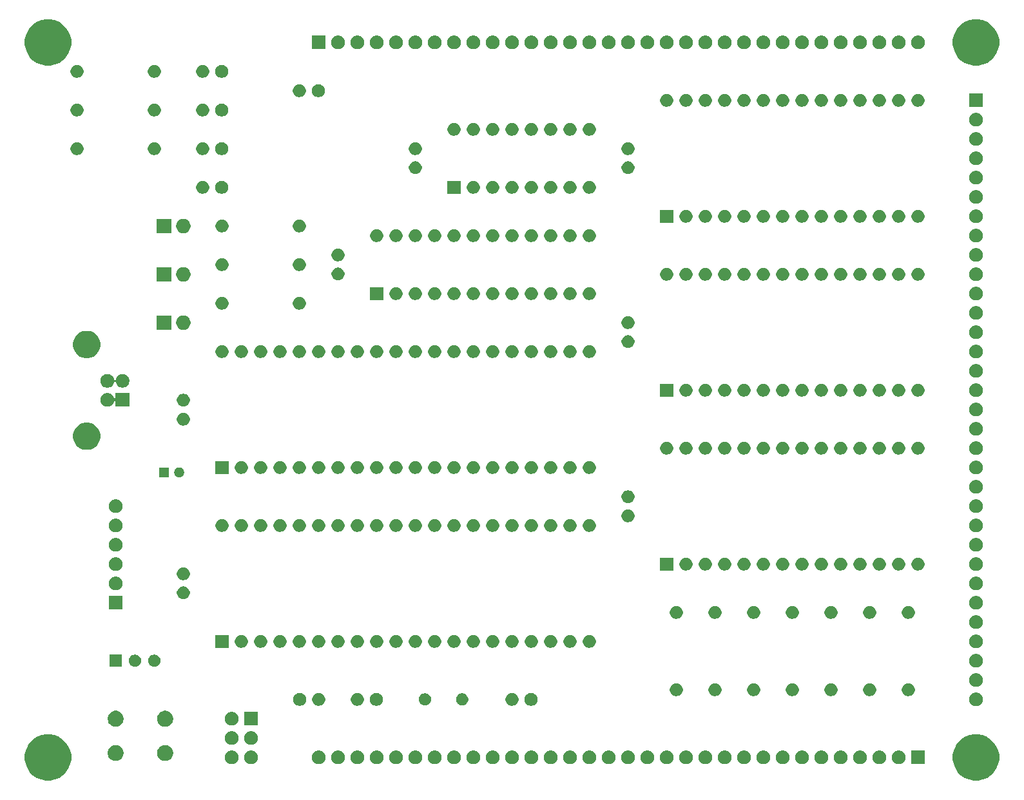
<source format=gbs>
G04 #@! TF.GenerationSoftware,KiCad,Pcbnew,(5.1.6-0-10_14)*
G04 #@! TF.CreationDate,2020-09-19T20:42:56+02:00*
G04 #@! TF.ProjectId,DB6502_proto,44423635-3032-45f7-9072-6f746f2e6b69,rev?*
G04 #@! TF.SameCoordinates,Original*
G04 #@! TF.FileFunction,Soldermask,Bot*
G04 #@! TF.FilePolarity,Negative*
%FSLAX46Y46*%
G04 Gerber Fmt 4.6, Leading zero omitted, Abs format (unit mm)*
G04 Created by KiCad (PCBNEW (5.1.6-0-10_14)) date 2020-09-19 20:42:56*
%MOMM*%
%LPD*%
G01*
G04 APERTURE LIST*
%ADD10C,0.100000*%
G04 APERTURE END LIST*
D10*
G36*
X165989943Y-108826248D02*
G01*
X166545189Y-109056238D01*
X166793347Y-109222052D01*
X167044899Y-109390134D01*
X167469866Y-109815101D01*
X167637948Y-110066653D01*
X167803762Y-110314811D01*
X168033752Y-110870057D01*
X168151000Y-111459501D01*
X168151000Y-112060499D01*
X168033752Y-112649943D01*
X167803762Y-113205189D01*
X167803761Y-113205190D01*
X167469866Y-113704899D01*
X167044899Y-114129866D01*
X166793347Y-114297948D01*
X166545189Y-114463762D01*
X165989943Y-114693752D01*
X165400499Y-114811000D01*
X164799501Y-114811000D01*
X164210057Y-114693752D01*
X163654811Y-114463762D01*
X163406653Y-114297948D01*
X163155101Y-114129866D01*
X162730134Y-113704899D01*
X162396239Y-113205190D01*
X162396238Y-113205189D01*
X162166248Y-112649943D01*
X162049000Y-112060499D01*
X162049000Y-111459501D01*
X162166248Y-110870057D01*
X162396238Y-110314811D01*
X162562052Y-110066653D01*
X162730134Y-109815101D01*
X163155101Y-109390134D01*
X163406653Y-109222052D01*
X163654811Y-109056238D01*
X164210057Y-108826248D01*
X164799501Y-108709000D01*
X165400499Y-108709000D01*
X165989943Y-108826248D01*
G37*
G36*
X44069943Y-108826248D02*
G01*
X44625189Y-109056238D01*
X44873347Y-109222052D01*
X45124899Y-109390134D01*
X45549866Y-109815101D01*
X45717948Y-110066653D01*
X45883762Y-110314811D01*
X46113752Y-110870057D01*
X46231000Y-111459501D01*
X46231000Y-112060499D01*
X46113752Y-112649943D01*
X45883762Y-113205189D01*
X45883761Y-113205190D01*
X45549866Y-113704899D01*
X45124899Y-114129866D01*
X44873347Y-114297948D01*
X44625189Y-114463762D01*
X44069943Y-114693752D01*
X43480499Y-114811000D01*
X42879501Y-114811000D01*
X42290057Y-114693752D01*
X41734811Y-114463762D01*
X41486653Y-114297948D01*
X41235101Y-114129866D01*
X40810134Y-113704899D01*
X40476239Y-113205190D01*
X40476238Y-113205189D01*
X40246248Y-112649943D01*
X40129000Y-112060499D01*
X40129000Y-111459501D01*
X40246248Y-110870057D01*
X40476238Y-110314811D01*
X40642052Y-110066653D01*
X40810134Y-109815101D01*
X41235101Y-109390134D01*
X41486653Y-109222052D01*
X41734811Y-109056238D01*
X42290057Y-108826248D01*
X42879501Y-108709000D01*
X43480499Y-108709000D01*
X44069943Y-108826248D01*
G37*
G36*
X152513512Y-110863927D02*
G01*
X152662812Y-110893624D01*
X152826784Y-110961544D01*
X152974354Y-111060147D01*
X153099853Y-111185646D01*
X153198456Y-111333216D01*
X153266376Y-111497188D01*
X153301000Y-111671259D01*
X153301000Y-111848741D01*
X153266376Y-112022812D01*
X153198456Y-112186784D01*
X153099853Y-112334354D01*
X152974354Y-112459853D01*
X152826784Y-112558456D01*
X152662812Y-112626376D01*
X152513512Y-112656073D01*
X152488742Y-112661000D01*
X152311258Y-112661000D01*
X152286488Y-112656073D01*
X152137188Y-112626376D01*
X151973216Y-112558456D01*
X151825646Y-112459853D01*
X151700147Y-112334354D01*
X151601544Y-112186784D01*
X151533624Y-112022812D01*
X151499000Y-111848741D01*
X151499000Y-111671259D01*
X151533624Y-111497188D01*
X151601544Y-111333216D01*
X151700147Y-111185646D01*
X151825646Y-111060147D01*
X151973216Y-110961544D01*
X152137188Y-110893624D01*
X152286488Y-110863927D01*
X152311258Y-110859000D01*
X152488742Y-110859000D01*
X152513512Y-110863927D01*
G37*
G36*
X149973512Y-110863927D02*
G01*
X150122812Y-110893624D01*
X150286784Y-110961544D01*
X150434354Y-111060147D01*
X150559853Y-111185646D01*
X150658456Y-111333216D01*
X150726376Y-111497188D01*
X150761000Y-111671259D01*
X150761000Y-111848741D01*
X150726376Y-112022812D01*
X150658456Y-112186784D01*
X150559853Y-112334354D01*
X150434354Y-112459853D01*
X150286784Y-112558456D01*
X150122812Y-112626376D01*
X149973512Y-112656073D01*
X149948742Y-112661000D01*
X149771258Y-112661000D01*
X149746488Y-112656073D01*
X149597188Y-112626376D01*
X149433216Y-112558456D01*
X149285646Y-112459853D01*
X149160147Y-112334354D01*
X149061544Y-112186784D01*
X148993624Y-112022812D01*
X148959000Y-111848741D01*
X148959000Y-111671259D01*
X148993624Y-111497188D01*
X149061544Y-111333216D01*
X149160147Y-111185646D01*
X149285646Y-111060147D01*
X149433216Y-110961544D01*
X149597188Y-110893624D01*
X149746488Y-110863927D01*
X149771258Y-110859000D01*
X149948742Y-110859000D01*
X149973512Y-110863927D01*
G37*
G36*
X147433512Y-110863927D02*
G01*
X147582812Y-110893624D01*
X147746784Y-110961544D01*
X147894354Y-111060147D01*
X148019853Y-111185646D01*
X148118456Y-111333216D01*
X148186376Y-111497188D01*
X148221000Y-111671259D01*
X148221000Y-111848741D01*
X148186376Y-112022812D01*
X148118456Y-112186784D01*
X148019853Y-112334354D01*
X147894354Y-112459853D01*
X147746784Y-112558456D01*
X147582812Y-112626376D01*
X147433512Y-112656073D01*
X147408742Y-112661000D01*
X147231258Y-112661000D01*
X147206488Y-112656073D01*
X147057188Y-112626376D01*
X146893216Y-112558456D01*
X146745646Y-112459853D01*
X146620147Y-112334354D01*
X146521544Y-112186784D01*
X146453624Y-112022812D01*
X146419000Y-111848741D01*
X146419000Y-111671259D01*
X146453624Y-111497188D01*
X146521544Y-111333216D01*
X146620147Y-111185646D01*
X146745646Y-111060147D01*
X146893216Y-110961544D01*
X147057188Y-110893624D01*
X147206488Y-110863927D01*
X147231258Y-110859000D01*
X147408742Y-110859000D01*
X147433512Y-110863927D01*
G37*
G36*
X144893512Y-110863927D02*
G01*
X145042812Y-110893624D01*
X145206784Y-110961544D01*
X145354354Y-111060147D01*
X145479853Y-111185646D01*
X145578456Y-111333216D01*
X145646376Y-111497188D01*
X145681000Y-111671259D01*
X145681000Y-111848741D01*
X145646376Y-112022812D01*
X145578456Y-112186784D01*
X145479853Y-112334354D01*
X145354354Y-112459853D01*
X145206784Y-112558456D01*
X145042812Y-112626376D01*
X144893512Y-112656073D01*
X144868742Y-112661000D01*
X144691258Y-112661000D01*
X144666488Y-112656073D01*
X144517188Y-112626376D01*
X144353216Y-112558456D01*
X144205646Y-112459853D01*
X144080147Y-112334354D01*
X143981544Y-112186784D01*
X143913624Y-112022812D01*
X143879000Y-111848741D01*
X143879000Y-111671259D01*
X143913624Y-111497188D01*
X143981544Y-111333216D01*
X144080147Y-111185646D01*
X144205646Y-111060147D01*
X144353216Y-110961544D01*
X144517188Y-110893624D01*
X144666488Y-110863927D01*
X144691258Y-110859000D01*
X144868742Y-110859000D01*
X144893512Y-110863927D01*
G37*
G36*
X142353512Y-110863927D02*
G01*
X142502812Y-110893624D01*
X142666784Y-110961544D01*
X142814354Y-111060147D01*
X142939853Y-111185646D01*
X143038456Y-111333216D01*
X143106376Y-111497188D01*
X143141000Y-111671259D01*
X143141000Y-111848741D01*
X143106376Y-112022812D01*
X143038456Y-112186784D01*
X142939853Y-112334354D01*
X142814354Y-112459853D01*
X142666784Y-112558456D01*
X142502812Y-112626376D01*
X142353512Y-112656073D01*
X142328742Y-112661000D01*
X142151258Y-112661000D01*
X142126488Y-112656073D01*
X141977188Y-112626376D01*
X141813216Y-112558456D01*
X141665646Y-112459853D01*
X141540147Y-112334354D01*
X141441544Y-112186784D01*
X141373624Y-112022812D01*
X141339000Y-111848741D01*
X141339000Y-111671259D01*
X141373624Y-111497188D01*
X141441544Y-111333216D01*
X141540147Y-111185646D01*
X141665646Y-111060147D01*
X141813216Y-110961544D01*
X141977188Y-110893624D01*
X142126488Y-110863927D01*
X142151258Y-110859000D01*
X142328742Y-110859000D01*
X142353512Y-110863927D01*
G37*
G36*
X139813512Y-110863927D02*
G01*
X139962812Y-110893624D01*
X140126784Y-110961544D01*
X140274354Y-111060147D01*
X140399853Y-111185646D01*
X140498456Y-111333216D01*
X140566376Y-111497188D01*
X140601000Y-111671259D01*
X140601000Y-111848741D01*
X140566376Y-112022812D01*
X140498456Y-112186784D01*
X140399853Y-112334354D01*
X140274354Y-112459853D01*
X140126784Y-112558456D01*
X139962812Y-112626376D01*
X139813512Y-112656073D01*
X139788742Y-112661000D01*
X139611258Y-112661000D01*
X139586488Y-112656073D01*
X139437188Y-112626376D01*
X139273216Y-112558456D01*
X139125646Y-112459853D01*
X139000147Y-112334354D01*
X138901544Y-112186784D01*
X138833624Y-112022812D01*
X138799000Y-111848741D01*
X138799000Y-111671259D01*
X138833624Y-111497188D01*
X138901544Y-111333216D01*
X139000147Y-111185646D01*
X139125646Y-111060147D01*
X139273216Y-110961544D01*
X139437188Y-110893624D01*
X139586488Y-110863927D01*
X139611258Y-110859000D01*
X139788742Y-110859000D01*
X139813512Y-110863927D01*
G37*
G36*
X137273512Y-110863927D02*
G01*
X137422812Y-110893624D01*
X137586784Y-110961544D01*
X137734354Y-111060147D01*
X137859853Y-111185646D01*
X137958456Y-111333216D01*
X138026376Y-111497188D01*
X138061000Y-111671259D01*
X138061000Y-111848741D01*
X138026376Y-112022812D01*
X137958456Y-112186784D01*
X137859853Y-112334354D01*
X137734354Y-112459853D01*
X137586784Y-112558456D01*
X137422812Y-112626376D01*
X137273512Y-112656073D01*
X137248742Y-112661000D01*
X137071258Y-112661000D01*
X137046488Y-112656073D01*
X136897188Y-112626376D01*
X136733216Y-112558456D01*
X136585646Y-112459853D01*
X136460147Y-112334354D01*
X136361544Y-112186784D01*
X136293624Y-112022812D01*
X136259000Y-111848741D01*
X136259000Y-111671259D01*
X136293624Y-111497188D01*
X136361544Y-111333216D01*
X136460147Y-111185646D01*
X136585646Y-111060147D01*
X136733216Y-110961544D01*
X136897188Y-110893624D01*
X137046488Y-110863927D01*
X137071258Y-110859000D01*
X137248742Y-110859000D01*
X137273512Y-110863927D01*
G37*
G36*
X134733512Y-110863927D02*
G01*
X134882812Y-110893624D01*
X135046784Y-110961544D01*
X135194354Y-111060147D01*
X135319853Y-111185646D01*
X135418456Y-111333216D01*
X135486376Y-111497188D01*
X135521000Y-111671259D01*
X135521000Y-111848741D01*
X135486376Y-112022812D01*
X135418456Y-112186784D01*
X135319853Y-112334354D01*
X135194354Y-112459853D01*
X135046784Y-112558456D01*
X134882812Y-112626376D01*
X134733512Y-112656073D01*
X134708742Y-112661000D01*
X134531258Y-112661000D01*
X134506488Y-112656073D01*
X134357188Y-112626376D01*
X134193216Y-112558456D01*
X134045646Y-112459853D01*
X133920147Y-112334354D01*
X133821544Y-112186784D01*
X133753624Y-112022812D01*
X133719000Y-111848741D01*
X133719000Y-111671259D01*
X133753624Y-111497188D01*
X133821544Y-111333216D01*
X133920147Y-111185646D01*
X134045646Y-111060147D01*
X134193216Y-110961544D01*
X134357188Y-110893624D01*
X134506488Y-110863927D01*
X134531258Y-110859000D01*
X134708742Y-110859000D01*
X134733512Y-110863927D01*
G37*
G36*
X132193512Y-110863927D02*
G01*
X132342812Y-110893624D01*
X132506784Y-110961544D01*
X132654354Y-111060147D01*
X132779853Y-111185646D01*
X132878456Y-111333216D01*
X132946376Y-111497188D01*
X132981000Y-111671259D01*
X132981000Y-111848741D01*
X132946376Y-112022812D01*
X132878456Y-112186784D01*
X132779853Y-112334354D01*
X132654354Y-112459853D01*
X132506784Y-112558456D01*
X132342812Y-112626376D01*
X132193512Y-112656073D01*
X132168742Y-112661000D01*
X131991258Y-112661000D01*
X131966488Y-112656073D01*
X131817188Y-112626376D01*
X131653216Y-112558456D01*
X131505646Y-112459853D01*
X131380147Y-112334354D01*
X131281544Y-112186784D01*
X131213624Y-112022812D01*
X131179000Y-111848741D01*
X131179000Y-111671259D01*
X131213624Y-111497188D01*
X131281544Y-111333216D01*
X131380147Y-111185646D01*
X131505646Y-111060147D01*
X131653216Y-110961544D01*
X131817188Y-110893624D01*
X131966488Y-110863927D01*
X131991258Y-110859000D01*
X132168742Y-110859000D01*
X132193512Y-110863927D01*
G37*
G36*
X129653512Y-110863927D02*
G01*
X129802812Y-110893624D01*
X129966784Y-110961544D01*
X130114354Y-111060147D01*
X130239853Y-111185646D01*
X130338456Y-111333216D01*
X130406376Y-111497188D01*
X130441000Y-111671259D01*
X130441000Y-111848741D01*
X130406376Y-112022812D01*
X130338456Y-112186784D01*
X130239853Y-112334354D01*
X130114354Y-112459853D01*
X129966784Y-112558456D01*
X129802812Y-112626376D01*
X129653512Y-112656073D01*
X129628742Y-112661000D01*
X129451258Y-112661000D01*
X129426488Y-112656073D01*
X129277188Y-112626376D01*
X129113216Y-112558456D01*
X128965646Y-112459853D01*
X128840147Y-112334354D01*
X128741544Y-112186784D01*
X128673624Y-112022812D01*
X128639000Y-111848741D01*
X128639000Y-111671259D01*
X128673624Y-111497188D01*
X128741544Y-111333216D01*
X128840147Y-111185646D01*
X128965646Y-111060147D01*
X129113216Y-110961544D01*
X129277188Y-110893624D01*
X129426488Y-110863927D01*
X129451258Y-110859000D01*
X129628742Y-110859000D01*
X129653512Y-110863927D01*
G37*
G36*
X127113512Y-110863927D02*
G01*
X127262812Y-110893624D01*
X127426784Y-110961544D01*
X127574354Y-111060147D01*
X127699853Y-111185646D01*
X127798456Y-111333216D01*
X127866376Y-111497188D01*
X127901000Y-111671259D01*
X127901000Y-111848741D01*
X127866376Y-112022812D01*
X127798456Y-112186784D01*
X127699853Y-112334354D01*
X127574354Y-112459853D01*
X127426784Y-112558456D01*
X127262812Y-112626376D01*
X127113512Y-112656073D01*
X127088742Y-112661000D01*
X126911258Y-112661000D01*
X126886488Y-112656073D01*
X126737188Y-112626376D01*
X126573216Y-112558456D01*
X126425646Y-112459853D01*
X126300147Y-112334354D01*
X126201544Y-112186784D01*
X126133624Y-112022812D01*
X126099000Y-111848741D01*
X126099000Y-111671259D01*
X126133624Y-111497188D01*
X126201544Y-111333216D01*
X126300147Y-111185646D01*
X126425646Y-111060147D01*
X126573216Y-110961544D01*
X126737188Y-110893624D01*
X126886488Y-110863927D01*
X126911258Y-110859000D01*
X127088742Y-110859000D01*
X127113512Y-110863927D01*
G37*
G36*
X124573512Y-110863927D02*
G01*
X124722812Y-110893624D01*
X124886784Y-110961544D01*
X125034354Y-111060147D01*
X125159853Y-111185646D01*
X125258456Y-111333216D01*
X125326376Y-111497188D01*
X125361000Y-111671259D01*
X125361000Y-111848741D01*
X125326376Y-112022812D01*
X125258456Y-112186784D01*
X125159853Y-112334354D01*
X125034354Y-112459853D01*
X124886784Y-112558456D01*
X124722812Y-112626376D01*
X124573512Y-112656073D01*
X124548742Y-112661000D01*
X124371258Y-112661000D01*
X124346488Y-112656073D01*
X124197188Y-112626376D01*
X124033216Y-112558456D01*
X123885646Y-112459853D01*
X123760147Y-112334354D01*
X123661544Y-112186784D01*
X123593624Y-112022812D01*
X123559000Y-111848741D01*
X123559000Y-111671259D01*
X123593624Y-111497188D01*
X123661544Y-111333216D01*
X123760147Y-111185646D01*
X123885646Y-111060147D01*
X124033216Y-110961544D01*
X124197188Y-110893624D01*
X124346488Y-110863927D01*
X124371258Y-110859000D01*
X124548742Y-110859000D01*
X124573512Y-110863927D01*
G37*
G36*
X122033512Y-110863927D02*
G01*
X122182812Y-110893624D01*
X122346784Y-110961544D01*
X122494354Y-111060147D01*
X122619853Y-111185646D01*
X122718456Y-111333216D01*
X122786376Y-111497188D01*
X122821000Y-111671259D01*
X122821000Y-111848741D01*
X122786376Y-112022812D01*
X122718456Y-112186784D01*
X122619853Y-112334354D01*
X122494354Y-112459853D01*
X122346784Y-112558456D01*
X122182812Y-112626376D01*
X122033512Y-112656073D01*
X122008742Y-112661000D01*
X121831258Y-112661000D01*
X121806488Y-112656073D01*
X121657188Y-112626376D01*
X121493216Y-112558456D01*
X121345646Y-112459853D01*
X121220147Y-112334354D01*
X121121544Y-112186784D01*
X121053624Y-112022812D01*
X121019000Y-111848741D01*
X121019000Y-111671259D01*
X121053624Y-111497188D01*
X121121544Y-111333216D01*
X121220147Y-111185646D01*
X121345646Y-111060147D01*
X121493216Y-110961544D01*
X121657188Y-110893624D01*
X121806488Y-110863927D01*
X121831258Y-110859000D01*
X122008742Y-110859000D01*
X122033512Y-110863927D01*
G37*
G36*
X119493512Y-110863927D02*
G01*
X119642812Y-110893624D01*
X119806784Y-110961544D01*
X119954354Y-111060147D01*
X120079853Y-111185646D01*
X120178456Y-111333216D01*
X120246376Y-111497188D01*
X120281000Y-111671259D01*
X120281000Y-111848741D01*
X120246376Y-112022812D01*
X120178456Y-112186784D01*
X120079853Y-112334354D01*
X119954354Y-112459853D01*
X119806784Y-112558456D01*
X119642812Y-112626376D01*
X119493512Y-112656073D01*
X119468742Y-112661000D01*
X119291258Y-112661000D01*
X119266488Y-112656073D01*
X119117188Y-112626376D01*
X118953216Y-112558456D01*
X118805646Y-112459853D01*
X118680147Y-112334354D01*
X118581544Y-112186784D01*
X118513624Y-112022812D01*
X118479000Y-111848741D01*
X118479000Y-111671259D01*
X118513624Y-111497188D01*
X118581544Y-111333216D01*
X118680147Y-111185646D01*
X118805646Y-111060147D01*
X118953216Y-110961544D01*
X119117188Y-110893624D01*
X119266488Y-110863927D01*
X119291258Y-110859000D01*
X119468742Y-110859000D01*
X119493512Y-110863927D01*
G37*
G36*
X116953512Y-110863927D02*
G01*
X117102812Y-110893624D01*
X117266784Y-110961544D01*
X117414354Y-111060147D01*
X117539853Y-111185646D01*
X117638456Y-111333216D01*
X117706376Y-111497188D01*
X117741000Y-111671259D01*
X117741000Y-111848741D01*
X117706376Y-112022812D01*
X117638456Y-112186784D01*
X117539853Y-112334354D01*
X117414354Y-112459853D01*
X117266784Y-112558456D01*
X117102812Y-112626376D01*
X116953512Y-112656073D01*
X116928742Y-112661000D01*
X116751258Y-112661000D01*
X116726488Y-112656073D01*
X116577188Y-112626376D01*
X116413216Y-112558456D01*
X116265646Y-112459853D01*
X116140147Y-112334354D01*
X116041544Y-112186784D01*
X115973624Y-112022812D01*
X115939000Y-111848741D01*
X115939000Y-111671259D01*
X115973624Y-111497188D01*
X116041544Y-111333216D01*
X116140147Y-111185646D01*
X116265646Y-111060147D01*
X116413216Y-110961544D01*
X116577188Y-110893624D01*
X116726488Y-110863927D01*
X116751258Y-110859000D01*
X116928742Y-110859000D01*
X116953512Y-110863927D01*
G37*
G36*
X114413512Y-110863927D02*
G01*
X114562812Y-110893624D01*
X114726784Y-110961544D01*
X114874354Y-111060147D01*
X114999853Y-111185646D01*
X115098456Y-111333216D01*
X115166376Y-111497188D01*
X115201000Y-111671259D01*
X115201000Y-111848741D01*
X115166376Y-112022812D01*
X115098456Y-112186784D01*
X114999853Y-112334354D01*
X114874354Y-112459853D01*
X114726784Y-112558456D01*
X114562812Y-112626376D01*
X114413512Y-112656073D01*
X114388742Y-112661000D01*
X114211258Y-112661000D01*
X114186488Y-112656073D01*
X114037188Y-112626376D01*
X113873216Y-112558456D01*
X113725646Y-112459853D01*
X113600147Y-112334354D01*
X113501544Y-112186784D01*
X113433624Y-112022812D01*
X113399000Y-111848741D01*
X113399000Y-111671259D01*
X113433624Y-111497188D01*
X113501544Y-111333216D01*
X113600147Y-111185646D01*
X113725646Y-111060147D01*
X113873216Y-110961544D01*
X114037188Y-110893624D01*
X114186488Y-110863927D01*
X114211258Y-110859000D01*
X114388742Y-110859000D01*
X114413512Y-110863927D01*
G37*
G36*
X111873512Y-110863927D02*
G01*
X112022812Y-110893624D01*
X112186784Y-110961544D01*
X112334354Y-111060147D01*
X112459853Y-111185646D01*
X112558456Y-111333216D01*
X112626376Y-111497188D01*
X112661000Y-111671259D01*
X112661000Y-111848741D01*
X112626376Y-112022812D01*
X112558456Y-112186784D01*
X112459853Y-112334354D01*
X112334354Y-112459853D01*
X112186784Y-112558456D01*
X112022812Y-112626376D01*
X111873512Y-112656073D01*
X111848742Y-112661000D01*
X111671258Y-112661000D01*
X111646488Y-112656073D01*
X111497188Y-112626376D01*
X111333216Y-112558456D01*
X111185646Y-112459853D01*
X111060147Y-112334354D01*
X110961544Y-112186784D01*
X110893624Y-112022812D01*
X110859000Y-111848741D01*
X110859000Y-111671259D01*
X110893624Y-111497188D01*
X110961544Y-111333216D01*
X111060147Y-111185646D01*
X111185646Y-111060147D01*
X111333216Y-110961544D01*
X111497188Y-110893624D01*
X111646488Y-110863927D01*
X111671258Y-110859000D01*
X111848742Y-110859000D01*
X111873512Y-110863927D01*
G37*
G36*
X109333512Y-110863927D02*
G01*
X109482812Y-110893624D01*
X109646784Y-110961544D01*
X109794354Y-111060147D01*
X109919853Y-111185646D01*
X110018456Y-111333216D01*
X110086376Y-111497188D01*
X110121000Y-111671259D01*
X110121000Y-111848741D01*
X110086376Y-112022812D01*
X110018456Y-112186784D01*
X109919853Y-112334354D01*
X109794354Y-112459853D01*
X109646784Y-112558456D01*
X109482812Y-112626376D01*
X109333512Y-112656073D01*
X109308742Y-112661000D01*
X109131258Y-112661000D01*
X109106488Y-112656073D01*
X108957188Y-112626376D01*
X108793216Y-112558456D01*
X108645646Y-112459853D01*
X108520147Y-112334354D01*
X108421544Y-112186784D01*
X108353624Y-112022812D01*
X108319000Y-111848741D01*
X108319000Y-111671259D01*
X108353624Y-111497188D01*
X108421544Y-111333216D01*
X108520147Y-111185646D01*
X108645646Y-111060147D01*
X108793216Y-110961544D01*
X108957188Y-110893624D01*
X109106488Y-110863927D01*
X109131258Y-110859000D01*
X109308742Y-110859000D01*
X109333512Y-110863927D01*
G37*
G36*
X106793512Y-110863927D02*
G01*
X106942812Y-110893624D01*
X107106784Y-110961544D01*
X107254354Y-111060147D01*
X107379853Y-111185646D01*
X107478456Y-111333216D01*
X107546376Y-111497188D01*
X107581000Y-111671259D01*
X107581000Y-111848741D01*
X107546376Y-112022812D01*
X107478456Y-112186784D01*
X107379853Y-112334354D01*
X107254354Y-112459853D01*
X107106784Y-112558456D01*
X106942812Y-112626376D01*
X106793512Y-112656073D01*
X106768742Y-112661000D01*
X106591258Y-112661000D01*
X106566488Y-112656073D01*
X106417188Y-112626376D01*
X106253216Y-112558456D01*
X106105646Y-112459853D01*
X105980147Y-112334354D01*
X105881544Y-112186784D01*
X105813624Y-112022812D01*
X105779000Y-111848741D01*
X105779000Y-111671259D01*
X105813624Y-111497188D01*
X105881544Y-111333216D01*
X105980147Y-111185646D01*
X106105646Y-111060147D01*
X106253216Y-110961544D01*
X106417188Y-110893624D01*
X106566488Y-110863927D01*
X106591258Y-110859000D01*
X106768742Y-110859000D01*
X106793512Y-110863927D01*
G37*
G36*
X104253512Y-110863927D02*
G01*
X104402812Y-110893624D01*
X104566784Y-110961544D01*
X104714354Y-111060147D01*
X104839853Y-111185646D01*
X104938456Y-111333216D01*
X105006376Y-111497188D01*
X105041000Y-111671259D01*
X105041000Y-111848741D01*
X105006376Y-112022812D01*
X104938456Y-112186784D01*
X104839853Y-112334354D01*
X104714354Y-112459853D01*
X104566784Y-112558456D01*
X104402812Y-112626376D01*
X104253512Y-112656073D01*
X104228742Y-112661000D01*
X104051258Y-112661000D01*
X104026488Y-112656073D01*
X103877188Y-112626376D01*
X103713216Y-112558456D01*
X103565646Y-112459853D01*
X103440147Y-112334354D01*
X103341544Y-112186784D01*
X103273624Y-112022812D01*
X103239000Y-111848741D01*
X103239000Y-111671259D01*
X103273624Y-111497188D01*
X103341544Y-111333216D01*
X103440147Y-111185646D01*
X103565646Y-111060147D01*
X103713216Y-110961544D01*
X103877188Y-110893624D01*
X104026488Y-110863927D01*
X104051258Y-110859000D01*
X104228742Y-110859000D01*
X104253512Y-110863927D01*
G37*
G36*
X101713512Y-110863927D02*
G01*
X101862812Y-110893624D01*
X102026784Y-110961544D01*
X102174354Y-111060147D01*
X102299853Y-111185646D01*
X102398456Y-111333216D01*
X102466376Y-111497188D01*
X102501000Y-111671259D01*
X102501000Y-111848741D01*
X102466376Y-112022812D01*
X102398456Y-112186784D01*
X102299853Y-112334354D01*
X102174354Y-112459853D01*
X102026784Y-112558456D01*
X101862812Y-112626376D01*
X101713512Y-112656073D01*
X101688742Y-112661000D01*
X101511258Y-112661000D01*
X101486488Y-112656073D01*
X101337188Y-112626376D01*
X101173216Y-112558456D01*
X101025646Y-112459853D01*
X100900147Y-112334354D01*
X100801544Y-112186784D01*
X100733624Y-112022812D01*
X100699000Y-111848741D01*
X100699000Y-111671259D01*
X100733624Y-111497188D01*
X100801544Y-111333216D01*
X100900147Y-111185646D01*
X101025646Y-111060147D01*
X101173216Y-110961544D01*
X101337188Y-110893624D01*
X101486488Y-110863927D01*
X101511258Y-110859000D01*
X101688742Y-110859000D01*
X101713512Y-110863927D01*
G37*
G36*
X99173512Y-110863927D02*
G01*
X99322812Y-110893624D01*
X99486784Y-110961544D01*
X99634354Y-111060147D01*
X99759853Y-111185646D01*
X99858456Y-111333216D01*
X99926376Y-111497188D01*
X99961000Y-111671259D01*
X99961000Y-111848741D01*
X99926376Y-112022812D01*
X99858456Y-112186784D01*
X99759853Y-112334354D01*
X99634354Y-112459853D01*
X99486784Y-112558456D01*
X99322812Y-112626376D01*
X99173512Y-112656073D01*
X99148742Y-112661000D01*
X98971258Y-112661000D01*
X98946488Y-112656073D01*
X98797188Y-112626376D01*
X98633216Y-112558456D01*
X98485646Y-112459853D01*
X98360147Y-112334354D01*
X98261544Y-112186784D01*
X98193624Y-112022812D01*
X98159000Y-111848741D01*
X98159000Y-111671259D01*
X98193624Y-111497188D01*
X98261544Y-111333216D01*
X98360147Y-111185646D01*
X98485646Y-111060147D01*
X98633216Y-110961544D01*
X98797188Y-110893624D01*
X98946488Y-110863927D01*
X98971258Y-110859000D01*
X99148742Y-110859000D01*
X99173512Y-110863927D01*
G37*
G36*
X96633512Y-110863927D02*
G01*
X96782812Y-110893624D01*
X96946784Y-110961544D01*
X97094354Y-111060147D01*
X97219853Y-111185646D01*
X97318456Y-111333216D01*
X97386376Y-111497188D01*
X97421000Y-111671259D01*
X97421000Y-111848741D01*
X97386376Y-112022812D01*
X97318456Y-112186784D01*
X97219853Y-112334354D01*
X97094354Y-112459853D01*
X96946784Y-112558456D01*
X96782812Y-112626376D01*
X96633512Y-112656073D01*
X96608742Y-112661000D01*
X96431258Y-112661000D01*
X96406488Y-112656073D01*
X96257188Y-112626376D01*
X96093216Y-112558456D01*
X95945646Y-112459853D01*
X95820147Y-112334354D01*
X95721544Y-112186784D01*
X95653624Y-112022812D01*
X95619000Y-111848741D01*
X95619000Y-111671259D01*
X95653624Y-111497188D01*
X95721544Y-111333216D01*
X95820147Y-111185646D01*
X95945646Y-111060147D01*
X96093216Y-110961544D01*
X96257188Y-110893624D01*
X96406488Y-110863927D01*
X96431258Y-110859000D01*
X96608742Y-110859000D01*
X96633512Y-110863927D01*
G37*
G36*
X94093512Y-110863927D02*
G01*
X94242812Y-110893624D01*
X94406784Y-110961544D01*
X94554354Y-111060147D01*
X94679853Y-111185646D01*
X94778456Y-111333216D01*
X94846376Y-111497188D01*
X94881000Y-111671259D01*
X94881000Y-111848741D01*
X94846376Y-112022812D01*
X94778456Y-112186784D01*
X94679853Y-112334354D01*
X94554354Y-112459853D01*
X94406784Y-112558456D01*
X94242812Y-112626376D01*
X94093512Y-112656073D01*
X94068742Y-112661000D01*
X93891258Y-112661000D01*
X93866488Y-112656073D01*
X93717188Y-112626376D01*
X93553216Y-112558456D01*
X93405646Y-112459853D01*
X93280147Y-112334354D01*
X93181544Y-112186784D01*
X93113624Y-112022812D01*
X93079000Y-111848741D01*
X93079000Y-111671259D01*
X93113624Y-111497188D01*
X93181544Y-111333216D01*
X93280147Y-111185646D01*
X93405646Y-111060147D01*
X93553216Y-110961544D01*
X93717188Y-110893624D01*
X93866488Y-110863927D01*
X93891258Y-110859000D01*
X94068742Y-110859000D01*
X94093512Y-110863927D01*
G37*
G36*
X91553512Y-110863927D02*
G01*
X91702812Y-110893624D01*
X91866784Y-110961544D01*
X92014354Y-111060147D01*
X92139853Y-111185646D01*
X92238456Y-111333216D01*
X92306376Y-111497188D01*
X92341000Y-111671259D01*
X92341000Y-111848741D01*
X92306376Y-112022812D01*
X92238456Y-112186784D01*
X92139853Y-112334354D01*
X92014354Y-112459853D01*
X91866784Y-112558456D01*
X91702812Y-112626376D01*
X91553512Y-112656073D01*
X91528742Y-112661000D01*
X91351258Y-112661000D01*
X91326488Y-112656073D01*
X91177188Y-112626376D01*
X91013216Y-112558456D01*
X90865646Y-112459853D01*
X90740147Y-112334354D01*
X90641544Y-112186784D01*
X90573624Y-112022812D01*
X90539000Y-111848741D01*
X90539000Y-111671259D01*
X90573624Y-111497188D01*
X90641544Y-111333216D01*
X90740147Y-111185646D01*
X90865646Y-111060147D01*
X91013216Y-110961544D01*
X91177188Y-110893624D01*
X91326488Y-110863927D01*
X91351258Y-110859000D01*
X91528742Y-110859000D01*
X91553512Y-110863927D01*
G37*
G36*
X89013512Y-110863927D02*
G01*
X89162812Y-110893624D01*
X89326784Y-110961544D01*
X89474354Y-111060147D01*
X89599853Y-111185646D01*
X89698456Y-111333216D01*
X89766376Y-111497188D01*
X89801000Y-111671259D01*
X89801000Y-111848741D01*
X89766376Y-112022812D01*
X89698456Y-112186784D01*
X89599853Y-112334354D01*
X89474354Y-112459853D01*
X89326784Y-112558456D01*
X89162812Y-112626376D01*
X89013512Y-112656073D01*
X88988742Y-112661000D01*
X88811258Y-112661000D01*
X88786488Y-112656073D01*
X88637188Y-112626376D01*
X88473216Y-112558456D01*
X88325646Y-112459853D01*
X88200147Y-112334354D01*
X88101544Y-112186784D01*
X88033624Y-112022812D01*
X87999000Y-111848741D01*
X87999000Y-111671259D01*
X88033624Y-111497188D01*
X88101544Y-111333216D01*
X88200147Y-111185646D01*
X88325646Y-111060147D01*
X88473216Y-110961544D01*
X88637188Y-110893624D01*
X88786488Y-110863927D01*
X88811258Y-110859000D01*
X88988742Y-110859000D01*
X89013512Y-110863927D01*
G37*
G36*
X86473512Y-110863927D02*
G01*
X86622812Y-110893624D01*
X86786784Y-110961544D01*
X86934354Y-111060147D01*
X87059853Y-111185646D01*
X87158456Y-111333216D01*
X87226376Y-111497188D01*
X87261000Y-111671259D01*
X87261000Y-111848741D01*
X87226376Y-112022812D01*
X87158456Y-112186784D01*
X87059853Y-112334354D01*
X86934354Y-112459853D01*
X86786784Y-112558456D01*
X86622812Y-112626376D01*
X86473512Y-112656073D01*
X86448742Y-112661000D01*
X86271258Y-112661000D01*
X86246488Y-112656073D01*
X86097188Y-112626376D01*
X85933216Y-112558456D01*
X85785646Y-112459853D01*
X85660147Y-112334354D01*
X85561544Y-112186784D01*
X85493624Y-112022812D01*
X85459000Y-111848741D01*
X85459000Y-111671259D01*
X85493624Y-111497188D01*
X85561544Y-111333216D01*
X85660147Y-111185646D01*
X85785646Y-111060147D01*
X85933216Y-110961544D01*
X86097188Y-110893624D01*
X86246488Y-110863927D01*
X86271258Y-110859000D01*
X86448742Y-110859000D01*
X86473512Y-110863927D01*
G37*
G36*
X83933512Y-110863927D02*
G01*
X84082812Y-110893624D01*
X84246784Y-110961544D01*
X84394354Y-111060147D01*
X84519853Y-111185646D01*
X84618456Y-111333216D01*
X84686376Y-111497188D01*
X84721000Y-111671259D01*
X84721000Y-111848741D01*
X84686376Y-112022812D01*
X84618456Y-112186784D01*
X84519853Y-112334354D01*
X84394354Y-112459853D01*
X84246784Y-112558456D01*
X84082812Y-112626376D01*
X83933512Y-112656073D01*
X83908742Y-112661000D01*
X83731258Y-112661000D01*
X83706488Y-112656073D01*
X83557188Y-112626376D01*
X83393216Y-112558456D01*
X83245646Y-112459853D01*
X83120147Y-112334354D01*
X83021544Y-112186784D01*
X82953624Y-112022812D01*
X82919000Y-111848741D01*
X82919000Y-111671259D01*
X82953624Y-111497188D01*
X83021544Y-111333216D01*
X83120147Y-111185646D01*
X83245646Y-111060147D01*
X83393216Y-110961544D01*
X83557188Y-110893624D01*
X83706488Y-110863927D01*
X83731258Y-110859000D01*
X83908742Y-110859000D01*
X83933512Y-110863927D01*
G37*
G36*
X81393512Y-110863927D02*
G01*
X81542812Y-110893624D01*
X81706784Y-110961544D01*
X81854354Y-111060147D01*
X81979853Y-111185646D01*
X82078456Y-111333216D01*
X82146376Y-111497188D01*
X82181000Y-111671259D01*
X82181000Y-111848741D01*
X82146376Y-112022812D01*
X82078456Y-112186784D01*
X81979853Y-112334354D01*
X81854354Y-112459853D01*
X81706784Y-112558456D01*
X81542812Y-112626376D01*
X81393512Y-112656073D01*
X81368742Y-112661000D01*
X81191258Y-112661000D01*
X81166488Y-112656073D01*
X81017188Y-112626376D01*
X80853216Y-112558456D01*
X80705646Y-112459853D01*
X80580147Y-112334354D01*
X80481544Y-112186784D01*
X80413624Y-112022812D01*
X80379000Y-111848741D01*
X80379000Y-111671259D01*
X80413624Y-111497188D01*
X80481544Y-111333216D01*
X80580147Y-111185646D01*
X80705646Y-111060147D01*
X80853216Y-110961544D01*
X81017188Y-110893624D01*
X81166488Y-110863927D01*
X81191258Y-110859000D01*
X81368742Y-110859000D01*
X81393512Y-110863927D01*
G37*
G36*
X78853512Y-110863927D02*
G01*
X79002812Y-110893624D01*
X79166784Y-110961544D01*
X79314354Y-111060147D01*
X79439853Y-111185646D01*
X79538456Y-111333216D01*
X79606376Y-111497188D01*
X79641000Y-111671259D01*
X79641000Y-111848741D01*
X79606376Y-112022812D01*
X79538456Y-112186784D01*
X79439853Y-112334354D01*
X79314354Y-112459853D01*
X79166784Y-112558456D01*
X79002812Y-112626376D01*
X78853512Y-112656073D01*
X78828742Y-112661000D01*
X78651258Y-112661000D01*
X78626488Y-112656073D01*
X78477188Y-112626376D01*
X78313216Y-112558456D01*
X78165646Y-112459853D01*
X78040147Y-112334354D01*
X77941544Y-112186784D01*
X77873624Y-112022812D01*
X77839000Y-111848741D01*
X77839000Y-111671259D01*
X77873624Y-111497188D01*
X77941544Y-111333216D01*
X78040147Y-111185646D01*
X78165646Y-111060147D01*
X78313216Y-110961544D01*
X78477188Y-110893624D01*
X78626488Y-110863927D01*
X78651258Y-110859000D01*
X78828742Y-110859000D01*
X78853512Y-110863927D01*
G37*
G36*
X69963512Y-110863927D02*
G01*
X70112812Y-110893624D01*
X70276784Y-110961544D01*
X70424354Y-111060147D01*
X70549853Y-111185646D01*
X70648456Y-111333216D01*
X70716376Y-111497188D01*
X70751000Y-111671259D01*
X70751000Y-111848741D01*
X70716376Y-112022812D01*
X70648456Y-112186784D01*
X70549853Y-112334354D01*
X70424354Y-112459853D01*
X70276784Y-112558456D01*
X70112812Y-112626376D01*
X69963512Y-112656073D01*
X69938742Y-112661000D01*
X69761258Y-112661000D01*
X69736488Y-112656073D01*
X69587188Y-112626376D01*
X69423216Y-112558456D01*
X69275646Y-112459853D01*
X69150147Y-112334354D01*
X69051544Y-112186784D01*
X68983624Y-112022812D01*
X68949000Y-111848741D01*
X68949000Y-111671259D01*
X68983624Y-111497188D01*
X69051544Y-111333216D01*
X69150147Y-111185646D01*
X69275646Y-111060147D01*
X69423216Y-110961544D01*
X69587188Y-110893624D01*
X69736488Y-110863927D01*
X69761258Y-110859000D01*
X69938742Y-110859000D01*
X69963512Y-110863927D01*
G37*
G36*
X67423512Y-110863927D02*
G01*
X67572812Y-110893624D01*
X67736784Y-110961544D01*
X67884354Y-111060147D01*
X68009853Y-111185646D01*
X68108456Y-111333216D01*
X68176376Y-111497188D01*
X68211000Y-111671259D01*
X68211000Y-111848741D01*
X68176376Y-112022812D01*
X68108456Y-112186784D01*
X68009853Y-112334354D01*
X67884354Y-112459853D01*
X67736784Y-112558456D01*
X67572812Y-112626376D01*
X67423512Y-112656073D01*
X67398742Y-112661000D01*
X67221258Y-112661000D01*
X67196488Y-112656073D01*
X67047188Y-112626376D01*
X66883216Y-112558456D01*
X66735646Y-112459853D01*
X66610147Y-112334354D01*
X66511544Y-112186784D01*
X66443624Y-112022812D01*
X66409000Y-111848741D01*
X66409000Y-111671259D01*
X66443624Y-111497188D01*
X66511544Y-111333216D01*
X66610147Y-111185646D01*
X66735646Y-111060147D01*
X66883216Y-110961544D01*
X67047188Y-110893624D01*
X67196488Y-110863927D01*
X67221258Y-110859000D01*
X67398742Y-110859000D01*
X67423512Y-110863927D01*
G37*
G36*
X158381000Y-112661000D02*
G01*
X156579000Y-112661000D01*
X156579000Y-110859000D01*
X158381000Y-110859000D01*
X158381000Y-112661000D01*
G37*
G36*
X155053512Y-110863927D02*
G01*
X155202812Y-110893624D01*
X155366784Y-110961544D01*
X155514354Y-111060147D01*
X155639853Y-111185646D01*
X155738456Y-111333216D01*
X155806376Y-111497188D01*
X155841000Y-111671259D01*
X155841000Y-111848741D01*
X155806376Y-112022812D01*
X155738456Y-112186784D01*
X155639853Y-112334354D01*
X155514354Y-112459853D01*
X155366784Y-112558456D01*
X155202812Y-112626376D01*
X155053512Y-112656073D01*
X155028742Y-112661000D01*
X154851258Y-112661000D01*
X154826488Y-112656073D01*
X154677188Y-112626376D01*
X154513216Y-112558456D01*
X154365646Y-112459853D01*
X154240147Y-112334354D01*
X154141544Y-112186784D01*
X154073624Y-112022812D01*
X154039000Y-111848741D01*
X154039000Y-111671259D01*
X154073624Y-111497188D01*
X154141544Y-111333216D01*
X154240147Y-111185646D01*
X154365646Y-111060147D01*
X154513216Y-110961544D01*
X154677188Y-110893624D01*
X154826488Y-110863927D01*
X154851258Y-110859000D01*
X155028742Y-110859000D01*
X155053512Y-110863927D01*
G37*
G36*
X52376564Y-110169389D02*
G01*
X52567833Y-110248615D01*
X52567835Y-110248616D01*
X52666901Y-110314810D01*
X52739973Y-110363635D01*
X52886365Y-110510027D01*
X53001385Y-110682167D01*
X53080611Y-110873436D01*
X53121000Y-111076484D01*
X53121000Y-111283516D01*
X53080611Y-111486564D01*
X53004108Y-111671258D01*
X53001384Y-111677835D01*
X52886365Y-111849973D01*
X52739973Y-111996365D01*
X52567835Y-112111384D01*
X52567834Y-112111385D01*
X52567833Y-112111385D01*
X52376564Y-112190611D01*
X52173516Y-112231000D01*
X51966484Y-112231000D01*
X51763436Y-112190611D01*
X51572167Y-112111385D01*
X51572166Y-112111385D01*
X51572165Y-112111384D01*
X51400027Y-111996365D01*
X51253635Y-111849973D01*
X51138616Y-111677835D01*
X51135892Y-111671258D01*
X51059389Y-111486564D01*
X51019000Y-111283516D01*
X51019000Y-111076484D01*
X51059389Y-110873436D01*
X51138615Y-110682167D01*
X51253635Y-110510027D01*
X51400027Y-110363635D01*
X51473099Y-110314810D01*
X51572165Y-110248616D01*
X51572167Y-110248615D01*
X51763436Y-110169389D01*
X51966484Y-110129000D01*
X52173516Y-110129000D01*
X52376564Y-110169389D01*
G37*
G36*
X58876564Y-110169389D02*
G01*
X59067833Y-110248615D01*
X59067835Y-110248616D01*
X59166901Y-110314810D01*
X59239973Y-110363635D01*
X59386365Y-110510027D01*
X59501385Y-110682167D01*
X59580611Y-110873436D01*
X59621000Y-111076484D01*
X59621000Y-111283516D01*
X59580611Y-111486564D01*
X59504108Y-111671258D01*
X59501384Y-111677835D01*
X59386365Y-111849973D01*
X59239973Y-111996365D01*
X59067835Y-112111384D01*
X59067834Y-112111385D01*
X59067833Y-112111385D01*
X58876564Y-112190611D01*
X58673516Y-112231000D01*
X58466484Y-112231000D01*
X58263436Y-112190611D01*
X58072167Y-112111385D01*
X58072166Y-112111385D01*
X58072165Y-112111384D01*
X57900027Y-111996365D01*
X57753635Y-111849973D01*
X57638616Y-111677835D01*
X57635892Y-111671258D01*
X57559389Y-111486564D01*
X57519000Y-111283516D01*
X57519000Y-111076484D01*
X57559389Y-110873436D01*
X57638615Y-110682167D01*
X57753635Y-110510027D01*
X57900027Y-110363635D01*
X57973099Y-110314810D01*
X58072165Y-110248616D01*
X58072167Y-110248615D01*
X58263436Y-110169389D01*
X58466484Y-110129000D01*
X58673516Y-110129000D01*
X58876564Y-110169389D01*
G37*
G36*
X67423512Y-108323927D02*
G01*
X67572812Y-108353624D01*
X67736784Y-108421544D01*
X67884354Y-108520147D01*
X68009853Y-108645646D01*
X68108456Y-108793216D01*
X68176376Y-108957188D01*
X68211000Y-109131259D01*
X68211000Y-109308741D01*
X68176376Y-109482812D01*
X68108456Y-109646784D01*
X68009853Y-109794354D01*
X67884354Y-109919853D01*
X67736784Y-110018456D01*
X67572812Y-110086376D01*
X67423512Y-110116073D01*
X67398742Y-110121000D01*
X67221258Y-110121000D01*
X67196488Y-110116073D01*
X67047188Y-110086376D01*
X66883216Y-110018456D01*
X66735646Y-109919853D01*
X66610147Y-109794354D01*
X66511544Y-109646784D01*
X66443624Y-109482812D01*
X66409000Y-109308741D01*
X66409000Y-109131259D01*
X66443624Y-108957188D01*
X66511544Y-108793216D01*
X66610147Y-108645646D01*
X66735646Y-108520147D01*
X66883216Y-108421544D01*
X67047188Y-108353624D01*
X67196488Y-108323927D01*
X67221258Y-108319000D01*
X67398742Y-108319000D01*
X67423512Y-108323927D01*
G37*
G36*
X69963512Y-108323927D02*
G01*
X70112812Y-108353624D01*
X70276784Y-108421544D01*
X70424354Y-108520147D01*
X70549853Y-108645646D01*
X70648456Y-108793216D01*
X70716376Y-108957188D01*
X70751000Y-109131259D01*
X70751000Y-109308741D01*
X70716376Y-109482812D01*
X70648456Y-109646784D01*
X70549853Y-109794354D01*
X70424354Y-109919853D01*
X70276784Y-110018456D01*
X70112812Y-110086376D01*
X69963512Y-110116073D01*
X69938742Y-110121000D01*
X69761258Y-110121000D01*
X69736488Y-110116073D01*
X69587188Y-110086376D01*
X69423216Y-110018456D01*
X69275646Y-109919853D01*
X69150147Y-109794354D01*
X69051544Y-109646784D01*
X68983624Y-109482812D01*
X68949000Y-109308741D01*
X68949000Y-109131259D01*
X68983624Y-108957188D01*
X69051544Y-108793216D01*
X69150147Y-108645646D01*
X69275646Y-108520147D01*
X69423216Y-108421544D01*
X69587188Y-108353624D01*
X69736488Y-108323927D01*
X69761258Y-108319000D01*
X69938742Y-108319000D01*
X69963512Y-108323927D01*
G37*
G36*
X52376564Y-105669389D02*
G01*
X52567833Y-105748615D01*
X52567835Y-105748616D01*
X52739973Y-105863635D01*
X52886365Y-106010027D01*
X52950256Y-106105646D01*
X53001385Y-106182167D01*
X53080611Y-106373436D01*
X53121000Y-106576484D01*
X53121000Y-106783516D01*
X53080611Y-106986564D01*
X53030815Y-107106782D01*
X53001384Y-107177835D01*
X52886365Y-107349973D01*
X52739973Y-107496365D01*
X52567835Y-107611384D01*
X52567834Y-107611385D01*
X52567833Y-107611385D01*
X52376564Y-107690611D01*
X52173516Y-107731000D01*
X51966484Y-107731000D01*
X51763436Y-107690611D01*
X51572167Y-107611385D01*
X51572166Y-107611385D01*
X51572165Y-107611384D01*
X51400027Y-107496365D01*
X51253635Y-107349973D01*
X51138616Y-107177835D01*
X51109185Y-107106782D01*
X51059389Y-106986564D01*
X51019000Y-106783516D01*
X51019000Y-106576484D01*
X51059389Y-106373436D01*
X51138615Y-106182167D01*
X51189745Y-106105646D01*
X51253635Y-106010027D01*
X51400027Y-105863635D01*
X51572165Y-105748616D01*
X51572167Y-105748615D01*
X51763436Y-105669389D01*
X51966484Y-105629000D01*
X52173516Y-105629000D01*
X52376564Y-105669389D01*
G37*
G36*
X58876564Y-105669389D02*
G01*
X59067833Y-105748615D01*
X59067835Y-105748616D01*
X59239973Y-105863635D01*
X59386365Y-106010027D01*
X59450256Y-106105646D01*
X59501385Y-106182167D01*
X59580611Y-106373436D01*
X59621000Y-106576484D01*
X59621000Y-106783516D01*
X59580611Y-106986564D01*
X59530815Y-107106782D01*
X59501384Y-107177835D01*
X59386365Y-107349973D01*
X59239973Y-107496365D01*
X59067835Y-107611384D01*
X59067834Y-107611385D01*
X59067833Y-107611385D01*
X58876564Y-107690611D01*
X58673516Y-107731000D01*
X58466484Y-107731000D01*
X58263436Y-107690611D01*
X58072167Y-107611385D01*
X58072166Y-107611385D01*
X58072165Y-107611384D01*
X57900027Y-107496365D01*
X57753635Y-107349973D01*
X57638616Y-107177835D01*
X57609185Y-107106782D01*
X57559389Y-106986564D01*
X57519000Y-106783516D01*
X57519000Y-106576484D01*
X57559389Y-106373436D01*
X57638615Y-106182167D01*
X57689745Y-106105646D01*
X57753635Y-106010027D01*
X57900027Y-105863635D01*
X58072165Y-105748616D01*
X58072167Y-105748615D01*
X58263436Y-105669389D01*
X58466484Y-105629000D01*
X58673516Y-105629000D01*
X58876564Y-105669389D01*
G37*
G36*
X67423512Y-105783927D02*
G01*
X67572812Y-105813624D01*
X67736784Y-105881544D01*
X67884354Y-105980147D01*
X68009853Y-106105646D01*
X68108456Y-106253216D01*
X68176376Y-106417188D01*
X68211000Y-106591259D01*
X68211000Y-106768741D01*
X68176376Y-106942812D01*
X68108456Y-107106784D01*
X68009853Y-107254354D01*
X67884354Y-107379853D01*
X67736784Y-107478456D01*
X67572812Y-107546376D01*
X67423512Y-107576073D01*
X67398742Y-107581000D01*
X67221258Y-107581000D01*
X67196488Y-107576073D01*
X67047188Y-107546376D01*
X66883216Y-107478456D01*
X66735646Y-107379853D01*
X66610147Y-107254354D01*
X66511544Y-107106784D01*
X66443624Y-106942812D01*
X66409000Y-106768741D01*
X66409000Y-106591259D01*
X66443624Y-106417188D01*
X66511544Y-106253216D01*
X66610147Y-106105646D01*
X66735646Y-105980147D01*
X66883216Y-105881544D01*
X67047188Y-105813624D01*
X67196488Y-105783927D01*
X67221258Y-105779000D01*
X67398742Y-105779000D01*
X67423512Y-105783927D01*
G37*
G36*
X70751000Y-107581000D02*
G01*
X68949000Y-107581000D01*
X68949000Y-105779000D01*
X70751000Y-105779000D01*
X70751000Y-107581000D01*
G37*
G36*
X165213512Y-103243927D02*
G01*
X165362812Y-103273624D01*
X165526784Y-103341544D01*
X165674354Y-103440147D01*
X165799853Y-103565646D01*
X165898456Y-103713216D01*
X165966376Y-103877188D01*
X166001000Y-104051259D01*
X166001000Y-104228741D01*
X165966376Y-104402812D01*
X165898456Y-104566784D01*
X165799853Y-104714354D01*
X165674354Y-104839853D01*
X165526784Y-104938456D01*
X165362812Y-105006376D01*
X165213512Y-105036073D01*
X165188742Y-105041000D01*
X165011258Y-105041000D01*
X164986488Y-105036073D01*
X164837188Y-105006376D01*
X164673216Y-104938456D01*
X164525646Y-104839853D01*
X164400147Y-104714354D01*
X164301544Y-104566784D01*
X164233624Y-104402812D01*
X164199000Y-104228741D01*
X164199000Y-104051259D01*
X164233624Y-103877188D01*
X164301544Y-103713216D01*
X164400147Y-103565646D01*
X164525646Y-103440147D01*
X164673216Y-103341544D01*
X164837188Y-103273624D01*
X164986488Y-103243927D01*
X165011258Y-103239000D01*
X165188742Y-103239000D01*
X165213512Y-103243927D01*
G37*
G36*
X106888228Y-103321703D02*
G01*
X107043100Y-103385853D01*
X107182481Y-103478985D01*
X107301015Y-103597519D01*
X107394147Y-103736900D01*
X107458297Y-103891772D01*
X107491000Y-104056184D01*
X107491000Y-104223816D01*
X107458297Y-104388228D01*
X107394147Y-104543100D01*
X107301015Y-104682481D01*
X107182481Y-104801015D01*
X107043100Y-104894147D01*
X106888228Y-104958297D01*
X106723816Y-104991000D01*
X106556184Y-104991000D01*
X106391772Y-104958297D01*
X106236900Y-104894147D01*
X106097519Y-104801015D01*
X105978985Y-104682481D01*
X105885853Y-104543100D01*
X105821703Y-104388228D01*
X105789000Y-104223816D01*
X105789000Y-104056184D01*
X105821703Y-103891772D01*
X105885853Y-103736900D01*
X105978985Y-103597519D01*
X106097519Y-103478985D01*
X106236900Y-103385853D01*
X106391772Y-103321703D01*
X106556184Y-103289000D01*
X106723816Y-103289000D01*
X106888228Y-103321703D01*
G37*
G36*
X78988228Y-103321703D02*
G01*
X79143100Y-103385853D01*
X79282481Y-103478985D01*
X79401015Y-103597519D01*
X79494147Y-103736900D01*
X79558297Y-103891772D01*
X79591000Y-104056184D01*
X79591000Y-104223816D01*
X79558297Y-104388228D01*
X79494147Y-104543100D01*
X79401015Y-104682481D01*
X79282481Y-104801015D01*
X79143100Y-104894147D01*
X78988228Y-104958297D01*
X78823816Y-104991000D01*
X78656184Y-104991000D01*
X78491772Y-104958297D01*
X78336900Y-104894147D01*
X78197519Y-104801015D01*
X78078985Y-104682481D01*
X77985853Y-104543100D01*
X77921703Y-104388228D01*
X77889000Y-104223816D01*
X77889000Y-104056184D01*
X77921703Y-103891772D01*
X77985853Y-103736900D01*
X78078985Y-103597519D01*
X78197519Y-103478985D01*
X78336900Y-103385853D01*
X78491772Y-103321703D01*
X78656184Y-103289000D01*
X78823816Y-103289000D01*
X78988228Y-103321703D01*
G37*
G36*
X76488228Y-103321703D02*
G01*
X76643100Y-103385853D01*
X76782481Y-103478985D01*
X76901015Y-103597519D01*
X76994147Y-103736900D01*
X77058297Y-103891772D01*
X77091000Y-104056184D01*
X77091000Y-104223816D01*
X77058297Y-104388228D01*
X76994147Y-104543100D01*
X76901015Y-104682481D01*
X76782481Y-104801015D01*
X76643100Y-104894147D01*
X76488228Y-104958297D01*
X76323816Y-104991000D01*
X76156184Y-104991000D01*
X75991772Y-104958297D01*
X75836900Y-104894147D01*
X75697519Y-104801015D01*
X75578985Y-104682481D01*
X75485853Y-104543100D01*
X75421703Y-104388228D01*
X75389000Y-104223816D01*
X75389000Y-104056184D01*
X75421703Y-103891772D01*
X75485853Y-103736900D01*
X75578985Y-103597519D01*
X75697519Y-103478985D01*
X75836900Y-103385853D01*
X75991772Y-103321703D01*
X76156184Y-103289000D01*
X76323816Y-103289000D01*
X76488228Y-103321703D01*
G37*
G36*
X86568228Y-103321703D02*
G01*
X86723100Y-103385853D01*
X86862481Y-103478985D01*
X86981015Y-103597519D01*
X87074147Y-103736900D01*
X87138297Y-103891772D01*
X87171000Y-104056184D01*
X87171000Y-104223816D01*
X87138297Y-104388228D01*
X87074147Y-104543100D01*
X86981015Y-104682481D01*
X86862481Y-104801015D01*
X86723100Y-104894147D01*
X86568228Y-104958297D01*
X86403816Y-104991000D01*
X86236184Y-104991000D01*
X86071772Y-104958297D01*
X85916900Y-104894147D01*
X85777519Y-104801015D01*
X85658985Y-104682481D01*
X85565853Y-104543100D01*
X85501703Y-104388228D01*
X85469000Y-104223816D01*
X85469000Y-104056184D01*
X85501703Y-103891772D01*
X85565853Y-103736900D01*
X85658985Y-103597519D01*
X85777519Y-103478985D01*
X85916900Y-103385853D01*
X86071772Y-103321703D01*
X86236184Y-103289000D01*
X86403816Y-103289000D01*
X86568228Y-103321703D01*
G37*
G36*
X84068228Y-103321703D02*
G01*
X84223100Y-103385853D01*
X84362481Y-103478985D01*
X84481015Y-103597519D01*
X84574147Y-103736900D01*
X84638297Y-103891772D01*
X84671000Y-104056184D01*
X84671000Y-104223816D01*
X84638297Y-104388228D01*
X84574147Y-104543100D01*
X84481015Y-104682481D01*
X84362481Y-104801015D01*
X84223100Y-104894147D01*
X84068228Y-104958297D01*
X83903816Y-104991000D01*
X83736184Y-104991000D01*
X83571772Y-104958297D01*
X83416900Y-104894147D01*
X83277519Y-104801015D01*
X83158985Y-104682481D01*
X83065853Y-104543100D01*
X83001703Y-104388228D01*
X82969000Y-104223816D01*
X82969000Y-104056184D01*
X83001703Y-103891772D01*
X83065853Y-103736900D01*
X83158985Y-103597519D01*
X83277519Y-103478985D01*
X83416900Y-103385853D01*
X83571772Y-103321703D01*
X83736184Y-103289000D01*
X83903816Y-103289000D01*
X84068228Y-103321703D01*
G37*
G36*
X104388228Y-103321703D02*
G01*
X104543100Y-103385853D01*
X104682481Y-103478985D01*
X104801015Y-103597519D01*
X104894147Y-103736900D01*
X104958297Y-103891772D01*
X104991000Y-104056184D01*
X104991000Y-104223816D01*
X104958297Y-104388228D01*
X104894147Y-104543100D01*
X104801015Y-104682481D01*
X104682481Y-104801015D01*
X104543100Y-104894147D01*
X104388228Y-104958297D01*
X104223816Y-104991000D01*
X104056184Y-104991000D01*
X103891772Y-104958297D01*
X103736900Y-104894147D01*
X103597519Y-104801015D01*
X103478985Y-104682481D01*
X103385853Y-104543100D01*
X103321703Y-104388228D01*
X103289000Y-104223816D01*
X103289000Y-104056184D01*
X103321703Y-103891772D01*
X103385853Y-103736900D01*
X103478985Y-103597519D01*
X103597519Y-103478985D01*
X103736900Y-103385853D01*
X103891772Y-103321703D01*
X104056184Y-103289000D01*
X104223816Y-103289000D01*
X104388228Y-103321703D01*
G37*
G36*
X92943642Y-103369781D02*
G01*
X93046728Y-103412481D01*
X93089416Y-103430163D01*
X93220608Y-103517822D01*
X93332178Y-103629392D01*
X93388187Y-103713216D01*
X93419838Y-103760586D01*
X93480219Y-103906358D01*
X93511000Y-104061107D01*
X93511000Y-104218893D01*
X93480219Y-104373642D01*
X93468136Y-104402812D01*
X93419837Y-104519416D01*
X93332178Y-104650608D01*
X93220608Y-104762178D01*
X93089416Y-104849837D01*
X93089415Y-104849838D01*
X93089414Y-104849838D01*
X92943642Y-104910219D01*
X92788893Y-104941000D01*
X92631107Y-104941000D01*
X92476358Y-104910219D01*
X92330586Y-104849838D01*
X92330585Y-104849838D01*
X92330584Y-104849837D01*
X92199392Y-104762178D01*
X92087822Y-104650608D01*
X92000163Y-104519416D01*
X91951864Y-104402812D01*
X91939781Y-104373642D01*
X91909000Y-104218893D01*
X91909000Y-104061107D01*
X91939781Y-103906358D01*
X92000162Y-103760586D01*
X92031813Y-103713216D01*
X92087822Y-103629392D01*
X92199392Y-103517822D01*
X92330584Y-103430163D01*
X92373272Y-103412481D01*
X92476358Y-103369781D01*
X92631107Y-103339000D01*
X92788893Y-103339000D01*
X92943642Y-103369781D01*
G37*
G36*
X97823642Y-103369781D02*
G01*
X97926728Y-103412481D01*
X97969416Y-103430163D01*
X98100608Y-103517822D01*
X98212178Y-103629392D01*
X98268187Y-103713216D01*
X98299838Y-103760586D01*
X98360219Y-103906358D01*
X98391000Y-104061107D01*
X98391000Y-104218893D01*
X98360219Y-104373642D01*
X98348136Y-104402812D01*
X98299837Y-104519416D01*
X98212178Y-104650608D01*
X98100608Y-104762178D01*
X97969416Y-104849837D01*
X97969415Y-104849838D01*
X97969414Y-104849838D01*
X97823642Y-104910219D01*
X97668893Y-104941000D01*
X97511107Y-104941000D01*
X97356358Y-104910219D01*
X97210586Y-104849838D01*
X97210585Y-104849838D01*
X97210584Y-104849837D01*
X97079392Y-104762178D01*
X96967822Y-104650608D01*
X96880163Y-104519416D01*
X96831864Y-104402812D01*
X96819781Y-104373642D01*
X96789000Y-104218893D01*
X96789000Y-104061107D01*
X96819781Y-103906358D01*
X96880162Y-103760586D01*
X96911813Y-103713216D01*
X96967822Y-103629392D01*
X97079392Y-103517822D01*
X97210584Y-103430163D01*
X97253272Y-103412481D01*
X97356358Y-103369781D01*
X97511107Y-103339000D01*
X97668893Y-103339000D01*
X97823642Y-103369781D01*
G37*
G36*
X146298228Y-102051703D02*
G01*
X146453100Y-102115853D01*
X146592481Y-102208985D01*
X146711015Y-102327519D01*
X146804147Y-102466900D01*
X146868297Y-102621772D01*
X146901000Y-102786184D01*
X146901000Y-102953816D01*
X146868297Y-103118228D01*
X146804147Y-103273100D01*
X146711015Y-103412481D01*
X146592481Y-103531015D01*
X146453100Y-103624147D01*
X146298228Y-103688297D01*
X146133816Y-103721000D01*
X145966184Y-103721000D01*
X145801772Y-103688297D01*
X145646900Y-103624147D01*
X145507519Y-103531015D01*
X145388985Y-103412481D01*
X145295853Y-103273100D01*
X145231703Y-103118228D01*
X145199000Y-102953816D01*
X145199000Y-102786184D01*
X145231703Y-102621772D01*
X145295853Y-102466900D01*
X145388985Y-102327519D01*
X145507519Y-102208985D01*
X145646900Y-102115853D01*
X145801772Y-102051703D01*
X145966184Y-102019000D01*
X146133816Y-102019000D01*
X146298228Y-102051703D01*
G37*
G36*
X156458228Y-102051703D02*
G01*
X156613100Y-102115853D01*
X156752481Y-102208985D01*
X156871015Y-102327519D01*
X156964147Y-102466900D01*
X157028297Y-102621772D01*
X157061000Y-102786184D01*
X157061000Y-102953816D01*
X157028297Y-103118228D01*
X156964147Y-103273100D01*
X156871015Y-103412481D01*
X156752481Y-103531015D01*
X156613100Y-103624147D01*
X156458228Y-103688297D01*
X156293816Y-103721000D01*
X156126184Y-103721000D01*
X155961772Y-103688297D01*
X155806900Y-103624147D01*
X155667519Y-103531015D01*
X155548985Y-103412481D01*
X155455853Y-103273100D01*
X155391703Y-103118228D01*
X155359000Y-102953816D01*
X155359000Y-102786184D01*
X155391703Y-102621772D01*
X155455853Y-102466900D01*
X155548985Y-102327519D01*
X155667519Y-102208985D01*
X155806900Y-102115853D01*
X155961772Y-102051703D01*
X156126184Y-102019000D01*
X156293816Y-102019000D01*
X156458228Y-102051703D01*
G37*
G36*
X151378228Y-102051703D02*
G01*
X151533100Y-102115853D01*
X151672481Y-102208985D01*
X151791015Y-102327519D01*
X151884147Y-102466900D01*
X151948297Y-102621772D01*
X151981000Y-102786184D01*
X151981000Y-102953816D01*
X151948297Y-103118228D01*
X151884147Y-103273100D01*
X151791015Y-103412481D01*
X151672481Y-103531015D01*
X151533100Y-103624147D01*
X151378228Y-103688297D01*
X151213816Y-103721000D01*
X151046184Y-103721000D01*
X150881772Y-103688297D01*
X150726900Y-103624147D01*
X150587519Y-103531015D01*
X150468985Y-103412481D01*
X150375853Y-103273100D01*
X150311703Y-103118228D01*
X150279000Y-102953816D01*
X150279000Y-102786184D01*
X150311703Y-102621772D01*
X150375853Y-102466900D01*
X150468985Y-102327519D01*
X150587519Y-102208985D01*
X150726900Y-102115853D01*
X150881772Y-102051703D01*
X151046184Y-102019000D01*
X151213816Y-102019000D01*
X151378228Y-102051703D01*
G37*
G36*
X141218228Y-102051703D02*
G01*
X141373100Y-102115853D01*
X141512481Y-102208985D01*
X141631015Y-102327519D01*
X141724147Y-102466900D01*
X141788297Y-102621772D01*
X141821000Y-102786184D01*
X141821000Y-102953816D01*
X141788297Y-103118228D01*
X141724147Y-103273100D01*
X141631015Y-103412481D01*
X141512481Y-103531015D01*
X141373100Y-103624147D01*
X141218228Y-103688297D01*
X141053816Y-103721000D01*
X140886184Y-103721000D01*
X140721772Y-103688297D01*
X140566900Y-103624147D01*
X140427519Y-103531015D01*
X140308985Y-103412481D01*
X140215853Y-103273100D01*
X140151703Y-103118228D01*
X140119000Y-102953816D01*
X140119000Y-102786184D01*
X140151703Y-102621772D01*
X140215853Y-102466900D01*
X140308985Y-102327519D01*
X140427519Y-102208985D01*
X140566900Y-102115853D01*
X140721772Y-102051703D01*
X140886184Y-102019000D01*
X141053816Y-102019000D01*
X141218228Y-102051703D01*
G37*
G36*
X136138228Y-102051703D02*
G01*
X136293100Y-102115853D01*
X136432481Y-102208985D01*
X136551015Y-102327519D01*
X136644147Y-102466900D01*
X136708297Y-102621772D01*
X136741000Y-102786184D01*
X136741000Y-102953816D01*
X136708297Y-103118228D01*
X136644147Y-103273100D01*
X136551015Y-103412481D01*
X136432481Y-103531015D01*
X136293100Y-103624147D01*
X136138228Y-103688297D01*
X135973816Y-103721000D01*
X135806184Y-103721000D01*
X135641772Y-103688297D01*
X135486900Y-103624147D01*
X135347519Y-103531015D01*
X135228985Y-103412481D01*
X135135853Y-103273100D01*
X135071703Y-103118228D01*
X135039000Y-102953816D01*
X135039000Y-102786184D01*
X135071703Y-102621772D01*
X135135853Y-102466900D01*
X135228985Y-102327519D01*
X135347519Y-102208985D01*
X135486900Y-102115853D01*
X135641772Y-102051703D01*
X135806184Y-102019000D01*
X135973816Y-102019000D01*
X136138228Y-102051703D01*
G37*
G36*
X131058228Y-102051703D02*
G01*
X131213100Y-102115853D01*
X131352481Y-102208985D01*
X131471015Y-102327519D01*
X131564147Y-102466900D01*
X131628297Y-102621772D01*
X131661000Y-102786184D01*
X131661000Y-102953816D01*
X131628297Y-103118228D01*
X131564147Y-103273100D01*
X131471015Y-103412481D01*
X131352481Y-103531015D01*
X131213100Y-103624147D01*
X131058228Y-103688297D01*
X130893816Y-103721000D01*
X130726184Y-103721000D01*
X130561772Y-103688297D01*
X130406900Y-103624147D01*
X130267519Y-103531015D01*
X130148985Y-103412481D01*
X130055853Y-103273100D01*
X129991703Y-103118228D01*
X129959000Y-102953816D01*
X129959000Y-102786184D01*
X129991703Y-102621772D01*
X130055853Y-102466900D01*
X130148985Y-102327519D01*
X130267519Y-102208985D01*
X130406900Y-102115853D01*
X130561772Y-102051703D01*
X130726184Y-102019000D01*
X130893816Y-102019000D01*
X131058228Y-102051703D01*
G37*
G36*
X125978228Y-102051703D02*
G01*
X126133100Y-102115853D01*
X126272481Y-102208985D01*
X126391015Y-102327519D01*
X126484147Y-102466900D01*
X126548297Y-102621772D01*
X126581000Y-102786184D01*
X126581000Y-102953816D01*
X126548297Y-103118228D01*
X126484147Y-103273100D01*
X126391015Y-103412481D01*
X126272481Y-103531015D01*
X126133100Y-103624147D01*
X125978228Y-103688297D01*
X125813816Y-103721000D01*
X125646184Y-103721000D01*
X125481772Y-103688297D01*
X125326900Y-103624147D01*
X125187519Y-103531015D01*
X125068985Y-103412481D01*
X124975853Y-103273100D01*
X124911703Y-103118228D01*
X124879000Y-102953816D01*
X124879000Y-102786184D01*
X124911703Y-102621772D01*
X124975853Y-102466900D01*
X125068985Y-102327519D01*
X125187519Y-102208985D01*
X125326900Y-102115853D01*
X125481772Y-102051703D01*
X125646184Y-102019000D01*
X125813816Y-102019000D01*
X125978228Y-102051703D01*
G37*
G36*
X165213512Y-100703927D02*
G01*
X165362812Y-100733624D01*
X165526784Y-100801544D01*
X165674354Y-100900147D01*
X165799853Y-101025646D01*
X165898456Y-101173216D01*
X165966376Y-101337188D01*
X166001000Y-101511259D01*
X166001000Y-101688741D01*
X165966376Y-101862812D01*
X165898456Y-102026784D01*
X165799853Y-102174354D01*
X165674354Y-102299853D01*
X165526784Y-102398456D01*
X165362812Y-102466376D01*
X165213512Y-102496073D01*
X165188742Y-102501000D01*
X165011258Y-102501000D01*
X164986488Y-102496073D01*
X164837188Y-102466376D01*
X164673216Y-102398456D01*
X164525646Y-102299853D01*
X164400147Y-102174354D01*
X164301544Y-102026784D01*
X164233624Y-101862812D01*
X164199000Y-101688741D01*
X164199000Y-101511259D01*
X164233624Y-101337188D01*
X164301544Y-101173216D01*
X164400147Y-101025646D01*
X164525646Y-100900147D01*
X164673216Y-100801544D01*
X164837188Y-100733624D01*
X164986488Y-100703927D01*
X165011258Y-100699000D01*
X165188742Y-100699000D01*
X165213512Y-100703927D01*
G37*
G36*
X165213512Y-98163927D02*
G01*
X165362812Y-98193624D01*
X165526784Y-98261544D01*
X165674354Y-98360147D01*
X165799853Y-98485646D01*
X165898456Y-98633216D01*
X165966376Y-98797188D01*
X166001000Y-98971259D01*
X166001000Y-99148741D01*
X165966376Y-99322812D01*
X165898456Y-99486784D01*
X165799853Y-99634354D01*
X165674354Y-99759853D01*
X165526784Y-99858456D01*
X165362812Y-99926376D01*
X165213512Y-99956073D01*
X165188742Y-99961000D01*
X165011258Y-99961000D01*
X164986488Y-99956073D01*
X164837188Y-99926376D01*
X164673216Y-99858456D01*
X164525646Y-99759853D01*
X164400147Y-99634354D01*
X164301544Y-99486784D01*
X164233624Y-99322812D01*
X164199000Y-99148741D01*
X164199000Y-98971259D01*
X164233624Y-98797188D01*
X164301544Y-98633216D01*
X164400147Y-98485646D01*
X164525646Y-98360147D01*
X164673216Y-98261544D01*
X164837188Y-98193624D01*
X164986488Y-98163927D01*
X165011258Y-98159000D01*
X165188742Y-98159000D01*
X165213512Y-98163927D01*
G37*
G36*
X52871000Y-99861000D02*
G01*
X51269000Y-99861000D01*
X51269000Y-98259000D01*
X52871000Y-98259000D01*
X52871000Y-99861000D01*
G37*
G36*
X57383642Y-98289781D02*
G01*
X57529414Y-98350162D01*
X57529416Y-98350163D01*
X57660608Y-98437822D01*
X57772178Y-98549392D01*
X57828187Y-98633216D01*
X57859838Y-98680586D01*
X57920219Y-98826358D01*
X57951000Y-98981107D01*
X57951000Y-99138893D01*
X57920219Y-99293642D01*
X57908136Y-99322812D01*
X57859837Y-99439416D01*
X57772178Y-99570608D01*
X57660608Y-99682178D01*
X57529416Y-99769837D01*
X57529415Y-99769838D01*
X57529414Y-99769838D01*
X57383642Y-99830219D01*
X57228893Y-99861000D01*
X57071107Y-99861000D01*
X56916358Y-99830219D01*
X56770586Y-99769838D01*
X56770585Y-99769838D01*
X56770584Y-99769837D01*
X56639392Y-99682178D01*
X56527822Y-99570608D01*
X56440163Y-99439416D01*
X56391864Y-99322812D01*
X56379781Y-99293642D01*
X56349000Y-99138893D01*
X56349000Y-98981107D01*
X56379781Y-98826358D01*
X56440162Y-98680586D01*
X56471813Y-98633216D01*
X56527822Y-98549392D01*
X56639392Y-98437822D01*
X56770584Y-98350163D01*
X56770586Y-98350162D01*
X56916358Y-98289781D01*
X57071107Y-98259000D01*
X57228893Y-98259000D01*
X57383642Y-98289781D01*
G37*
G36*
X54843642Y-98289781D02*
G01*
X54989414Y-98350162D01*
X54989416Y-98350163D01*
X55120608Y-98437822D01*
X55232178Y-98549392D01*
X55288187Y-98633216D01*
X55319838Y-98680586D01*
X55380219Y-98826358D01*
X55411000Y-98981107D01*
X55411000Y-99138893D01*
X55380219Y-99293642D01*
X55368136Y-99322812D01*
X55319837Y-99439416D01*
X55232178Y-99570608D01*
X55120608Y-99682178D01*
X54989416Y-99769837D01*
X54989415Y-99769838D01*
X54989414Y-99769838D01*
X54843642Y-99830219D01*
X54688893Y-99861000D01*
X54531107Y-99861000D01*
X54376358Y-99830219D01*
X54230586Y-99769838D01*
X54230585Y-99769838D01*
X54230584Y-99769837D01*
X54099392Y-99682178D01*
X53987822Y-99570608D01*
X53900163Y-99439416D01*
X53851864Y-99322812D01*
X53839781Y-99293642D01*
X53809000Y-99138893D01*
X53809000Y-98981107D01*
X53839781Y-98826358D01*
X53900162Y-98680586D01*
X53931813Y-98633216D01*
X53987822Y-98549392D01*
X54099392Y-98437822D01*
X54230584Y-98350163D01*
X54230586Y-98350162D01*
X54376358Y-98289781D01*
X54531107Y-98259000D01*
X54688893Y-98259000D01*
X54843642Y-98289781D01*
G37*
G36*
X165213512Y-95623927D02*
G01*
X165362812Y-95653624D01*
X165526784Y-95721544D01*
X165674354Y-95820147D01*
X165799853Y-95945646D01*
X165898456Y-96093216D01*
X165966376Y-96257188D01*
X166001000Y-96431259D01*
X166001000Y-96608741D01*
X165966376Y-96782812D01*
X165898456Y-96946784D01*
X165799853Y-97094354D01*
X165674354Y-97219853D01*
X165526784Y-97318456D01*
X165362812Y-97386376D01*
X165213512Y-97416073D01*
X165188742Y-97421000D01*
X165011258Y-97421000D01*
X164986488Y-97416073D01*
X164837188Y-97386376D01*
X164673216Y-97318456D01*
X164525646Y-97219853D01*
X164400147Y-97094354D01*
X164301544Y-96946784D01*
X164233624Y-96782812D01*
X164199000Y-96608741D01*
X164199000Y-96431259D01*
X164233624Y-96257188D01*
X164301544Y-96093216D01*
X164400147Y-95945646D01*
X164525646Y-95820147D01*
X164673216Y-95721544D01*
X164837188Y-95653624D01*
X164986488Y-95623927D01*
X165011258Y-95619000D01*
X165188742Y-95619000D01*
X165213512Y-95623927D01*
G37*
G36*
X114548228Y-95701703D02*
G01*
X114703100Y-95765853D01*
X114842481Y-95858985D01*
X114961015Y-95977519D01*
X115054147Y-96116900D01*
X115118297Y-96271772D01*
X115151000Y-96436184D01*
X115151000Y-96603816D01*
X115118297Y-96768228D01*
X115054147Y-96923100D01*
X114961015Y-97062481D01*
X114842481Y-97181015D01*
X114703100Y-97274147D01*
X114548228Y-97338297D01*
X114383816Y-97371000D01*
X114216184Y-97371000D01*
X114051772Y-97338297D01*
X113896900Y-97274147D01*
X113757519Y-97181015D01*
X113638985Y-97062481D01*
X113545853Y-96923100D01*
X113481703Y-96768228D01*
X113449000Y-96603816D01*
X113449000Y-96436184D01*
X113481703Y-96271772D01*
X113545853Y-96116900D01*
X113638985Y-95977519D01*
X113757519Y-95858985D01*
X113896900Y-95765853D01*
X114051772Y-95701703D01*
X114216184Y-95669000D01*
X114383816Y-95669000D01*
X114548228Y-95701703D01*
G37*
G36*
X86608228Y-95701703D02*
G01*
X86763100Y-95765853D01*
X86902481Y-95858985D01*
X87021015Y-95977519D01*
X87114147Y-96116900D01*
X87178297Y-96271772D01*
X87211000Y-96436184D01*
X87211000Y-96603816D01*
X87178297Y-96768228D01*
X87114147Y-96923100D01*
X87021015Y-97062481D01*
X86902481Y-97181015D01*
X86763100Y-97274147D01*
X86608228Y-97338297D01*
X86443816Y-97371000D01*
X86276184Y-97371000D01*
X86111772Y-97338297D01*
X85956900Y-97274147D01*
X85817519Y-97181015D01*
X85698985Y-97062481D01*
X85605853Y-96923100D01*
X85541703Y-96768228D01*
X85509000Y-96603816D01*
X85509000Y-96436184D01*
X85541703Y-96271772D01*
X85605853Y-96116900D01*
X85698985Y-95977519D01*
X85817519Y-95858985D01*
X85956900Y-95765853D01*
X86111772Y-95701703D01*
X86276184Y-95669000D01*
X86443816Y-95669000D01*
X86608228Y-95701703D01*
G37*
G36*
X89148228Y-95701703D02*
G01*
X89303100Y-95765853D01*
X89442481Y-95858985D01*
X89561015Y-95977519D01*
X89654147Y-96116900D01*
X89718297Y-96271772D01*
X89751000Y-96436184D01*
X89751000Y-96603816D01*
X89718297Y-96768228D01*
X89654147Y-96923100D01*
X89561015Y-97062481D01*
X89442481Y-97181015D01*
X89303100Y-97274147D01*
X89148228Y-97338297D01*
X88983816Y-97371000D01*
X88816184Y-97371000D01*
X88651772Y-97338297D01*
X88496900Y-97274147D01*
X88357519Y-97181015D01*
X88238985Y-97062481D01*
X88145853Y-96923100D01*
X88081703Y-96768228D01*
X88049000Y-96603816D01*
X88049000Y-96436184D01*
X88081703Y-96271772D01*
X88145853Y-96116900D01*
X88238985Y-95977519D01*
X88357519Y-95858985D01*
X88496900Y-95765853D01*
X88651772Y-95701703D01*
X88816184Y-95669000D01*
X88983816Y-95669000D01*
X89148228Y-95701703D01*
G37*
G36*
X91688228Y-95701703D02*
G01*
X91843100Y-95765853D01*
X91982481Y-95858985D01*
X92101015Y-95977519D01*
X92194147Y-96116900D01*
X92258297Y-96271772D01*
X92291000Y-96436184D01*
X92291000Y-96603816D01*
X92258297Y-96768228D01*
X92194147Y-96923100D01*
X92101015Y-97062481D01*
X91982481Y-97181015D01*
X91843100Y-97274147D01*
X91688228Y-97338297D01*
X91523816Y-97371000D01*
X91356184Y-97371000D01*
X91191772Y-97338297D01*
X91036900Y-97274147D01*
X90897519Y-97181015D01*
X90778985Y-97062481D01*
X90685853Y-96923100D01*
X90621703Y-96768228D01*
X90589000Y-96603816D01*
X90589000Y-96436184D01*
X90621703Y-96271772D01*
X90685853Y-96116900D01*
X90778985Y-95977519D01*
X90897519Y-95858985D01*
X91036900Y-95765853D01*
X91191772Y-95701703D01*
X91356184Y-95669000D01*
X91523816Y-95669000D01*
X91688228Y-95701703D01*
G37*
G36*
X94228228Y-95701703D02*
G01*
X94383100Y-95765853D01*
X94522481Y-95858985D01*
X94641015Y-95977519D01*
X94734147Y-96116900D01*
X94798297Y-96271772D01*
X94831000Y-96436184D01*
X94831000Y-96603816D01*
X94798297Y-96768228D01*
X94734147Y-96923100D01*
X94641015Y-97062481D01*
X94522481Y-97181015D01*
X94383100Y-97274147D01*
X94228228Y-97338297D01*
X94063816Y-97371000D01*
X93896184Y-97371000D01*
X93731772Y-97338297D01*
X93576900Y-97274147D01*
X93437519Y-97181015D01*
X93318985Y-97062481D01*
X93225853Y-96923100D01*
X93161703Y-96768228D01*
X93129000Y-96603816D01*
X93129000Y-96436184D01*
X93161703Y-96271772D01*
X93225853Y-96116900D01*
X93318985Y-95977519D01*
X93437519Y-95858985D01*
X93576900Y-95765853D01*
X93731772Y-95701703D01*
X93896184Y-95669000D01*
X94063816Y-95669000D01*
X94228228Y-95701703D01*
G37*
G36*
X96768228Y-95701703D02*
G01*
X96923100Y-95765853D01*
X97062481Y-95858985D01*
X97181015Y-95977519D01*
X97274147Y-96116900D01*
X97338297Y-96271772D01*
X97371000Y-96436184D01*
X97371000Y-96603816D01*
X97338297Y-96768228D01*
X97274147Y-96923100D01*
X97181015Y-97062481D01*
X97062481Y-97181015D01*
X96923100Y-97274147D01*
X96768228Y-97338297D01*
X96603816Y-97371000D01*
X96436184Y-97371000D01*
X96271772Y-97338297D01*
X96116900Y-97274147D01*
X95977519Y-97181015D01*
X95858985Y-97062481D01*
X95765853Y-96923100D01*
X95701703Y-96768228D01*
X95669000Y-96603816D01*
X95669000Y-96436184D01*
X95701703Y-96271772D01*
X95765853Y-96116900D01*
X95858985Y-95977519D01*
X95977519Y-95858985D01*
X96116900Y-95765853D01*
X96271772Y-95701703D01*
X96436184Y-95669000D01*
X96603816Y-95669000D01*
X96768228Y-95701703D01*
G37*
G36*
X99308228Y-95701703D02*
G01*
X99463100Y-95765853D01*
X99602481Y-95858985D01*
X99721015Y-95977519D01*
X99814147Y-96116900D01*
X99878297Y-96271772D01*
X99911000Y-96436184D01*
X99911000Y-96603816D01*
X99878297Y-96768228D01*
X99814147Y-96923100D01*
X99721015Y-97062481D01*
X99602481Y-97181015D01*
X99463100Y-97274147D01*
X99308228Y-97338297D01*
X99143816Y-97371000D01*
X98976184Y-97371000D01*
X98811772Y-97338297D01*
X98656900Y-97274147D01*
X98517519Y-97181015D01*
X98398985Y-97062481D01*
X98305853Y-96923100D01*
X98241703Y-96768228D01*
X98209000Y-96603816D01*
X98209000Y-96436184D01*
X98241703Y-96271772D01*
X98305853Y-96116900D01*
X98398985Y-95977519D01*
X98517519Y-95858985D01*
X98656900Y-95765853D01*
X98811772Y-95701703D01*
X98976184Y-95669000D01*
X99143816Y-95669000D01*
X99308228Y-95701703D01*
G37*
G36*
X101848228Y-95701703D02*
G01*
X102003100Y-95765853D01*
X102142481Y-95858985D01*
X102261015Y-95977519D01*
X102354147Y-96116900D01*
X102418297Y-96271772D01*
X102451000Y-96436184D01*
X102451000Y-96603816D01*
X102418297Y-96768228D01*
X102354147Y-96923100D01*
X102261015Y-97062481D01*
X102142481Y-97181015D01*
X102003100Y-97274147D01*
X101848228Y-97338297D01*
X101683816Y-97371000D01*
X101516184Y-97371000D01*
X101351772Y-97338297D01*
X101196900Y-97274147D01*
X101057519Y-97181015D01*
X100938985Y-97062481D01*
X100845853Y-96923100D01*
X100781703Y-96768228D01*
X100749000Y-96603816D01*
X100749000Y-96436184D01*
X100781703Y-96271772D01*
X100845853Y-96116900D01*
X100938985Y-95977519D01*
X101057519Y-95858985D01*
X101196900Y-95765853D01*
X101351772Y-95701703D01*
X101516184Y-95669000D01*
X101683816Y-95669000D01*
X101848228Y-95701703D01*
G37*
G36*
X104388228Y-95701703D02*
G01*
X104543100Y-95765853D01*
X104682481Y-95858985D01*
X104801015Y-95977519D01*
X104894147Y-96116900D01*
X104958297Y-96271772D01*
X104991000Y-96436184D01*
X104991000Y-96603816D01*
X104958297Y-96768228D01*
X104894147Y-96923100D01*
X104801015Y-97062481D01*
X104682481Y-97181015D01*
X104543100Y-97274147D01*
X104388228Y-97338297D01*
X104223816Y-97371000D01*
X104056184Y-97371000D01*
X103891772Y-97338297D01*
X103736900Y-97274147D01*
X103597519Y-97181015D01*
X103478985Y-97062481D01*
X103385853Y-96923100D01*
X103321703Y-96768228D01*
X103289000Y-96603816D01*
X103289000Y-96436184D01*
X103321703Y-96271772D01*
X103385853Y-96116900D01*
X103478985Y-95977519D01*
X103597519Y-95858985D01*
X103736900Y-95765853D01*
X103891772Y-95701703D01*
X104056184Y-95669000D01*
X104223816Y-95669000D01*
X104388228Y-95701703D01*
G37*
G36*
X106928228Y-95701703D02*
G01*
X107083100Y-95765853D01*
X107222481Y-95858985D01*
X107341015Y-95977519D01*
X107434147Y-96116900D01*
X107498297Y-96271772D01*
X107531000Y-96436184D01*
X107531000Y-96603816D01*
X107498297Y-96768228D01*
X107434147Y-96923100D01*
X107341015Y-97062481D01*
X107222481Y-97181015D01*
X107083100Y-97274147D01*
X106928228Y-97338297D01*
X106763816Y-97371000D01*
X106596184Y-97371000D01*
X106431772Y-97338297D01*
X106276900Y-97274147D01*
X106137519Y-97181015D01*
X106018985Y-97062481D01*
X105925853Y-96923100D01*
X105861703Y-96768228D01*
X105829000Y-96603816D01*
X105829000Y-96436184D01*
X105861703Y-96271772D01*
X105925853Y-96116900D01*
X106018985Y-95977519D01*
X106137519Y-95858985D01*
X106276900Y-95765853D01*
X106431772Y-95701703D01*
X106596184Y-95669000D01*
X106763816Y-95669000D01*
X106928228Y-95701703D01*
G37*
G36*
X109468228Y-95701703D02*
G01*
X109623100Y-95765853D01*
X109762481Y-95858985D01*
X109881015Y-95977519D01*
X109974147Y-96116900D01*
X110038297Y-96271772D01*
X110071000Y-96436184D01*
X110071000Y-96603816D01*
X110038297Y-96768228D01*
X109974147Y-96923100D01*
X109881015Y-97062481D01*
X109762481Y-97181015D01*
X109623100Y-97274147D01*
X109468228Y-97338297D01*
X109303816Y-97371000D01*
X109136184Y-97371000D01*
X108971772Y-97338297D01*
X108816900Y-97274147D01*
X108677519Y-97181015D01*
X108558985Y-97062481D01*
X108465853Y-96923100D01*
X108401703Y-96768228D01*
X108369000Y-96603816D01*
X108369000Y-96436184D01*
X108401703Y-96271772D01*
X108465853Y-96116900D01*
X108558985Y-95977519D01*
X108677519Y-95858985D01*
X108816900Y-95765853D01*
X108971772Y-95701703D01*
X109136184Y-95669000D01*
X109303816Y-95669000D01*
X109468228Y-95701703D01*
G37*
G36*
X112008228Y-95701703D02*
G01*
X112163100Y-95765853D01*
X112302481Y-95858985D01*
X112421015Y-95977519D01*
X112514147Y-96116900D01*
X112578297Y-96271772D01*
X112611000Y-96436184D01*
X112611000Y-96603816D01*
X112578297Y-96768228D01*
X112514147Y-96923100D01*
X112421015Y-97062481D01*
X112302481Y-97181015D01*
X112163100Y-97274147D01*
X112008228Y-97338297D01*
X111843816Y-97371000D01*
X111676184Y-97371000D01*
X111511772Y-97338297D01*
X111356900Y-97274147D01*
X111217519Y-97181015D01*
X111098985Y-97062481D01*
X111005853Y-96923100D01*
X110941703Y-96768228D01*
X110909000Y-96603816D01*
X110909000Y-96436184D01*
X110941703Y-96271772D01*
X111005853Y-96116900D01*
X111098985Y-95977519D01*
X111217519Y-95858985D01*
X111356900Y-95765853D01*
X111511772Y-95701703D01*
X111676184Y-95669000D01*
X111843816Y-95669000D01*
X112008228Y-95701703D01*
G37*
G36*
X81528228Y-95701703D02*
G01*
X81683100Y-95765853D01*
X81822481Y-95858985D01*
X81941015Y-95977519D01*
X82034147Y-96116900D01*
X82098297Y-96271772D01*
X82131000Y-96436184D01*
X82131000Y-96603816D01*
X82098297Y-96768228D01*
X82034147Y-96923100D01*
X81941015Y-97062481D01*
X81822481Y-97181015D01*
X81683100Y-97274147D01*
X81528228Y-97338297D01*
X81363816Y-97371000D01*
X81196184Y-97371000D01*
X81031772Y-97338297D01*
X80876900Y-97274147D01*
X80737519Y-97181015D01*
X80618985Y-97062481D01*
X80525853Y-96923100D01*
X80461703Y-96768228D01*
X80429000Y-96603816D01*
X80429000Y-96436184D01*
X80461703Y-96271772D01*
X80525853Y-96116900D01*
X80618985Y-95977519D01*
X80737519Y-95858985D01*
X80876900Y-95765853D01*
X81031772Y-95701703D01*
X81196184Y-95669000D01*
X81363816Y-95669000D01*
X81528228Y-95701703D01*
G37*
G36*
X78988228Y-95701703D02*
G01*
X79143100Y-95765853D01*
X79282481Y-95858985D01*
X79401015Y-95977519D01*
X79494147Y-96116900D01*
X79558297Y-96271772D01*
X79591000Y-96436184D01*
X79591000Y-96603816D01*
X79558297Y-96768228D01*
X79494147Y-96923100D01*
X79401015Y-97062481D01*
X79282481Y-97181015D01*
X79143100Y-97274147D01*
X78988228Y-97338297D01*
X78823816Y-97371000D01*
X78656184Y-97371000D01*
X78491772Y-97338297D01*
X78336900Y-97274147D01*
X78197519Y-97181015D01*
X78078985Y-97062481D01*
X77985853Y-96923100D01*
X77921703Y-96768228D01*
X77889000Y-96603816D01*
X77889000Y-96436184D01*
X77921703Y-96271772D01*
X77985853Y-96116900D01*
X78078985Y-95977519D01*
X78197519Y-95858985D01*
X78336900Y-95765853D01*
X78491772Y-95701703D01*
X78656184Y-95669000D01*
X78823816Y-95669000D01*
X78988228Y-95701703D01*
G37*
G36*
X76448228Y-95701703D02*
G01*
X76603100Y-95765853D01*
X76742481Y-95858985D01*
X76861015Y-95977519D01*
X76954147Y-96116900D01*
X77018297Y-96271772D01*
X77051000Y-96436184D01*
X77051000Y-96603816D01*
X77018297Y-96768228D01*
X76954147Y-96923100D01*
X76861015Y-97062481D01*
X76742481Y-97181015D01*
X76603100Y-97274147D01*
X76448228Y-97338297D01*
X76283816Y-97371000D01*
X76116184Y-97371000D01*
X75951772Y-97338297D01*
X75796900Y-97274147D01*
X75657519Y-97181015D01*
X75538985Y-97062481D01*
X75445853Y-96923100D01*
X75381703Y-96768228D01*
X75349000Y-96603816D01*
X75349000Y-96436184D01*
X75381703Y-96271772D01*
X75445853Y-96116900D01*
X75538985Y-95977519D01*
X75657519Y-95858985D01*
X75796900Y-95765853D01*
X75951772Y-95701703D01*
X76116184Y-95669000D01*
X76283816Y-95669000D01*
X76448228Y-95701703D01*
G37*
G36*
X73908228Y-95701703D02*
G01*
X74063100Y-95765853D01*
X74202481Y-95858985D01*
X74321015Y-95977519D01*
X74414147Y-96116900D01*
X74478297Y-96271772D01*
X74511000Y-96436184D01*
X74511000Y-96603816D01*
X74478297Y-96768228D01*
X74414147Y-96923100D01*
X74321015Y-97062481D01*
X74202481Y-97181015D01*
X74063100Y-97274147D01*
X73908228Y-97338297D01*
X73743816Y-97371000D01*
X73576184Y-97371000D01*
X73411772Y-97338297D01*
X73256900Y-97274147D01*
X73117519Y-97181015D01*
X72998985Y-97062481D01*
X72905853Y-96923100D01*
X72841703Y-96768228D01*
X72809000Y-96603816D01*
X72809000Y-96436184D01*
X72841703Y-96271772D01*
X72905853Y-96116900D01*
X72998985Y-95977519D01*
X73117519Y-95858985D01*
X73256900Y-95765853D01*
X73411772Y-95701703D01*
X73576184Y-95669000D01*
X73743816Y-95669000D01*
X73908228Y-95701703D01*
G37*
G36*
X71368228Y-95701703D02*
G01*
X71523100Y-95765853D01*
X71662481Y-95858985D01*
X71781015Y-95977519D01*
X71874147Y-96116900D01*
X71938297Y-96271772D01*
X71971000Y-96436184D01*
X71971000Y-96603816D01*
X71938297Y-96768228D01*
X71874147Y-96923100D01*
X71781015Y-97062481D01*
X71662481Y-97181015D01*
X71523100Y-97274147D01*
X71368228Y-97338297D01*
X71203816Y-97371000D01*
X71036184Y-97371000D01*
X70871772Y-97338297D01*
X70716900Y-97274147D01*
X70577519Y-97181015D01*
X70458985Y-97062481D01*
X70365853Y-96923100D01*
X70301703Y-96768228D01*
X70269000Y-96603816D01*
X70269000Y-96436184D01*
X70301703Y-96271772D01*
X70365853Y-96116900D01*
X70458985Y-95977519D01*
X70577519Y-95858985D01*
X70716900Y-95765853D01*
X70871772Y-95701703D01*
X71036184Y-95669000D01*
X71203816Y-95669000D01*
X71368228Y-95701703D01*
G37*
G36*
X68828228Y-95701703D02*
G01*
X68983100Y-95765853D01*
X69122481Y-95858985D01*
X69241015Y-95977519D01*
X69334147Y-96116900D01*
X69398297Y-96271772D01*
X69431000Y-96436184D01*
X69431000Y-96603816D01*
X69398297Y-96768228D01*
X69334147Y-96923100D01*
X69241015Y-97062481D01*
X69122481Y-97181015D01*
X68983100Y-97274147D01*
X68828228Y-97338297D01*
X68663816Y-97371000D01*
X68496184Y-97371000D01*
X68331772Y-97338297D01*
X68176900Y-97274147D01*
X68037519Y-97181015D01*
X67918985Y-97062481D01*
X67825853Y-96923100D01*
X67761703Y-96768228D01*
X67729000Y-96603816D01*
X67729000Y-96436184D01*
X67761703Y-96271772D01*
X67825853Y-96116900D01*
X67918985Y-95977519D01*
X68037519Y-95858985D01*
X68176900Y-95765853D01*
X68331772Y-95701703D01*
X68496184Y-95669000D01*
X68663816Y-95669000D01*
X68828228Y-95701703D01*
G37*
G36*
X66891000Y-97371000D02*
G01*
X65189000Y-97371000D01*
X65189000Y-95669000D01*
X66891000Y-95669000D01*
X66891000Y-97371000D01*
G37*
G36*
X84068228Y-95701703D02*
G01*
X84223100Y-95765853D01*
X84362481Y-95858985D01*
X84481015Y-95977519D01*
X84574147Y-96116900D01*
X84638297Y-96271772D01*
X84671000Y-96436184D01*
X84671000Y-96603816D01*
X84638297Y-96768228D01*
X84574147Y-96923100D01*
X84481015Y-97062481D01*
X84362481Y-97181015D01*
X84223100Y-97274147D01*
X84068228Y-97338297D01*
X83903816Y-97371000D01*
X83736184Y-97371000D01*
X83571772Y-97338297D01*
X83416900Y-97274147D01*
X83277519Y-97181015D01*
X83158985Y-97062481D01*
X83065853Y-96923100D01*
X83001703Y-96768228D01*
X82969000Y-96603816D01*
X82969000Y-96436184D01*
X83001703Y-96271772D01*
X83065853Y-96116900D01*
X83158985Y-95977519D01*
X83277519Y-95858985D01*
X83416900Y-95765853D01*
X83571772Y-95701703D01*
X83736184Y-95669000D01*
X83903816Y-95669000D01*
X84068228Y-95701703D01*
G37*
G36*
X165213512Y-93083927D02*
G01*
X165362812Y-93113624D01*
X165526784Y-93181544D01*
X165674354Y-93280147D01*
X165799853Y-93405646D01*
X165898456Y-93553216D01*
X165966376Y-93717188D01*
X166001000Y-93891259D01*
X166001000Y-94068741D01*
X165966376Y-94242812D01*
X165898456Y-94406784D01*
X165799853Y-94554354D01*
X165674354Y-94679853D01*
X165526784Y-94778456D01*
X165362812Y-94846376D01*
X165213512Y-94876073D01*
X165188742Y-94881000D01*
X165011258Y-94881000D01*
X164986488Y-94876073D01*
X164837188Y-94846376D01*
X164673216Y-94778456D01*
X164525646Y-94679853D01*
X164400147Y-94554354D01*
X164301544Y-94406784D01*
X164233624Y-94242812D01*
X164199000Y-94068741D01*
X164199000Y-93891259D01*
X164233624Y-93717188D01*
X164301544Y-93553216D01*
X164400147Y-93405646D01*
X164525646Y-93280147D01*
X164673216Y-93181544D01*
X164837188Y-93113624D01*
X164986488Y-93083927D01*
X165011258Y-93079000D01*
X165188742Y-93079000D01*
X165213512Y-93083927D01*
G37*
G36*
X136138228Y-91891703D02*
G01*
X136293100Y-91955853D01*
X136432481Y-92048985D01*
X136551015Y-92167519D01*
X136644147Y-92306900D01*
X136708297Y-92461772D01*
X136741000Y-92626184D01*
X136741000Y-92793816D01*
X136708297Y-92958228D01*
X136644147Y-93113100D01*
X136551015Y-93252481D01*
X136432481Y-93371015D01*
X136293100Y-93464147D01*
X136138228Y-93528297D01*
X135973816Y-93561000D01*
X135806184Y-93561000D01*
X135641772Y-93528297D01*
X135486900Y-93464147D01*
X135347519Y-93371015D01*
X135228985Y-93252481D01*
X135135853Y-93113100D01*
X135071703Y-92958228D01*
X135039000Y-92793816D01*
X135039000Y-92626184D01*
X135071703Y-92461772D01*
X135135853Y-92306900D01*
X135228985Y-92167519D01*
X135347519Y-92048985D01*
X135486900Y-91955853D01*
X135641772Y-91891703D01*
X135806184Y-91859000D01*
X135973816Y-91859000D01*
X136138228Y-91891703D01*
G37*
G36*
X141218228Y-91891703D02*
G01*
X141373100Y-91955853D01*
X141512481Y-92048985D01*
X141631015Y-92167519D01*
X141724147Y-92306900D01*
X141788297Y-92461772D01*
X141821000Y-92626184D01*
X141821000Y-92793816D01*
X141788297Y-92958228D01*
X141724147Y-93113100D01*
X141631015Y-93252481D01*
X141512481Y-93371015D01*
X141373100Y-93464147D01*
X141218228Y-93528297D01*
X141053816Y-93561000D01*
X140886184Y-93561000D01*
X140721772Y-93528297D01*
X140566900Y-93464147D01*
X140427519Y-93371015D01*
X140308985Y-93252481D01*
X140215853Y-93113100D01*
X140151703Y-92958228D01*
X140119000Y-92793816D01*
X140119000Y-92626184D01*
X140151703Y-92461772D01*
X140215853Y-92306900D01*
X140308985Y-92167519D01*
X140427519Y-92048985D01*
X140566900Y-91955853D01*
X140721772Y-91891703D01*
X140886184Y-91859000D01*
X141053816Y-91859000D01*
X141218228Y-91891703D01*
G37*
G36*
X131058228Y-91891703D02*
G01*
X131213100Y-91955853D01*
X131352481Y-92048985D01*
X131471015Y-92167519D01*
X131564147Y-92306900D01*
X131628297Y-92461772D01*
X131661000Y-92626184D01*
X131661000Y-92793816D01*
X131628297Y-92958228D01*
X131564147Y-93113100D01*
X131471015Y-93252481D01*
X131352481Y-93371015D01*
X131213100Y-93464147D01*
X131058228Y-93528297D01*
X130893816Y-93561000D01*
X130726184Y-93561000D01*
X130561772Y-93528297D01*
X130406900Y-93464147D01*
X130267519Y-93371015D01*
X130148985Y-93252481D01*
X130055853Y-93113100D01*
X129991703Y-92958228D01*
X129959000Y-92793816D01*
X129959000Y-92626184D01*
X129991703Y-92461772D01*
X130055853Y-92306900D01*
X130148985Y-92167519D01*
X130267519Y-92048985D01*
X130406900Y-91955853D01*
X130561772Y-91891703D01*
X130726184Y-91859000D01*
X130893816Y-91859000D01*
X131058228Y-91891703D01*
G37*
G36*
X146298228Y-91891703D02*
G01*
X146453100Y-91955853D01*
X146592481Y-92048985D01*
X146711015Y-92167519D01*
X146804147Y-92306900D01*
X146868297Y-92461772D01*
X146901000Y-92626184D01*
X146901000Y-92793816D01*
X146868297Y-92958228D01*
X146804147Y-93113100D01*
X146711015Y-93252481D01*
X146592481Y-93371015D01*
X146453100Y-93464147D01*
X146298228Y-93528297D01*
X146133816Y-93561000D01*
X145966184Y-93561000D01*
X145801772Y-93528297D01*
X145646900Y-93464147D01*
X145507519Y-93371015D01*
X145388985Y-93252481D01*
X145295853Y-93113100D01*
X145231703Y-92958228D01*
X145199000Y-92793816D01*
X145199000Y-92626184D01*
X145231703Y-92461772D01*
X145295853Y-92306900D01*
X145388985Y-92167519D01*
X145507519Y-92048985D01*
X145646900Y-91955853D01*
X145801772Y-91891703D01*
X145966184Y-91859000D01*
X146133816Y-91859000D01*
X146298228Y-91891703D01*
G37*
G36*
X151378228Y-91891703D02*
G01*
X151533100Y-91955853D01*
X151672481Y-92048985D01*
X151791015Y-92167519D01*
X151884147Y-92306900D01*
X151948297Y-92461772D01*
X151981000Y-92626184D01*
X151981000Y-92793816D01*
X151948297Y-92958228D01*
X151884147Y-93113100D01*
X151791015Y-93252481D01*
X151672481Y-93371015D01*
X151533100Y-93464147D01*
X151378228Y-93528297D01*
X151213816Y-93561000D01*
X151046184Y-93561000D01*
X150881772Y-93528297D01*
X150726900Y-93464147D01*
X150587519Y-93371015D01*
X150468985Y-93252481D01*
X150375853Y-93113100D01*
X150311703Y-92958228D01*
X150279000Y-92793816D01*
X150279000Y-92626184D01*
X150311703Y-92461772D01*
X150375853Y-92306900D01*
X150468985Y-92167519D01*
X150587519Y-92048985D01*
X150726900Y-91955853D01*
X150881772Y-91891703D01*
X151046184Y-91859000D01*
X151213816Y-91859000D01*
X151378228Y-91891703D01*
G37*
G36*
X125978228Y-91891703D02*
G01*
X126133100Y-91955853D01*
X126272481Y-92048985D01*
X126391015Y-92167519D01*
X126484147Y-92306900D01*
X126548297Y-92461772D01*
X126581000Y-92626184D01*
X126581000Y-92793816D01*
X126548297Y-92958228D01*
X126484147Y-93113100D01*
X126391015Y-93252481D01*
X126272481Y-93371015D01*
X126133100Y-93464147D01*
X125978228Y-93528297D01*
X125813816Y-93561000D01*
X125646184Y-93561000D01*
X125481772Y-93528297D01*
X125326900Y-93464147D01*
X125187519Y-93371015D01*
X125068985Y-93252481D01*
X124975853Y-93113100D01*
X124911703Y-92958228D01*
X124879000Y-92793816D01*
X124879000Y-92626184D01*
X124911703Y-92461772D01*
X124975853Y-92306900D01*
X125068985Y-92167519D01*
X125187519Y-92048985D01*
X125326900Y-91955853D01*
X125481772Y-91891703D01*
X125646184Y-91859000D01*
X125813816Y-91859000D01*
X125978228Y-91891703D01*
G37*
G36*
X156458228Y-91891703D02*
G01*
X156613100Y-91955853D01*
X156752481Y-92048985D01*
X156871015Y-92167519D01*
X156964147Y-92306900D01*
X157028297Y-92461772D01*
X157061000Y-92626184D01*
X157061000Y-92793816D01*
X157028297Y-92958228D01*
X156964147Y-93113100D01*
X156871015Y-93252481D01*
X156752481Y-93371015D01*
X156613100Y-93464147D01*
X156458228Y-93528297D01*
X156293816Y-93561000D01*
X156126184Y-93561000D01*
X155961772Y-93528297D01*
X155806900Y-93464147D01*
X155667519Y-93371015D01*
X155548985Y-93252481D01*
X155455853Y-93113100D01*
X155391703Y-92958228D01*
X155359000Y-92793816D01*
X155359000Y-92626184D01*
X155391703Y-92461772D01*
X155455853Y-92306900D01*
X155548985Y-92167519D01*
X155667519Y-92048985D01*
X155806900Y-91955853D01*
X155961772Y-91891703D01*
X156126184Y-91859000D01*
X156293816Y-91859000D01*
X156458228Y-91891703D01*
G37*
G36*
X165213512Y-90543927D02*
G01*
X165362812Y-90573624D01*
X165526784Y-90641544D01*
X165674354Y-90740147D01*
X165799853Y-90865646D01*
X165898456Y-91013216D01*
X165966376Y-91177188D01*
X166001000Y-91351259D01*
X166001000Y-91528741D01*
X165966376Y-91702812D01*
X165898456Y-91866784D01*
X165799853Y-92014354D01*
X165674354Y-92139853D01*
X165526784Y-92238456D01*
X165362812Y-92306376D01*
X165213512Y-92336073D01*
X165188742Y-92341000D01*
X165011258Y-92341000D01*
X164986488Y-92336073D01*
X164837188Y-92306376D01*
X164673216Y-92238456D01*
X164525646Y-92139853D01*
X164400147Y-92014354D01*
X164301544Y-91866784D01*
X164233624Y-91702812D01*
X164199000Y-91528741D01*
X164199000Y-91351259D01*
X164233624Y-91177188D01*
X164301544Y-91013216D01*
X164400147Y-90865646D01*
X164525646Y-90740147D01*
X164673216Y-90641544D01*
X164837188Y-90573624D01*
X164986488Y-90543927D01*
X165011258Y-90539000D01*
X165188742Y-90539000D01*
X165213512Y-90543927D01*
G37*
G36*
X52971000Y-92341000D02*
G01*
X51169000Y-92341000D01*
X51169000Y-90539000D01*
X52971000Y-90539000D01*
X52971000Y-92341000D01*
G37*
G36*
X61208228Y-89311703D02*
G01*
X61363100Y-89375853D01*
X61502481Y-89468985D01*
X61621015Y-89587519D01*
X61714147Y-89726900D01*
X61778297Y-89881772D01*
X61811000Y-90046184D01*
X61811000Y-90213816D01*
X61778297Y-90378228D01*
X61714147Y-90533100D01*
X61621015Y-90672481D01*
X61502481Y-90791015D01*
X61363100Y-90884147D01*
X61208228Y-90948297D01*
X61043816Y-90981000D01*
X60876184Y-90981000D01*
X60711772Y-90948297D01*
X60556900Y-90884147D01*
X60417519Y-90791015D01*
X60298985Y-90672481D01*
X60205853Y-90533100D01*
X60141703Y-90378228D01*
X60109000Y-90213816D01*
X60109000Y-90046184D01*
X60141703Y-89881772D01*
X60205853Y-89726900D01*
X60298985Y-89587519D01*
X60417519Y-89468985D01*
X60556900Y-89375853D01*
X60711772Y-89311703D01*
X60876184Y-89279000D01*
X61043816Y-89279000D01*
X61208228Y-89311703D01*
G37*
G36*
X52183512Y-88003927D02*
G01*
X52332812Y-88033624D01*
X52496784Y-88101544D01*
X52644354Y-88200147D01*
X52769853Y-88325646D01*
X52868456Y-88473216D01*
X52936376Y-88637188D01*
X52971000Y-88811259D01*
X52971000Y-88988741D01*
X52936376Y-89162812D01*
X52868456Y-89326784D01*
X52769853Y-89474354D01*
X52644354Y-89599853D01*
X52496784Y-89698456D01*
X52332812Y-89766376D01*
X52183512Y-89796073D01*
X52158742Y-89801000D01*
X51981258Y-89801000D01*
X51956488Y-89796073D01*
X51807188Y-89766376D01*
X51643216Y-89698456D01*
X51495646Y-89599853D01*
X51370147Y-89474354D01*
X51271544Y-89326784D01*
X51203624Y-89162812D01*
X51169000Y-88988741D01*
X51169000Y-88811259D01*
X51203624Y-88637188D01*
X51271544Y-88473216D01*
X51370147Y-88325646D01*
X51495646Y-88200147D01*
X51643216Y-88101544D01*
X51807188Y-88033624D01*
X51956488Y-88003927D01*
X51981258Y-87999000D01*
X52158742Y-87999000D01*
X52183512Y-88003927D01*
G37*
G36*
X165213512Y-88003927D02*
G01*
X165362812Y-88033624D01*
X165526784Y-88101544D01*
X165674354Y-88200147D01*
X165799853Y-88325646D01*
X165898456Y-88473216D01*
X165966376Y-88637188D01*
X166001000Y-88811259D01*
X166001000Y-88988741D01*
X165966376Y-89162812D01*
X165898456Y-89326784D01*
X165799853Y-89474354D01*
X165674354Y-89599853D01*
X165526784Y-89698456D01*
X165362812Y-89766376D01*
X165213512Y-89796073D01*
X165188742Y-89801000D01*
X165011258Y-89801000D01*
X164986488Y-89796073D01*
X164837188Y-89766376D01*
X164673216Y-89698456D01*
X164525646Y-89599853D01*
X164400147Y-89474354D01*
X164301544Y-89326784D01*
X164233624Y-89162812D01*
X164199000Y-88988741D01*
X164199000Y-88811259D01*
X164233624Y-88637188D01*
X164301544Y-88473216D01*
X164400147Y-88325646D01*
X164525646Y-88200147D01*
X164673216Y-88101544D01*
X164837188Y-88033624D01*
X164986488Y-88003927D01*
X165011258Y-87999000D01*
X165188742Y-87999000D01*
X165213512Y-88003927D01*
G37*
G36*
X61208228Y-86811703D02*
G01*
X61363100Y-86875853D01*
X61502481Y-86968985D01*
X61621015Y-87087519D01*
X61714147Y-87226900D01*
X61778297Y-87381772D01*
X61811000Y-87546184D01*
X61811000Y-87713816D01*
X61778297Y-87878228D01*
X61714147Y-88033100D01*
X61621015Y-88172481D01*
X61502481Y-88291015D01*
X61363100Y-88384147D01*
X61208228Y-88448297D01*
X61043816Y-88481000D01*
X60876184Y-88481000D01*
X60711772Y-88448297D01*
X60556900Y-88384147D01*
X60417519Y-88291015D01*
X60298985Y-88172481D01*
X60205853Y-88033100D01*
X60141703Y-87878228D01*
X60109000Y-87713816D01*
X60109000Y-87546184D01*
X60141703Y-87381772D01*
X60205853Y-87226900D01*
X60298985Y-87087519D01*
X60417519Y-86968985D01*
X60556900Y-86875853D01*
X60711772Y-86811703D01*
X60876184Y-86779000D01*
X61043816Y-86779000D01*
X61208228Y-86811703D01*
G37*
G36*
X52183512Y-85463927D02*
G01*
X52332812Y-85493624D01*
X52496784Y-85561544D01*
X52644354Y-85660147D01*
X52769853Y-85785646D01*
X52868456Y-85933216D01*
X52936376Y-86097188D01*
X52971000Y-86271259D01*
X52971000Y-86448741D01*
X52936376Y-86622812D01*
X52868456Y-86786784D01*
X52769853Y-86934354D01*
X52644354Y-87059853D01*
X52496784Y-87158456D01*
X52332812Y-87226376D01*
X52183512Y-87256073D01*
X52158742Y-87261000D01*
X51981258Y-87261000D01*
X51956488Y-87256073D01*
X51807188Y-87226376D01*
X51643216Y-87158456D01*
X51495646Y-87059853D01*
X51370147Y-86934354D01*
X51271544Y-86786784D01*
X51203624Y-86622812D01*
X51169000Y-86448741D01*
X51169000Y-86271259D01*
X51203624Y-86097188D01*
X51271544Y-85933216D01*
X51370147Y-85785646D01*
X51495646Y-85660147D01*
X51643216Y-85561544D01*
X51807188Y-85493624D01*
X51956488Y-85463927D01*
X51981258Y-85459000D01*
X52158742Y-85459000D01*
X52183512Y-85463927D01*
G37*
G36*
X165213512Y-85463927D02*
G01*
X165362812Y-85493624D01*
X165526784Y-85561544D01*
X165674354Y-85660147D01*
X165799853Y-85785646D01*
X165898456Y-85933216D01*
X165966376Y-86097188D01*
X166001000Y-86271259D01*
X166001000Y-86448741D01*
X165966376Y-86622812D01*
X165898456Y-86786784D01*
X165799853Y-86934354D01*
X165674354Y-87059853D01*
X165526784Y-87158456D01*
X165362812Y-87226376D01*
X165213512Y-87256073D01*
X165188742Y-87261000D01*
X165011258Y-87261000D01*
X164986488Y-87256073D01*
X164837188Y-87226376D01*
X164673216Y-87158456D01*
X164525646Y-87059853D01*
X164400147Y-86934354D01*
X164301544Y-86786784D01*
X164233624Y-86622812D01*
X164199000Y-86448741D01*
X164199000Y-86271259D01*
X164233624Y-86097188D01*
X164301544Y-85933216D01*
X164400147Y-85785646D01*
X164525646Y-85660147D01*
X164673216Y-85561544D01*
X164837188Y-85493624D01*
X164986488Y-85463927D01*
X165011258Y-85459000D01*
X165188742Y-85459000D01*
X165213512Y-85463927D01*
G37*
G36*
X142488228Y-85541703D02*
G01*
X142643100Y-85605853D01*
X142782481Y-85698985D01*
X142901015Y-85817519D01*
X142994147Y-85956900D01*
X143058297Y-86111772D01*
X143091000Y-86276184D01*
X143091000Y-86443816D01*
X143058297Y-86608228D01*
X142994147Y-86763100D01*
X142901015Y-86902481D01*
X142782481Y-87021015D01*
X142643100Y-87114147D01*
X142488228Y-87178297D01*
X142323816Y-87211000D01*
X142156184Y-87211000D01*
X141991772Y-87178297D01*
X141836900Y-87114147D01*
X141697519Y-87021015D01*
X141578985Y-86902481D01*
X141485853Y-86763100D01*
X141421703Y-86608228D01*
X141389000Y-86443816D01*
X141389000Y-86276184D01*
X141421703Y-86111772D01*
X141485853Y-85956900D01*
X141578985Y-85817519D01*
X141697519Y-85698985D01*
X141836900Y-85605853D01*
X141991772Y-85541703D01*
X142156184Y-85509000D01*
X142323816Y-85509000D01*
X142488228Y-85541703D01*
G37*
G36*
X139948228Y-85541703D02*
G01*
X140103100Y-85605853D01*
X140242481Y-85698985D01*
X140361015Y-85817519D01*
X140454147Y-85956900D01*
X140518297Y-86111772D01*
X140551000Y-86276184D01*
X140551000Y-86443816D01*
X140518297Y-86608228D01*
X140454147Y-86763100D01*
X140361015Y-86902481D01*
X140242481Y-87021015D01*
X140103100Y-87114147D01*
X139948228Y-87178297D01*
X139783816Y-87211000D01*
X139616184Y-87211000D01*
X139451772Y-87178297D01*
X139296900Y-87114147D01*
X139157519Y-87021015D01*
X139038985Y-86902481D01*
X138945853Y-86763100D01*
X138881703Y-86608228D01*
X138849000Y-86443816D01*
X138849000Y-86276184D01*
X138881703Y-86111772D01*
X138945853Y-85956900D01*
X139038985Y-85817519D01*
X139157519Y-85698985D01*
X139296900Y-85605853D01*
X139451772Y-85541703D01*
X139616184Y-85509000D01*
X139783816Y-85509000D01*
X139948228Y-85541703D01*
G37*
G36*
X137408228Y-85541703D02*
G01*
X137563100Y-85605853D01*
X137702481Y-85698985D01*
X137821015Y-85817519D01*
X137914147Y-85956900D01*
X137978297Y-86111772D01*
X138011000Y-86276184D01*
X138011000Y-86443816D01*
X137978297Y-86608228D01*
X137914147Y-86763100D01*
X137821015Y-86902481D01*
X137702481Y-87021015D01*
X137563100Y-87114147D01*
X137408228Y-87178297D01*
X137243816Y-87211000D01*
X137076184Y-87211000D01*
X136911772Y-87178297D01*
X136756900Y-87114147D01*
X136617519Y-87021015D01*
X136498985Y-86902481D01*
X136405853Y-86763100D01*
X136341703Y-86608228D01*
X136309000Y-86443816D01*
X136309000Y-86276184D01*
X136341703Y-86111772D01*
X136405853Y-85956900D01*
X136498985Y-85817519D01*
X136617519Y-85698985D01*
X136756900Y-85605853D01*
X136911772Y-85541703D01*
X137076184Y-85509000D01*
X137243816Y-85509000D01*
X137408228Y-85541703D01*
G37*
G36*
X157728228Y-85541703D02*
G01*
X157883100Y-85605853D01*
X158022481Y-85698985D01*
X158141015Y-85817519D01*
X158234147Y-85956900D01*
X158298297Y-86111772D01*
X158331000Y-86276184D01*
X158331000Y-86443816D01*
X158298297Y-86608228D01*
X158234147Y-86763100D01*
X158141015Y-86902481D01*
X158022481Y-87021015D01*
X157883100Y-87114147D01*
X157728228Y-87178297D01*
X157563816Y-87211000D01*
X157396184Y-87211000D01*
X157231772Y-87178297D01*
X157076900Y-87114147D01*
X156937519Y-87021015D01*
X156818985Y-86902481D01*
X156725853Y-86763100D01*
X156661703Y-86608228D01*
X156629000Y-86443816D01*
X156629000Y-86276184D01*
X156661703Y-86111772D01*
X156725853Y-85956900D01*
X156818985Y-85817519D01*
X156937519Y-85698985D01*
X157076900Y-85605853D01*
X157231772Y-85541703D01*
X157396184Y-85509000D01*
X157563816Y-85509000D01*
X157728228Y-85541703D01*
G37*
G36*
X155188228Y-85541703D02*
G01*
X155343100Y-85605853D01*
X155482481Y-85698985D01*
X155601015Y-85817519D01*
X155694147Y-85956900D01*
X155758297Y-86111772D01*
X155791000Y-86276184D01*
X155791000Y-86443816D01*
X155758297Y-86608228D01*
X155694147Y-86763100D01*
X155601015Y-86902481D01*
X155482481Y-87021015D01*
X155343100Y-87114147D01*
X155188228Y-87178297D01*
X155023816Y-87211000D01*
X154856184Y-87211000D01*
X154691772Y-87178297D01*
X154536900Y-87114147D01*
X154397519Y-87021015D01*
X154278985Y-86902481D01*
X154185853Y-86763100D01*
X154121703Y-86608228D01*
X154089000Y-86443816D01*
X154089000Y-86276184D01*
X154121703Y-86111772D01*
X154185853Y-85956900D01*
X154278985Y-85817519D01*
X154397519Y-85698985D01*
X154536900Y-85605853D01*
X154691772Y-85541703D01*
X154856184Y-85509000D01*
X155023816Y-85509000D01*
X155188228Y-85541703D01*
G37*
G36*
X152648228Y-85541703D02*
G01*
X152803100Y-85605853D01*
X152942481Y-85698985D01*
X153061015Y-85817519D01*
X153154147Y-85956900D01*
X153218297Y-86111772D01*
X153251000Y-86276184D01*
X153251000Y-86443816D01*
X153218297Y-86608228D01*
X153154147Y-86763100D01*
X153061015Y-86902481D01*
X152942481Y-87021015D01*
X152803100Y-87114147D01*
X152648228Y-87178297D01*
X152483816Y-87211000D01*
X152316184Y-87211000D01*
X152151772Y-87178297D01*
X151996900Y-87114147D01*
X151857519Y-87021015D01*
X151738985Y-86902481D01*
X151645853Y-86763100D01*
X151581703Y-86608228D01*
X151549000Y-86443816D01*
X151549000Y-86276184D01*
X151581703Y-86111772D01*
X151645853Y-85956900D01*
X151738985Y-85817519D01*
X151857519Y-85698985D01*
X151996900Y-85605853D01*
X152151772Y-85541703D01*
X152316184Y-85509000D01*
X152483816Y-85509000D01*
X152648228Y-85541703D01*
G37*
G36*
X134868228Y-85541703D02*
G01*
X135023100Y-85605853D01*
X135162481Y-85698985D01*
X135281015Y-85817519D01*
X135374147Y-85956900D01*
X135438297Y-86111772D01*
X135471000Y-86276184D01*
X135471000Y-86443816D01*
X135438297Y-86608228D01*
X135374147Y-86763100D01*
X135281015Y-86902481D01*
X135162481Y-87021015D01*
X135023100Y-87114147D01*
X134868228Y-87178297D01*
X134703816Y-87211000D01*
X134536184Y-87211000D01*
X134371772Y-87178297D01*
X134216900Y-87114147D01*
X134077519Y-87021015D01*
X133958985Y-86902481D01*
X133865853Y-86763100D01*
X133801703Y-86608228D01*
X133769000Y-86443816D01*
X133769000Y-86276184D01*
X133801703Y-86111772D01*
X133865853Y-85956900D01*
X133958985Y-85817519D01*
X134077519Y-85698985D01*
X134216900Y-85605853D01*
X134371772Y-85541703D01*
X134536184Y-85509000D01*
X134703816Y-85509000D01*
X134868228Y-85541703D01*
G37*
G36*
X147568228Y-85541703D02*
G01*
X147723100Y-85605853D01*
X147862481Y-85698985D01*
X147981015Y-85817519D01*
X148074147Y-85956900D01*
X148138297Y-86111772D01*
X148171000Y-86276184D01*
X148171000Y-86443816D01*
X148138297Y-86608228D01*
X148074147Y-86763100D01*
X147981015Y-86902481D01*
X147862481Y-87021015D01*
X147723100Y-87114147D01*
X147568228Y-87178297D01*
X147403816Y-87211000D01*
X147236184Y-87211000D01*
X147071772Y-87178297D01*
X146916900Y-87114147D01*
X146777519Y-87021015D01*
X146658985Y-86902481D01*
X146565853Y-86763100D01*
X146501703Y-86608228D01*
X146469000Y-86443816D01*
X146469000Y-86276184D01*
X146501703Y-86111772D01*
X146565853Y-85956900D01*
X146658985Y-85817519D01*
X146777519Y-85698985D01*
X146916900Y-85605853D01*
X147071772Y-85541703D01*
X147236184Y-85509000D01*
X147403816Y-85509000D01*
X147568228Y-85541703D01*
G37*
G36*
X145028228Y-85541703D02*
G01*
X145183100Y-85605853D01*
X145322481Y-85698985D01*
X145441015Y-85817519D01*
X145534147Y-85956900D01*
X145598297Y-86111772D01*
X145631000Y-86276184D01*
X145631000Y-86443816D01*
X145598297Y-86608228D01*
X145534147Y-86763100D01*
X145441015Y-86902481D01*
X145322481Y-87021015D01*
X145183100Y-87114147D01*
X145028228Y-87178297D01*
X144863816Y-87211000D01*
X144696184Y-87211000D01*
X144531772Y-87178297D01*
X144376900Y-87114147D01*
X144237519Y-87021015D01*
X144118985Y-86902481D01*
X144025853Y-86763100D01*
X143961703Y-86608228D01*
X143929000Y-86443816D01*
X143929000Y-86276184D01*
X143961703Y-86111772D01*
X144025853Y-85956900D01*
X144118985Y-85817519D01*
X144237519Y-85698985D01*
X144376900Y-85605853D01*
X144531772Y-85541703D01*
X144696184Y-85509000D01*
X144863816Y-85509000D01*
X145028228Y-85541703D01*
G37*
G36*
X132328228Y-85541703D02*
G01*
X132483100Y-85605853D01*
X132622481Y-85698985D01*
X132741015Y-85817519D01*
X132834147Y-85956900D01*
X132898297Y-86111772D01*
X132931000Y-86276184D01*
X132931000Y-86443816D01*
X132898297Y-86608228D01*
X132834147Y-86763100D01*
X132741015Y-86902481D01*
X132622481Y-87021015D01*
X132483100Y-87114147D01*
X132328228Y-87178297D01*
X132163816Y-87211000D01*
X131996184Y-87211000D01*
X131831772Y-87178297D01*
X131676900Y-87114147D01*
X131537519Y-87021015D01*
X131418985Y-86902481D01*
X131325853Y-86763100D01*
X131261703Y-86608228D01*
X131229000Y-86443816D01*
X131229000Y-86276184D01*
X131261703Y-86111772D01*
X131325853Y-85956900D01*
X131418985Y-85817519D01*
X131537519Y-85698985D01*
X131676900Y-85605853D01*
X131831772Y-85541703D01*
X131996184Y-85509000D01*
X132163816Y-85509000D01*
X132328228Y-85541703D01*
G37*
G36*
X129788228Y-85541703D02*
G01*
X129943100Y-85605853D01*
X130082481Y-85698985D01*
X130201015Y-85817519D01*
X130294147Y-85956900D01*
X130358297Y-86111772D01*
X130391000Y-86276184D01*
X130391000Y-86443816D01*
X130358297Y-86608228D01*
X130294147Y-86763100D01*
X130201015Y-86902481D01*
X130082481Y-87021015D01*
X129943100Y-87114147D01*
X129788228Y-87178297D01*
X129623816Y-87211000D01*
X129456184Y-87211000D01*
X129291772Y-87178297D01*
X129136900Y-87114147D01*
X128997519Y-87021015D01*
X128878985Y-86902481D01*
X128785853Y-86763100D01*
X128721703Y-86608228D01*
X128689000Y-86443816D01*
X128689000Y-86276184D01*
X128721703Y-86111772D01*
X128785853Y-85956900D01*
X128878985Y-85817519D01*
X128997519Y-85698985D01*
X129136900Y-85605853D01*
X129291772Y-85541703D01*
X129456184Y-85509000D01*
X129623816Y-85509000D01*
X129788228Y-85541703D01*
G37*
G36*
X127248228Y-85541703D02*
G01*
X127403100Y-85605853D01*
X127542481Y-85698985D01*
X127661015Y-85817519D01*
X127754147Y-85956900D01*
X127818297Y-86111772D01*
X127851000Y-86276184D01*
X127851000Y-86443816D01*
X127818297Y-86608228D01*
X127754147Y-86763100D01*
X127661015Y-86902481D01*
X127542481Y-87021015D01*
X127403100Y-87114147D01*
X127248228Y-87178297D01*
X127083816Y-87211000D01*
X126916184Y-87211000D01*
X126751772Y-87178297D01*
X126596900Y-87114147D01*
X126457519Y-87021015D01*
X126338985Y-86902481D01*
X126245853Y-86763100D01*
X126181703Y-86608228D01*
X126149000Y-86443816D01*
X126149000Y-86276184D01*
X126181703Y-86111772D01*
X126245853Y-85956900D01*
X126338985Y-85817519D01*
X126457519Y-85698985D01*
X126596900Y-85605853D01*
X126751772Y-85541703D01*
X126916184Y-85509000D01*
X127083816Y-85509000D01*
X127248228Y-85541703D01*
G37*
G36*
X125311000Y-87211000D02*
G01*
X123609000Y-87211000D01*
X123609000Y-85509000D01*
X125311000Y-85509000D01*
X125311000Y-87211000D01*
G37*
G36*
X150108228Y-85541703D02*
G01*
X150263100Y-85605853D01*
X150402481Y-85698985D01*
X150521015Y-85817519D01*
X150614147Y-85956900D01*
X150678297Y-86111772D01*
X150711000Y-86276184D01*
X150711000Y-86443816D01*
X150678297Y-86608228D01*
X150614147Y-86763100D01*
X150521015Y-86902481D01*
X150402481Y-87021015D01*
X150263100Y-87114147D01*
X150108228Y-87178297D01*
X149943816Y-87211000D01*
X149776184Y-87211000D01*
X149611772Y-87178297D01*
X149456900Y-87114147D01*
X149317519Y-87021015D01*
X149198985Y-86902481D01*
X149105853Y-86763100D01*
X149041703Y-86608228D01*
X149009000Y-86443816D01*
X149009000Y-86276184D01*
X149041703Y-86111772D01*
X149105853Y-85956900D01*
X149198985Y-85817519D01*
X149317519Y-85698985D01*
X149456900Y-85605853D01*
X149611772Y-85541703D01*
X149776184Y-85509000D01*
X149943816Y-85509000D01*
X150108228Y-85541703D01*
G37*
G36*
X165213512Y-82923927D02*
G01*
X165362812Y-82953624D01*
X165526784Y-83021544D01*
X165674354Y-83120147D01*
X165799853Y-83245646D01*
X165898456Y-83393216D01*
X165966376Y-83557188D01*
X166001000Y-83731259D01*
X166001000Y-83908741D01*
X165966376Y-84082812D01*
X165898456Y-84246784D01*
X165799853Y-84394354D01*
X165674354Y-84519853D01*
X165526784Y-84618456D01*
X165362812Y-84686376D01*
X165213512Y-84716073D01*
X165188742Y-84721000D01*
X165011258Y-84721000D01*
X164986488Y-84716073D01*
X164837188Y-84686376D01*
X164673216Y-84618456D01*
X164525646Y-84519853D01*
X164400147Y-84394354D01*
X164301544Y-84246784D01*
X164233624Y-84082812D01*
X164199000Y-83908741D01*
X164199000Y-83731259D01*
X164233624Y-83557188D01*
X164301544Y-83393216D01*
X164400147Y-83245646D01*
X164525646Y-83120147D01*
X164673216Y-83021544D01*
X164837188Y-82953624D01*
X164986488Y-82923927D01*
X165011258Y-82919000D01*
X165188742Y-82919000D01*
X165213512Y-82923927D01*
G37*
G36*
X52183512Y-82923927D02*
G01*
X52332812Y-82953624D01*
X52496784Y-83021544D01*
X52644354Y-83120147D01*
X52769853Y-83245646D01*
X52868456Y-83393216D01*
X52936376Y-83557188D01*
X52971000Y-83731259D01*
X52971000Y-83908741D01*
X52936376Y-84082812D01*
X52868456Y-84246784D01*
X52769853Y-84394354D01*
X52644354Y-84519853D01*
X52496784Y-84618456D01*
X52332812Y-84686376D01*
X52183512Y-84716073D01*
X52158742Y-84721000D01*
X51981258Y-84721000D01*
X51956488Y-84716073D01*
X51807188Y-84686376D01*
X51643216Y-84618456D01*
X51495646Y-84519853D01*
X51370147Y-84394354D01*
X51271544Y-84246784D01*
X51203624Y-84082812D01*
X51169000Y-83908741D01*
X51169000Y-83731259D01*
X51203624Y-83557188D01*
X51271544Y-83393216D01*
X51370147Y-83245646D01*
X51495646Y-83120147D01*
X51643216Y-83021544D01*
X51807188Y-82953624D01*
X51956488Y-82923927D01*
X51981258Y-82919000D01*
X52158742Y-82919000D01*
X52183512Y-82923927D01*
G37*
G36*
X165213512Y-80383927D02*
G01*
X165362812Y-80413624D01*
X165526784Y-80481544D01*
X165674354Y-80580147D01*
X165799853Y-80705646D01*
X165898456Y-80853216D01*
X165966376Y-81017188D01*
X166001000Y-81191259D01*
X166001000Y-81368741D01*
X165966376Y-81542812D01*
X165898456Y-81706784D01*
X165799853Y-81854354D01*
X165674354Y-81979853D01*
X165526784Y-82078456D01*
X165362812Y-82146376D01*
X165213512Y-82176073D01*
X165188742Y-82181000D01*
X165011258Y-82181000D01*
X164986488Y-82176073D01*
X164837188Y-82146376D01*
X164673216Y-82078456D01*
X164525646Y-81979853D01*
X164400147Y-81854354D01*
X164301544Y-81706784D01*
X164233624Y-81542812D01*
X164199000Y-81368741D01*
X164199000Y-81191259D01*
X164233624Y-81017188D01*
X164301544Y-80853216D01*
X164400147Y-80705646D01*
X164525646Y-80580147D01*
X164673216Y-80481544D01*
X164837188Y-80413624D01*
X164986488Y-80383927D01*
X165011258Y-80379000D01*
X165188742Y-80379000D01*
X165213512Y-80383927D01*
G37*
G36*
X52183512Y-80383927D02*
G01*
X52332812Y-80413624D01*
X52496784Y-80481544D01*
X52644354Y-80580147D01*
X52769853Y-80705646D01*
X52868456Y-80853216D01*
X52936376Y-81017188D01*
X52971000Y-81191259D01*
X52971000Y-81368741D01*
X52936376Y-81542812D01*
X52868456Y-81706784D01*
X52769853Y-81854354D01*
X52644354Y-81979853D01*
X52496784Y-82078456D01*
X52332812Y-82146376D01*
X52183512Y-82176073D01*
X52158742Y-82181000D01*
X51981258Y-82181000D01*
X51956488Y-82176073D01*
X51807188Y-82146376D01*
X51643216Y-82078456D01*
X51495646Y-81979853D01*
X51370147Y-81854354D01*
X51271544Y-81706784D01*
X51203624Y-81542812D01*
X51169000Y-81368741D01*
X51169000Y-81191259D01*
X51203624Y-81017188D01*
X51271544Y-80853216D01*
X51370147Y-80705646D01*
X51495646Y-80580147D01*
X51643216Y-80481544D01*
X51807188Y-80413624D01*
X51956488Y-80383927D01*
X51981258Y-80379000D01*
X52158742Y-80379000D01*
X52183512Y-80383927D01*
G37*
G36*
X101848228Y-80461703D02*
G01*
X102003100Y-80525853D01*
X102142481Y-80618985D01*
X102261015Y-80737519D01*
X102354147Y-80876900D01*
X102418297Y-81031772D01*
X102451000Y-81196184D01*
X102451000Y-81363816D01*
X102418297Y-81528228D01*
X102354147Y-81683100D01*
X102261015Y-81822481D01*
X102142481Y-81941015D01*
X102003100Y-82034147D01*
X101848228Y-82098297D01*
X101683816Y-82131000D01*
X101516184Y-82131000D01*
X101351772Y-82098297D01*
X101196900Y-82034147D01*
X101057519Y-81941015D01*
X100938985Y-81822481D01*
X100845853Y-81683100D01*
X100781703Y-81528228D01*
X100749000Y-81363816D01*
X100749000Y-81196184D01*
X100781703Y-81031772D01*
X100845853Y-80876900D01*
X100938985Y-80737519D01*
X101057519Y-80618985D01*
X101196900Y-80525853D01*
X101351772Y-80461703D01*
X101516184Y-80429000D01*
X101683816Y-80429000D01*
X101848228Y-80461703D01*
G37*
G36*
X66288228Y-80461703D02*
G01*
X66443100Y-80525853D01*
X66582481Y-80618985D01*
X66701015Y-80737519D01*
X66794147Y-80876900D01*
X66858297Y-81031772D01*
X66891000Y-81196184D01*
X66891000Y-81363816D01*
X66858297Y-81528228D01*
X66794147Y-81683100D01*
X66701015Y-81822481D01*
X66582481Y-81941015D01*
X66443100Y-82034147D01*
X66288228Y-82098297D01*
X66123816Y-82131000D01*
X65956184Y-82131000D01*
X65791772Y-82098297D01*
X65636900Y-82034147D01*
X65497519Y-81941015D01*
X65378985Y-81822481D01*
X65285853Y-81683100D01*
X65221703Y-81528228D01*
X65189000Y-81363816D01*
X65189000Y-81196184D01*
X65221703Y-81031772D01*
X65285853Y-80876900D01*
X65378985Y-80737519D01*
X65497519Y-80618985D01*
X65636900Y-80525853D01*
X65791772Y-80461703D01*
X65956184Y-80429000D01*
X66123816Y-80429000D01*
X66288228Y-80461703D01*
G37*
G36*
X104388228Y-80461703D02*
G01*
X104543100Y-80525853D01*
X104682481Y-80618985D01*
X104801015Y-80737519D01*
X104894147Y-80876900D01*
X104958297Y-81031772D01*
X104991000Y-81196184D01*
X104991000Y-81363816D01*
X104958297Y-81528228D01*
X104894147Y-81683100D01*
X104801015Y-81822481D01*
X104682481Y-81941015D01*
X104543100Y-82034147D01*
X104388228Y-82098297D01*
X104223816Y-82131000D01*
X104056184Y-82131000D01*
X103891772Y-82098297D01*
X103736900Y-82034147D01*
X103597519Y-81941015D01*
X103478985Y-81822481D01*
X103385853Y-81683100D01*
X103321703Y-81528228D01*
X103289000Y-81363816D01*
X103289000Y-81196184D01*
X103321703Y-81031772D01*
X103385853Y-80876900D01*
X103478985Y-80737519D01*
X103597519Y-80618985D01*
X103736900Y-80525853D01*
X103891772Y-80461703D01*
X104056184Y-80429000D01*
X104223816Y-80429000D01*
X104388228Y-80461703D01*
G37*
G36*
X99308228Y-80461703D02*
G01*
X99463100Y-80525853D01*
X99602481Y-80618985D01*
X99721015Y-80737519D01*
X99814147Y-80876900D01*
X99878297Y-81031772D01*
X99911000Y-81196184D01*
X99911000Y-81363816D01*
X99878297Y-81528228D01*
X99814147Y-81683100D01*
X99721015Y-81822481D01*
X99602481Y-81941015D01*
X99463100Y-82034147D01*
X99308228Y-82098297D01*
X99143816Y-82131000D01*
X98976184Y-82131000D01*
X98811772Y-82098297D01*
X98656900Y-82034147D01*
X98517519Y-81941015D01*
X98398985Y-81822481D01*
X98305853Y-81683100D01*
X98241703Y-81528228D01*
X98209000Y-81363816D01*
X98209000Y-81196184D01*
X98241703Y-81031772D01*
X98305853Y-80876900D01*
X98398985Y-80737519D01*
X98517519Y-80618985D01*
X98656900Y-80525853D01*
X98811772Y-80461703D01*
X98976184Y-80429000D01*
X99143816Y-80429000D01*
X99308228Y-80461703D01*
G37*
G36*
X106928228Y-80461703D02*
G01*
X107083100Y-80525853D01*
X107222481Y-80618985D01*
X107341015Y-80737519D01*
X107434147Y-80876900D01*
X107498297Y-81031772D01*
X107531000Y-81196184D01*
X107531000Y-81363816D01*
X107498297Y-81528228D01*
X107434147Y-81683100D01*
X107341015Y-81822481D01*
X107222481Y-81941015D01*
X107083100Y-82034147D01*
X106928228Y-82098297D01*
X106763816Y-82131000D01*
X106596184Y-82131000D01*
X106431772Y-82098297D01*
X106276900Y-82034147D01*
X106137519Y-81941015D01*
X106018985Y-81822481D01*
X105925853Y-81683100D01*
X105861703Y-81528228D01*
X105829000Y-81363816D01*
X105829000Y-81196184D01*
X105861703Y-81031772D01*
X105925853Y-80876900D01*
X106018985Y-80737519D01*
X106137519Y-80618985D01*
X106276900Y-80525853D01*
X106431772Y-80461703D01*
X106596184Y-80429000D01*
X106763816Y-80429000D01*
X106928228Y-80461703D01*
G37*
G36*
X81528228Y-80461703D02*
G01*
X81683100Y-80525853D01*
X81822481Y-80618985D01*
X81941015Y-80737519D01*
X82034147Y-80876900D01*
X82098297Y-81031772D01*
X82131000Y-81196184D01*
X82131000Y-81363816D01*
X82098297Y-81528228D01*
X82034147Y-81683100D01*
X81941015Y-81822481D01*
X81822481Y-81941015D01*
X81683100Y-82034147D01*
X81528228Y-82098297D01*
X81363816Y-82131000D01*
X81196184Y-82131000D01*
X81031772Y-82098297D01*
X80876900Y-82034147D01*
X80737519Y-81941015D01*
X80618985Y-81822481D01*
X80525853Y-81683100D01*
X80461703Y-81528228D01*
X80429000Y-81363816D01*
X80429000Y-81196184D01*
X80461703Y-81031772D01*
X80525853Y-80876900D01*
X80618985Y-80737519D01*
X80737519Y-80618985D01*
X80876900Y-80525853D01*
X81031772Y-80461703D01*
X81196184Y-80429000D01*
X81363816Y-80429000D01*
X81528228Y-80461703D01*
G37*
G36*
X109468228Y-80461703D02*
G01*
X109623100Y-80525853D01*
X109762481Y-80618985D01*
X109881015Y-80737519D01*
X109974147Y-80876900D01*
X110038297Y-81031772D01*
X110071000Y-81196184D01*
X110071000Y-81363816D01*
X110038297Y-81528228D01*
X109974147Y-81683100D01*
X109881015Y-81822481D01*
X109762481Y-81941015D01*
X109623100Y-82034147D01*
X109468228Y-82098297D01*
X109303816Y-82131000D01*
X109136184Y-82131000D01*
X108971772Y-82098297D01*
X108816900Y-82034147D01*
X108677519Y-81941015D01*
X108558985Y-81822481D01*
X108465853Y-81683100D01*
X108401703Y-81528228D01*
X108369000Y-81363816D01*
X108369000Y-81196184D01*
X108401703Y-81031772D01*
X108465853Y-80876900D01*
X108558985Y-80737519D01*
X108677519Y-80618985D01*
X108816900Y-80525853D01*
X108971772Y-80461703D01*
X109136184Y-80429000D01*
X109303816Y-80429000D01*
X109468228Y-80461703D01*
G37*
G36*
X78988228Y-80461703D02*
G01*
X79143100Y-80525853D01*
X79282481Y-80618985D01*
X79401015Y-80737519D01*
X79494147Y-80876900D01*
X79558297Y-81031772D01*
X79591000Y-81196184D01*
X79591000Y-81363816D01*
X79558297Y-81528228D01*
X79494147Y-81683100D01*
X79401015Y-81822481D01*
X79282481Y-81941015D01*
X79143100Y-82034147D01*
X78988228Y-82098297D01*
X78823816Y-82131000D01*
X78656184Y-82131000D01*
X78491772Y-82098297D01*
X78336900Y-82034147D01*
X78197519Y-81941015D01*
X78078985Y-81822481D01*
X77985853Y-81683100D01*
X77921703Y-81528228D01*
X77889000Y-81363816D01*
X77889000Y-81196184D01*
X77921703Y-81031772D01*
X77985853Y-80876900D01*
X78078985Y-80737519D01*
X78197519Y-80618985D01*
X78336900Y-80525853D01*
X78491772Y-80461703D01*
X78656184Y-80429000D01*
X78823816Y-80429000D01*
X78988228Y-80461703D01*
G37*
G36*
X112008228Y-80461703D02*
G01*
X112163100Y-80525853D01*
X112302481Y-80618985D01*
X112421015Y-80737519D01*
X112514147Y-80876900D01*
X112578297Y-81031772D01*
X112611000Y-81196184D01*
X112611000Y-81363816D01*
X112578297Y-81528228D01*
X112514147Y-81683100D01*
X112421015Y-81822481D01*
X112302481Y-81941015D01*
X112163100Y-82034147D01*
X112008228Y-82098297D01*
X111843816Y-82131000D01*
X111676184Y-82131000D01*
X111511772Y-82098297D01*
X111356900Y-82034147D01*
X111217519Y-81941015D01*
X111098985Y-81822481D01*
X111005853Y-81683100D01*
X110941703Y-81528228D01*
X110909000Y-81363816D01*
X110909000Y-81196184D01*
X110941703Y-81031772D01*
X111005853Y-80876900D01*
X111098985Y-80737519D01*
X111217519Y-80618985D01*
X111356900Y-80525853D01*
X111511772Y-80461703D01*
X111676184Y-80429000D01*
X111843816Y-80429000D01*
X112008228Y-80461703D01*
G37*
G36*
X76448228Y-80461703D02*
G01*
X76603100Y-80525853D01*
X76742481Y-80618985D01*
X76861015Y-80737519D01*
X76954147Y-80876900D01*
X77018297Y-81031772D01*
X77051000Y-81196184D01*
X77051000Y-81363816D01*
X77018297Y-81528228D01*
X76954147Y-81683100D01*
X76861015Y-81822481D01*
X76742481Y-81941015D01*
X76603100Y-82034147D01*
X76448228Y-82098297D01*
X76283816Y-82131000D01*
X76116184Y-82131000D01*
X75951772Y-82098297D01*
X75796900Y-82034147D01*
X75657519Y-81941015D01*
X75538985Y-81822481D01*
X75445853Y-81683100D01*
X75381703Y-81528228D01*
X75349000Y-81363816D01*
X75349000Y-81196184D01*
X75381703Y-81031772D01*
X75445853Y-80876900D01*
X75538985Y-80737519D01*
X75657519Y-80618985D01*
X75796900Y-80525853D01*
X75951772Y-80461703D01*
X76116184Y-80429000D01*
X76283816Y-80429000D01*
X76448228Y-80461703D01*
G37*
G36*
X114548228Y-80461703D02*
G01*
X114703100Y-80525853D01*
X114842481Y-80618985D01*
X114961015Y-80737519D01*
X115054147Y-80876900D01*
X115118297Y-81031772D01*
X115151000Y-81196184D01*
X115151000Y-81363816D01*
X115118297Y-81528228D01*
X115054147Y-81683100D01*
X114961015Y-81822481D01*
X114842481Y-81941015D01*
X114703100Y-82034147D01*
X114548228Y-82098297D01*
X114383816Y-82131000D01*
X114216184Y-82131000D01*
X114051772Y-82098297D01*
X113896900Y-82034147D01*
X113757519Y-81941015D01*
X113638985Y-81822481D01*
X113545853Y-81683100D01*
X113481703Y-81528228D01*
X113449000Y-81363816D01*
X113449000Y-81196184D01*
X113481703Y-81031772D01*
X113545853Y-80876900D01*
X113638985Y-80737519D01*
X113757519Y-80618985D01*
X113896900Y-80525853D01*
X114051772Y-80461703D01*
X114216184Y-80429000D01*
X114383816Y-80429000D01*
X114548228Y-80461703D01*
G37*
G36*
X73908228Y-80461703D02*
G01*
X74063100Y-80525853D01*
X74202481Y-80618985D01*
X74321015Y-80737519D01*
X74414147Y-80876900D01*
X74478297Y-81031772D01*
X74511000Y-81196184D01*
X74511000Y-81363816D01*
X74478297Y-81528228D01*
X74414147Y-81683100D01*
X74321015Y-81822481D01*
X74202481Y-81941015D01*
X74063100Y-82034147D01*
X73908228Y-82098297D01*
X73743816Y-82131000D01*
X73576184Y-82131000D01*
X73411772Y-82098297D01*
X73256900Y-82034147D01*
X73117519Y-81941015D01*
X72998985Y-81822481D01*
X72905853Y-81683100D01*
X72841703Y-81528228D01*
X72809000Y-81363816D01*
X72809000Y-81196184D01*
X72841703Y-81031772D01*
X72905853Y-80876900D01*
X72998985Y-80737519D01*
X73117519Y-80618985D01*
X73256900Y-80525853D01*
X73411772Y-80461703D01*
X73576184Y-80429000D01*
X73743816Y-80429000D01*
X73908228Y-80461703D01*
G37*
G36*
X96768228Y-80461703D02*
G01*
X96923100Y-80525853D01*
X97062481Y-80618985D01*
X97181015Y-80737519D01*
X97274147Y-80876900D01*
X97338297Y-81031772D01*
X97371000Y-81196184D01*
X97371000Y-81363816D01*
X97338297Y-81528228D01*
X97274147Y-81683100D01*
X97181015Y-81822481D01*
X97062481Y-81941015D01*
X96923100Y-82034147D01*
X96768228Y-82098297D01*
X96603816Y-82131000D01*
X96436184Y-82131000D01*
X96271772Y-82098297D01*
X96116900Y-82034147D01*
X95977519Y-81941015D01*
X95858985Y-81822481D01*
X95765853Y-81683100D01*
X95701703Y-81528228D01*
X95669000Y-81363816D01*
X95669000Y-81196184D01*
X95701703Y-81031772D01*
X95765853Y-80876900D01*
X95858985Y-80737519D01*
X95977519Y-80618985D01*
X96116900Y-80525853D01*
X96271772Y-80461703D01*
X96436184Y-80429000D01*
X96603816Y-80429000D01*
X96768228Y-80461703D01*
G37*
G36*
X94228228Y-80461703D02*
G01*
X94383100Y-80525853D01*
X94522481Y-80618985D01*
X94641015Y-80737519D01*
X94734147Y-80876900D01*
X94798297Y-81031772D01*
X94831000Y-81196184D01*
X94831000Y-81363816D01*
X94798297Y-81528228D01*
X94734147Y-81683100D01*
X94641015Y-81822481D01*
X94522481Y-81941015D01*
X94383100Y-82034147D01*
X94228228Y-82098297D01*
X94063816Y-82131000D01*
X93896184Y-82131000D01*
X93731772Y-82098297D01*
X93576900Y-82034147D01*
X93437519Y-81941015D01*
X93318985Y-81822481D01*
X93225853Y-81683100D01*
X93161703Y-81528228D01*
X93129000Y-81363816D01*
X93129000Y-81196184D01*
X93161703Y-81031772D01*
X93225853Y-80876900D01*
X93318985Y-80737519D01*
X93437519Y-80618985D01*
X93576900Y-80525853D01*
X93731772Y-80461703D01*
X93896184Y-80429000D01*
X94063816Y-80429000D01*
X94228228Y-80461703D01*
G37*
G36*
X91688228Y-80461703D02*
G01*
X91843100Y-80525853D01*
X91982481Y-80618985D01*
X92101015Y-80737519D01*
X92194147Y-80876900D01*
X92258297Y-81031772D01*
X92291000Y-81196184D01*
X92291000Y-81363816D01*
X92258297Y-81528228D01*
X92194147Y-81683100D01*
X92101015Y-81822481D01*
X91982481Y-81941015D01*
X91843100Y-82034147D01*
X91688228Y-82098297D01*
X91523816Y-82131000D01*
X91356184Y-82131000D01*
X91191772Y-82098297D01*
X91036900Y-82034147D01*
X90897519Y-81941015D01*
X90778985Y-81822481D01*
X90685853Y-81683100D01*
X90621703Y-81528228D01*
X90589000Y-81363816D01*
X90589000Y-81196184D01*
X90621703Y-81031772D01*
X90685853Y-80876900D01*
X90778985Y-80737519D01*
X90897519Y-80618985D01*
X91036900Y-80525853D01*
X91191772Y-80461703D01*
X91356184Y-80429000D01*
X91523816Y-80429000D01*
X91688228Y-80461703D01*
G37*
G36*
X71368228Y-80461703D02*
G01*
X71523100Y-80525853D01*
X71662481Y-80618985D01*
X71781015Y-80737519D01*
X71874147Y-80876900D01*
X71938297Y-81031772D01*
X71971000Y-81196184D01*
X71971000Y-81363816D01*
X71938297Y-81528228D01*
X71874147Y-81683100D01*
X71781015Y-81822481D01*
X71662481Y-81941015D01*
X71523100Y-82034147D01*
X71368228Y-82098297D01*
X71203816Y-82131000D01*
X71036184Y-82131000D01*
X70871772Y-82098297D01*
X70716900Y-82034147D01*
X70577519Y-81941015D01*
X70458985Y-81822481D01*
X70365853Y-81683100D01*
X70301703Y-81528228D01*
X70269000Y-81363816D01*
X70269000Y-81196184D01*
X70301703Y-81031772D01*
X70365853Y-80876900D01*
X70458985Y-80737519D01*
X70577519Y-80618985D01*
X70716900Y-80525853D01*
X70871772Y-80461703D01*
X71036184Y-80429000D01*
X71203816Y-80429000D01*
X71368228Y-80461703D01*
G37*
G36*
X84068228Y-80461703D02*
G01*
X84223100Y-80525853D01*
X84362481Y-80618985D01*
X84481015Y-80737519D01*
X84574147Y-80876900D01*
X84638297Y-81031772D01*
X84671000Y-81196184D01*
X84671000Y-81363816D01*
X84638297Y-81528228D01*
X84574147Y-81683100D01*
X84481015Y-81822481D01*
X84362481Y-81941015D01*
X84223100Y-82034147D01*
X84068228Y-82098297D01*
X83903816Y-82131000D01*
X83736184Y-82131000D01*
X83571772Y-82098297D01*
X83416900Y-82034147D01*
X83277519Y-81941015D01*
X83158985Y-81822481D01*
X83065853Y-81683100D01*
X83001703Y-81528228D01*
X82969000Y-81363816D01*
X82969000Y-81196184D01*
X83001703Y-81031772D01*
X83065853Y-80876900D01*
X83158985Y-80737519D01*
X83277519Y-80618985D01*
X83416900Y-80525853D01*
X83571772Y-80461703D01*
X83736184Y-80429000D01*
X83903816Y-80429000D01*
X84068228Y-80461703D01*
G37*
G36*
X68828228Y-80461703D02*
G01*
X68983100Y-80525853D01*
X69122481Y-80618985D01*
X69241015Y-80737519D01*
X69334147Y-80876900D01*
X69398297Y-81031772D01*
X69431000Y-81196184D01*
X69431000Y-81363816D01*
X69398297Y-81528228D01*
X69334147Y-81683100D01*
X69241015Y-81822481D01*
X69122481Y-81941015D01*
X68983100Y-82034147D01*
X68828228Y-82098297D01*
X68663816Y-82131000D01*
X68496184Y-82131000D01*
X68331772Y-82098297D01*
X68176900Y-82034147D01*
X68037519Y-81941015D01*
X67918985Y-81822481D01*
X67825853Y-81683100D01*
X67761703Y-81528228D01*
X67729000Y-81363816D01*
X67729000Y-81196184D01*
X67761703Y-81031772D01*
X67825853Y-80876900D01*
X67918985Y-80737519D01*
X68037519Y-80618985D01*
X68176900Y-80525853D01*
X68331772Y-80461703D01*
X68496184Y-80429000D01*
X68663816Y-80429000D01*
X68828228Y-80461703D01*
G37*
G36*
X89148228Y-80461703D02*
G01*
X89303100Y-80525853D01*
X89442481Y-80618985D01*
X89561015Y-80737519D01*
X89654147Y-80876900D01*
X89718297Y-81031772D01*
X89751000Y-81196184D01*
X89751000Y-81363816D01*
X89718297Y-81528228D01*
X89654147Y-81683100D01*
X89561015Y-81822481D01*
X89442481Y-81941015D01*
X89303100Y-82034147D01*
X89148228Y-82098297D01*
X88983816Y-82131000D01*
X88816184Y-82131000D01*
X88651772Y-82098297D01*
X88496900Y-82034147D01*
X88357519Y-81941015D01*
X88238985Y-81822481D01*
X88145853Y-81683100D01*
X88081703Y-81528228D01*
X88049000Y-81363816D01*
X88049000Y-81196184D01*
X88081703Y-81031772D01*
X88145853Y-80876900D01*
X88238985Y-80737519D01*
X88357519Y-80618985D01*
X88496900Y-80525853D01*
X88651772Y-80461703D01*
X88816184Y-80429000D01*
X88983816Y-80429000D01*
X89148228Y-80461703D01*
G37*
G36*
X86608228Y-80461703D02*
G01*
X86763100Y-80525853D01*
X86902481Y-80618985D01*
X87021015Y-80737519D01*
X87114147Y-80876900D01*
X87178297Y-81031772D01*
X87211000Y-81196184D01*
X87211000Y-81363816D01*
X87178297Y-81528228D01*
X87114147Y-81683100D01*
X87021015Y-81822481D01*
X86902481Y-81941015D01*
X86763100Y-82034147D01*
X86608228Y-82098297D01*
X86443816Y-82131000D01*
X86276184Y-82131000D01*
X86111772Y-82098297D01*
X85956900Y-82034147D01*
X85817519Y-81941015D01*
X85698985Y-81822481D01*
X85605853Y-81683100D01*
X85541703Y-81528228D01*
X85509000Y-81363816D01*
X85509000Y-81196184D01*
X85541703Y-81031772D01*
X85605853Y-80876900D01*
X85698985Y-80737519D01*
X85817519Y-80618985D01*
X85956900Y-80525853D01*
X86111772Y-80461703D01*
X86276184Y-80429000D01*
X86443816Y-80429000D01*
X86608228Y-80461703D01*
G37*
G36*
X119628228Y-79191703D02*
G01*
X119783100Y-79255853D01*
X119922481Y-79348985D01*
X120041015Y-79467519D01*
X120134147Y-79606900D01*
X120198297Y-79761772D01*
X120231000Y-79926184D01*
X120231000Y-80093816D01*
X120198297Y-80258228D01*
X120134147Y-80413100D01*
X120041015Y-80552481D01*
X119922481Y-80671015D01*
X119783100Y-80764147D01*
X119628228Y-80828297D01*
X119463816Y-80861000D01*
X119296184Y-80861000D01*
X119131772Y-80828297D01*
X118976900Y-80764147D01*
X118837519Y-80671015D01*
X118718985Y-80552481D01*
X118625853Y-80413100D01*
X118561703Y-80258228D01*
X118529000Y-80093816D01*
X118529000Y-79926184D01*
X118561703Y-79761772D01*
X118625853Y-79606900D01*
X118718985Y-79467519D01*
X118837519Y-79348985D01*
X118976900Y-79255853D01*
X119131772Y-79191703D01*
X119296184Y-79159000D01*
X119463816Y-79159000D01*
X119628228Y-79191703D01*
G37*
G36*
X165213512Y-77843927D02*
G01*
X165362812Y-77873624D01*
X165526784Y-77941544D01*
X165674354Y-78040147D01*
X165799853Y-78165646D01*
X165898456Y-78313216D01*
X165966376Y-78477188D01*
X166001000Y-78651259D01*
X166001000Y-78828741D01*
X165966376Y-79002812D01*
X165898456Y-79166784D01*
X165799853Y-79314354D01*
X165674354Y-79439853D01*
X165526784Y-79538456D01*
X165362812Y-79606376D01*
X165213512Y-79636073D01*
X165188742Y-79641000D01*
X165011258Y-79641000D01*
X164986488Y-79636073D01*
X164837188Y-79606376D01*
X164673216Y-79538456D01*
X164525646Y-79439853D01*
X164400147Y-79314354D01*
X164301544Y-79166784D01*
X164233624Y-79002812D01*
X164199000Y-78828741D01*
X164199000Y-78651259D01*
X164233624Y-78477188D01*
X164301544Y-78313216D01*
X164400147Y-78165646D01*
X164525646Y-78040147D01*
X164673216Y-77941544D01*
X164837188Y-77873624D01*
X164986488Y-77843927D01*
X165011258Y-77839000D01*
X165188742Y-77839000D01*
X165213512Y-77843927D01*
G37*
G36*
X52183512Y-77843927D02*
G01*
X52332812Y-77873624D01*
X52496784Y-77941544D01*
X52644354Y-78040147D01*
X52769853Y-78165646D01*
X52868456Y-78313216D01*
X52936376Y-78477188D01*
X52971000Y-78651259D01*
X52971000Y-78828741D01*
X52936376Y-79002812D01*
X52868456Y-79166784D01*
X52769853Y-79314354D01*
X52644354Y-79439853D01*
X52496784Y-79538456D01*
X52332812Y-79606376D01*
X52183512Y-79636073D01*
X52158742Y-79641000D01*
X51981258Y-79641000D01*
X51956488Y-79636073D01*
X51807188Y-79606376D01*
X51643216Y-79538456D01*
X51495646Y-79439853D01*
X51370147Y-79314354D01*
X51271544Y-79166784D01*
X51203624Y-79002812D01*
X51169000Y-78828741D01*
X51169000Y-78651259D01*
X51203624Y-78477188D01*
X51271544Y-78313216D01*
X51370147Y-78165646D01*
X51495646Y-78040147D01*
X51643216Y-77941544D01*
X51807188Y-77873624D01*
X51956488Y-77843927D01*
X51981258Y-77839000D01*
X52158742Y-77839000D01*
X52183512Y-77843927D01*
G37*
G36*
X119628228Y-76691703D02*
G01*
X119783100Y-76755853D01*
X119922481Y-76848985D01*
X120041015Y-76967519D01*
X120134147Y-77106900D01*
X120198297Y-77261772D01*
X120231000Y-77426184D01*
X120231000Y-77593816D01*
X120198297Y-77758228D01*
X120134147Y-77913100D01*
X120041015Y-78052481D01*
X119922481Y-78171015D01*
X119783100Y-78264147D01*
X119628228Y-78328297D01*
X119463816Y-78361000D01*
X119296184Y-78361000D01*
X119131772Y-78328297D01*
X118976900Y-78264147D01*
X118837519Y-78171015D01*
X118718985Y-78052481D01*
X118625853Y-77913100D01*
X118561703Y-77758228D01*
X118529000Y-77593816D01*
X118529000Y-77426184D01*
X118561703Y-77261772D01*
X118625853Y-77106900D01*
X118718985Y-76967519D01*
X118837519Y-76848985D01*
X118976900Y-76755853D01*
X119131772Y-76691703D01*
X119296184Y-76659000D01*
X119463816Y-76659000D01*
X119628228Y-76691703D01*
G37*
G36*
X165213512Y-75303927D02*
G01*
X165362812Y-75333624D01*
X165526784Y-75401544D01*
X165674354Y-75500147D01*
X165799853Y-75625646D01*
X165898456Y-75773216D01*
X165966376Y-75937188D01*
X166001000Y-76111259D01*
X166001000Y-76288741D01*
X165966376Y-76462812D01*
X165898456Y-76626784D01*
X165799853Y-76774354D01*
X165674354Y-76899853D01*
X165526784Y-76998456D01*
X165362812Y-77066376D01*
X165213512Y-77096073D01*
X165188742Y-77101000D01*
X165011258Y-77101000D01*
X164986488Y-77096073D01*
X164837188Y-77066376D01*
X164673216Y-76998456D01*
X164525646Y-76899853D01*
X164400147Y-76774354D01*
X164301544Y-76626784D01*
X164233624Y-76462812D01*
X164199000Y-76288741D01*
X164199000Y-76111259D01*
X164233624Y-75937188D01*
X164301544Y-75773216D01*
X164400147Y-75625646D01*
X164525646Y-75500147D01*
X164673216Y-75401544D01*
X164837188Y-75333624D01*
X164986488Y-75303927D01*
X165011258Y-75299000D01*
X165188742Y-75299000D01*
X165213512Y-75303927D01*
G37*
G36*
X60609890Y-73669017D02*
G01*
X60728364Y-73718091D01*
X60766864Y-73743816D01*
X60834988Y-73789335D01*
X60925665Y-73880012D01*
X60996910Y-73986638D01*
X61028582Y-74063100D01*
X61045983Y-74105110D01*
X61071000Y-74230882D01*
X61071000Y-74359118D01*
X61045983Y-74484890D01*
X60996909Y-74603364D01*
X60925665Y-74709988D01*
X60834988Y-74800665D01*
X60728364Y-74871909D01*
X60728363Y-74871910D01*
X60728362Y-74871910D01*
X60609890Y-74920983D01*
X60484119Y-74946000D01*
X60355881Y-74946000D01*
X60230110Y-74920983D01*
X60111638Y-74871910D01*
X60111637Y-74871910D01*
X60111636Y-74871909D01*
X60005012Y-74800665D01*
X59914335Y-74709988D01*
X59843091Y-74603364D01*
X59794017Y-74484890D01*
X59769000Y-74359118D01*
X59769000Y-74230882D01*
X59794017Y-74105110D01*
X59811418Y-74063100D01*
X59843090Y-73986638D01*
X59914335Y-73880012D01*
X60005012Y-73789335D01*
X60073136Y-73743816D01*
X60111636Y-73718091D01*
X60230110Y-73669017D01*
X60355881Y-73644000D01*
X60484119Y-73644000D01*
X60609890Y-73669017D01*
G37*
G36*
X59071000Y-74946000D02*
G01*
X57769000Y-74946000D01*
X57769000Y-73644000D01*
X59071000Y-73644000D01*
X59071000Y-74946000D01*
G37*
G36*
X165213512Y-72763927D02*
G01*
X165362812Y-72793624D01*
X165526784Y-72861544D01*
X165674354Y-72960147D01*
X165799853Y-73085646D01*
X165898456Y-73233216D01*
X165966376Y-73397188D01*
X166001000Y-73571259D01*
X166001000Y-73748741D01*
X165966376Y-73922812D01*
X165898456Y-74086784D01*
X165799853Y-74234354D01*
X165674354Y-74359853D01*
X165526784Y-74458456D01*
X165362812Y-74526376D01*
X165213512Y-74556073D01*
X165188742Y-74561000D01*
X165011258Y-74561000D01*
X164986488Y-74556073D01*
X164837188Y-74526376D01*
X164673216Y-74458456D01*
X164525646Y-74359853D01*
X164400147Y-74234354D01*
X164301544Y-74086784D01*
X164233624Y-73922812D01*
X164199000Y-73748741D01*
X164199000Y-73571259D01*
X164233624Y-73397188D01*
X164301544Y-73233216D01*
X164400147Y-73085646D01*
X164525646Y-72960147D01*
X164673216Y-72861544D01*
X164837188Y-72793624D01*
X164986488Y-72763927D01*
X165011258Y-72759000D01*
X165188742Y-72759000D01*
X165213512Y-72763927D01*
G37*
G36*
X104388228Y-72841703D02*
G01*
X104543100Y-72905853D01*
X104682481Y-72998985D01*
X104801015Y-73117519D01*
X104894147Y-73256900D01*
X104958297Y-73411772D01*
X104991000Y-73576184D01*
X104991000Y-73743816D01*
X104958297Y-73908228D01*
X104894147Y-74063100D01*
X104801015Y-74202481D01*
X104682481Y-74321015D01*
X104543100Y-74414147D01*
X104388228Y-74478297D01*
X104223816Y-74511000D01*
X104056184Y-74511000D01*
X103891772Y-74478297D01*
X103736900Y-74414147D01*
X103597519Y-74321015D01*
X103478985Y-74202481D01*
X103385853Y-74063100D01*
X103321703Y-73908228D01*
X103289000Y-73743816D01*
X103289000Y-73576184D01*
X103321703Y-73411772D01*
X103385853Y-73256900D01*
X103478985Y-73117519D01*
X103597519Y-72998985D01*
X103736900Y-72905853D01*
X103891772Y-72841703D01*
X104056184Y-72809000D01*
X104223816Y-72809000D01*
X104388228Y-72841703D01*
G37*
G36*
X114548228Y-72841703D02*
G01*
X114703100Y-72905853D01*
X114842481Y-72998985D01*
X114961015Y-73117519D01*
X115054147Y-73256900D01*
X115118297Y-73411772D01*
X115151000Y-73576184D01*
X115151000Y-73743816D01*
X115118297Y-73908228D01*
X115054147Y-74063100D01*
X114961015Y-74202481D01*
X114842481Y-74321015D01*
X114703100Y-74414147D01*
X114548228Y-74478297D01*
X114383816Y-74511000D01*
X114216184Y-74511000D01*
X114051772Y-74478297D01*
X113896900Y-74414147D01*
X113757519Y-74321015D01*
X113638985Y-74202481D01*
X113545853Y-74063100D01*
X113481703Y-73908228D01*
X113449000Y-73743816D01*
X113449000Y-73576184D01*
X113481703Y-73411772D01*
X113545853Y-73256900D01*
X113638985Y-73117519D01*
X113757519Y-72998985D01*
X113896900Y-72905853D01*
X114051772Y-72841703D01*
X114216184Y-72809000D01*
X114383816Y-72809000D01*
X114548228Y-72841703D01*
G37*
G36*
X101848228Y-72841703D02*
G01*
X102003100Y-72905853D01*
X102142481Y-72998985D01*
X102261015Y-73117519D01*
X102354147Y-73256900D01*
X102418297Y-73411772D01*
X102451000Y-73576184D01*
X102451000Y-73743816D01*
X102418297Y-73908228D01*
X102354147Y-74063100D01*
X102261015Y-74202481D01*
X102142481Y-74321015D01*
X102003100Y-74414147D01*
X101848228Y-74478297D01*
X101683816Y-74511000D01*
X101516184Y-74511000D01*
X101351772Y-74478297D01*
X101196900Y-74414147D01*
X101057519Y-74321015D01*
X100938985Y-74202481D01*
X100845853Y-74063100D01*
X100781703Y-73908228D01*
X100749000Y-73743816D01*
X100749000Y-73576184D01*
X100781703Y-73411772D01*
X100845853Y-73256900D01*
X100938985Y-73117519D01*
X101057519Y-72998985D01*
X101196900Y-72905853D01*
X101351772Y-72841703D01*
X101516184Y-72809000D01*
X101683816Y-72809000D01*
X101848228Y-72841703D01*
G37*
G36*
X112008228Y-72841703D02*
G01*
X112163100Y-72905853D01*
X112302481Y-72998985D01*
X112421015Y-73117519D01*
X112514147Y-73256900D01*
X112578297Y-73411772D01*
X112611000Y-73576184D01*
X112611000Y-73743816D01*
X112578297Y-73908228D01*
X112514147Y-74063100D01*
X112421015Y-74202481D01*
X112302481Y-74321015D01*
X112163100Y-74414147D01*
X112008228Y-74478297D01*
X111843816Y-74511000D01*
X111676184Y-74511000D01*
X111511772Y-74478297D01*
X111356900Y-74414147D01*
X111217519Y-74321015D01*
X111098985Y-74202481D01*
X111005853Y-74063100D01*
X110941703Y-73908228D01*
X110909000Y-73743816D01*
X110909000Y-73576184D01*
X110941703Y-73411772D01*
X111005853Y-73256900D01*
X111098985Y-73117519D01*
X111217519Y-72998985D01*
X111356900Y-72905853D01*
X111511772Y-72841703D01*
X111676184Y-72809000D01*
X111843816Y-72809000D01*
X112008228Y-72841703D01*
G37*
G36*
X99308228Y-72841703D02*
G01*
X99463100Y-72905853D01*
X99602481Y-72998985D01*
X99721015Y-73117519D01*
X99814147Y-73256900D01*
X99878297Y-73411772D01*
X99911000Y-73576184D01*
X99911000Y-73743816D01*
X99878297Y-73908228D01*
X99814147Y-74063100D01*
X99721015Y-74202481D01*
X99602481Y-74321015D01*
X99463100Y-74414147D01*
X99308228Y-74478297D01*
X99143816Y-74511000D01*
X98976184Y-74511000D01*
X98811772Y-74478297D01*
X98656900Y-74414147D01*
X98517519Y-74321015D01*
X98398985Y-74202481D01*
X98305853Y-74063100D01*
X98241703Y-73908228D01*
X98209000Y-73743816D01*
X98209000Y-73576184D01*
X98241703Y-73411772D01*
X98305853Y-73256900D01*
X98398985Y-73117519D01*
X98517519Y-72998985D01*
X98656900Y-72905853D01*
X98811772Y-72841703D01*
X98976184Y-72809000D01*
X99143816Y-72809000D01*
X99308228Y-72841703D01*
G37*
G36*
X109468228Y-72841703D02*
G01*
X109623100Y-72905853D01*
X109762481Y-72998985D01*
X109881015Y-73117519D01*
X109974147Y-73256900D01*
X110038297Y-73411772D01*
X110071000Y-73576184D01*
X110071000Y-73743816D01*
X110038297Y-73908228D01*
X109974147Y-74063100D01*
X109881015Y-74202481D01*
X109762481Y-74321015D01*
X109623100Y-74414147D01*
X109468228Y-74478297D01*
X109303816Y-74511000D01*
X109136184Y-74511000D01*
X108971772Y-74478297D01*
X108816900Y-74414147D01*
X108677519Y-74321015D01*
X108558985Y-74202481D01*
X108465853Y-74063100D01*
X108401703Y-73908228D01*
X108369000Y-73743816D01*
X108369000Y-73576184D01*
X108401703Y-73411772D01*
X108465853Y-73256900D01*
X108558985Y-73117519D01*
X108677519Y-72998985D01*
X108816900Y-72905853D01*
X108971772Y-72841703D01*
X109136184Y-72809000D01*
X109303816Y-72809000D01*
X109468228Y-72841703D01*
G37*
G36*
X96768228Y-72841703D02*
G01*
X96923100Y-72905853D01*
X97062481Y-72998985D01*
X97181015Y-73117519D01*
X97274147Y-73256900D01*
X97338297Y-73411772D01*
X97371000Y-73576184D01*
X97371000Y-73743816D01*
X97338297Y-73908228D01*
X97274147Y-74063100D01*
X97181015Y-74202481D01*
X97062481Y-74321015D01*
X96923100Y-74414147D01*
X96768228Y-74478297D01*
X96603816Y-74511000D01*
X96436184Y-74511000D01*
X96271772Y-74478297D01*
X96116900Y-74414147D01*
X95977519Y-74321015D01*
X95858985Y-74202481D01*
X95765853Y-74063100D01*
X95701703Y-73908228D01*
X95669000Y-73743816D01*
X95669000Y-73576184D01*
X95701703Y-73411772D01*
X95765853Y-73256900D01*
X95858985Y-73117519D01*
X95977519Y-72998985D01*
X96116900Y-72905853D01*
X96271772Y-72841703D01*
X96436184Y-72809000D01*
X96603816Y-72809000D01*
X96768228Y-72841703D01*
G37*
G36*
X106928228Y-72841703D02*
G01*
X107083100Y-72905853D01*
X107222481Y-72998985D01*
X107341015Y-73117519D01*
X107434147Y-73256900D01*
X107498297Y-73411772D01*
X107531000Y-73576184D01*
X107531000Y-73743816D01*
X107498297Y-73908228D01*
X107434147Y-74063100D01*
X107341015Y-74202481D01*
X107222481Y-74321015D01*
X107083100Y-74414147D01*
X106928228Y-74478297D01*
X106763816Y-74511000D01*
X106596184Y-74511000D01*
X106431772Y-74478297D01*
X106276900Y-74414147D01*
X106137519Y-74321015D01*
X106018985Y-74202481D01*
X105925853Y-74063100D01*
X105861703Y-73908228D01*
X105829000Y-73743816D01*
X105829000Y-73576184D01*
X105861703Y-73411772D01*
X105925853Y-73256900D01*
X106018985Y-73117519D01*
X106137519Y-72998985D01*
X106276900Y-72905853D01*
X106431772Y-72841703D01*
X106596184Y-72809000D01*
X106763816Y-72809000D01*
X106928228Y-72841703D01*
G37*
G36*
X94228228Y-72841703D02*
G01*
X94383100Y-72905853D01*
X94522481Y-72998985D01*
X94641015Y-73117519D01*
X94734147Y-73256900D01*
X94798297Y-73411772D01*
X94831000Y-73576184D01*
X94831000Y-73743816D01*
X94798297Y-73908228D01*
X94734147Y-74063100D01*
X94641015Y-74202481D01*
X94522481Y-74321015D01*
X94383100Y-74414147D01*
X94228228Y-74478297D01*
X94063816Y-74511000D01*
X93896184Y-74511000D01*
X93731772Y-74478297D01*
X93576900Y-74414147D01*
X93437519Y-74321015D01*
X93318985Y-74202481D01*
X93225853Y-74063100D01*
X93161703Y-73908228D01*
X93129000Y-73743816D01*
X93129000Y-73576184D01*
X93161703Y-73411772D01*
X93225853Y-73256900D01*
X93318985Y-73117519D01*
X93437519Y-72998985D01*
X93576900Y-72905853D01*
X93731772Y-72841703D01*
X93896184Y-72809000D01*
X94063816Y-72809000D01*
X94228228Y-72841703D01*
G37*
G36*
X91688228Y-72841703D02*
G01*
X91843100Y-72905853D01*
X91982481Y-72998985D01*
X92101015Y-73117519D01*
X92194147Y-73256900D01*
X92258297Y-73411772D01*
X92291000Y-73576184D01*
X92291000Y-73743816D01*
X92258297Y-73908228D01*
X92194147Y-74063100D01*
X92101015Y-74202481D01*
X91982481Y-74321015D01*
X91843100Y-74414147D01*
X91688228Y-74478297D01*
X91523816Y-74511000D01*
X91356184Y-74511000D01*
X91191772Y-74478297D01*
X91036900Y-74414147D01*
X90897519Y-74321015D01*
X90778985Y-74202481D01*
X90685853Y-74063100D01*
X90621703Y-73908228D01*
X90589000Y-73743816D01*
X90589000Y-73576184D01*
X90621703Y-73411772D01*
X90685853Y-73256900D01*
X90778985Y-73117519D01*
X90897519Y-72998985D01*
X91036900Y-72905853D01*
X91191772Y-72841703D01*
X91356184Y-72809000D01*
X91523816Y-72809000D01*
X91688228Y-72841703D01*
G37*
G36*
X89148228Y-72841703D02*
G01*
X89303100Y-72905853D01*
X89442481Y-72998985D01*
X89561015Y-73117519D01*
X89654147Y-73256900D01*
X89718297Y-73411772D01*
X89751000Y-73576184D01*
X89751000Y-73743816D01*
X89718297Y-73908228D01*
X89654147Y-74063100D01*
X89561015Y-74202481D01*
X89442481Y-74321015D01*
X89303100Y-74414147D01*
X89148228Y-74478297D01*
X88983816Y-74511000D01*
X88816184Y-74511000D01*
X88651772Y-74478297D01*
X88496900Y-74414147D01*
X88357519Y-74321015D01*
X88238985Y-74202481D01*
X88145853Y-74063100D01*
X88081703Y-73908228D01*
X88049000Y-73743816D01*
X88049000Y-73576184D01*
X88081703Y-73411772D01*
X88145853Y-73256900D01*
X88238985Y-73117519D01*
X88357519Y-72998985D01*
X88496900Y-72905853D01*
X88651772Y-72841703D01*
X88816184Y-72809000D01*
X88983816Y-72809000D01*
X89148228Y-72841703D01*
G37*
G36*
X86608228Y-72841703D02*
G01*
X86763100Y-72905853D01*
X86902481Y-72998985D01*
X87021015Y-73117519D01*
X87114147Y-73256900D01*
X87178297Y-73411772D01*
X87211000Y-73576184D01*
X87211000Y-73743816D01*
X87178297Y-73908228D01*
X87114147Y-74063100D01*
X87021015Y-74202481D01*
X86902481Y-74321015D01*
X86763100Y-74414147D01*
X86608228Y-74478297D01*
X86443816Y-74511000D01*
X86276184Y-74511000D01*
X86111772Y-74478297D01*
X85956900Y-74414147D01*
X85817519Y-74321015D01*
X85698985Y-74202481D01*
X85605853Y-74063100D01*
X85541703Y-73908228D01*
X85509000Y-73743816D01*
X85509000Y-73576184D01*
X85541703Y-73411772D01*
X85605853Y-73256900D01*
X85698985Y-73117519D01*
X85817519Y-72998985D01*
X85956900Y-72905853D01*
X86111772Y-72841703D01*
X86276184Y-72809000D01*
X86443816Y-72809000D01*
X86608228Y-72841703D01*
G37*
G36*
X81528228Y-72841703D02*
G01*
X81683100Y-72905853D01*
X81822481Y-72998985D01*
X81941015Y-73117519D01*
X82034147Y-73256900D01*
X82098297Y-73411772D01*
X82131000Y-73576184D01*
X82131000Y-73743816D01*
X82098297Y-73908228D01*
X82034147Y-74063100D01*
X81941015Y-74202481D01*
X81822481Y-74321015D01*
X81683100Y-74414147D01*
X81528228Y-74478297D01*
X81363816Y-74511000D01*
X81196184Y-74511000D01*
X81031772Y-74478297D01*
X80876900Y-74414147D01*
X80737519Y-74321015D01*
X80618985Y-74202481D01*
X80525853Y-74063100D01*
X80461703Y-73908228D01*
X80429000Y-73743816D01*
X80429000Y-73576184D01*
X80461703Y-73411772D01*
X80525853Y-73256900D01*
X80618985Y-73117519D01*
X80737519Y-72998985D01*
X80876900Y-72905853D01*
X81031772Y-72841703D01*
X81196184Y-72809000D01*
X81363816Y-72809000D01*
X81528228Y-72841703D01*
G37*
G36*
X78988228Y-72841703D02*
G01*
X79143100Y-72905853D01*
X79282481Y-72998985D01*
X79401015Y-73117519D01*
X79494147Y-73256900D01*
X79558297Y-73411772D01*
X79591000Y-73576184D01*
X79591000Y-73743816D01*
X79558297Y-73908228D01*
X79494147Y-74063100D01*
X79401015Y-74202481D01*
X79282481Y-74321015D01*
X79143100Y-74414147D01*
X78988228Y-74478297D01*
X78823816Y-74511000D01*
X78656184Y-74511000D01*
X78491772Y-74478297D01*
X78336900Y-74414147D01*
X78197519Y-74321015D01*
X78078985Y-74202481D01*
X77985853Y-74063100D01*
X77921703Y-73908228D01*
X77889000Y-73743816D01*
X77889000Y-73576184D01*
X77921703Y-73411772D01*
X77985853Y-73256900D01*
X78078985Y-73117519D01*
X78197519Y-72998985D01*
X78336900Y-72905853D01*
X78491772Y-72841703D01*
X78656184Y-72809000D01*
X78823816Y-72809000D01*
X78988228Y-72841703D01*
G37*
G36*
X76448228Y-72841703D02*
G01*
X76603100Y-72905853D01*
X76742481Y-72998985D01*
X76861015Y-73117519D01*
X76954147Y-73256900D01*
X77018297Y-73411772D01*
X77051000Y-73576184D01*
X77051000Y-73743816D01*
X77018297Y-73908228D01*
X76954147Y-74063100D01*
X76861015Y-74202481D01*
X76742481Y-74321015D01*
X76603100Y-74414147D01*
X76448228Y-74478297D01*
X76283816Y-74511000D01*
X76116184Y-74511000D01*
X75951772Y-74478297D01*
X75796900Y-74414147D01*
X75657519Y-74321015D01*
X75538985Y-74202481D01*
X75445853Y-74063100D01*
X75381703Y-73908228D01*
X75349000Y-73743816D01*
X75349000Y-73576184D01*
X75381703Y-73411772D01*
X75445853Y-73256900D01*
X75538985Y-73117519D01*
X75657519Y-72998985D01*
X75796900Y-72905853D01*
X75951772Y-72841703D01*
X76116184Y-72809000D01*
X76283816Y-72809000D01*
X76448228Y-72841703D01*
G37*
G36*
X84068228Y-72841703D02*
G01*
X84223100Y-72905853D01*
X84362481Y-72998985D01*
X84481015Y-73117519D01*
X84574147Y-73256900D01*
X84638297Y-73411772D01*
X84671000Y-73576184D01*
X84671000Y-73743816D01*
X84638297Y-73908228D01*
X84574147Y-74063100D01*
X84481015Y-74202481D01*
X84362481Y-74321015D01*
X84223100Y-74414147D01*
X84068228Y-74478297D01*
X83903816Y-74511000D01*
X83736184Y-74511000D01*
X83571772Y-74478297D01*
X83416900Y-74414147D01*
X83277519Y-74321015D01*
X83158985Y-74202481D01*
X83065853Y-74063100D01*
X83001703Y-73908228D01*
X82969000Y-73743816D01*
X82969000Y-73576184D01*
X83001703Y-73411772D01*
X83065853Y-73256900D01*
X83158985Y-73117519D01*
X83277519Y-72998985D01*
X83416900Y-72905853D01*
X83571772Y-72841703D01*
X83736184Y-72809000D01*
X83903816Y-72809000D01*
X84068228Y-72841703D01*
G37*
G36*
X73908228Y-72841703D02*
G01*
X74063100Y-72905853D01*
X74202481Y-72998985D01*
X74321015Y-73117519D01*
X74414147Y-73256900D01*
X74478297Y-73411772D01*
X74511000Y-73576184D01*
X74511000Y-73743816D01*
X74478297Y-73908228D01*
X74414147Y-74063100D01*
X74321015Y-74202481D01*
X74202481Y-74321015D01*
X74063100Y-74414147D01*
X73908228Y-74478297D01*
X73743816Y-74511000D01*
X73576184Y-74511000D01*
X73411772Y-74478297D01*
X73256900Y-74414147D01*
X73117519Y-74321015D01*
X72998985Y-74202481D01*
X72905853Y-74063100D01*
X72841703Y-73908228D01*
X72809000Y-73743816D01*
X72809000Y-73576184D01*
X72841703Y-73411772D01*
X72905853Y-73256900D01*
X72998985Y-73117519D01*
X73117519Y-72998985D01*
X73256900Y-72905853D01*
X73411772Y-72841703D01*
X73576184Y-72809000D01*
X73743816Y-72809000D01*
X73908228Y-72841703D01*
G37*
G36*
X71368228Y-72841703D02*
G01*
X71523100Y-72905853D01*
X71662481Y-72998985D01*
X71781015Y-73117519D01*
X71874147Y-73256900D01*
X71938297Y-73411772D01*
X71971000Y-73576184D01*
X71971000Y-73743816D01*
X71938297Y-73908228D01*
X71874147Y-74063100D01*
X71781015Y-74202481D01*
X71662481Y-74321015D01*
X71523100Y-74414147D01*
X71368228Y-74478297D01*
X71203816Y-74511000D01*
X71036184Y-74511000D01*
X70871772Y-74478297D01*
X70716900Y-74414147D01*
X70577519Y-74321015D01*
X70458985Y-74202481D01*
X70365853Y-74063100D01*
X70301703Y-73908228D01*
X70269000Y-73743816D01*
X70269000Y-73576184D01*
X70301703Y-73411772D01*
X70365853Y-73256900D01*
X70458985Y-73117519D01*
X70577519Y-72998985D01*
X70716900Y-72905853D01*
X70871772Y-72841703D01*
X71036184Y-72809000D01*
X71203816Y-72809000D01*
X71368228Y-72841703D01*
G37*
G36*
X68828228Y-72841703D02*
G01*
X68983100Y-72905853D01*
X69122481Y-72998985D01*
X69241015Y-73117519D01*
X69334147Y-73256900D01*
X69398297Y-73411772D01*
X69431000Y-73576184D01*
X69431000Y-73743816D01*
X69398297Y-73908228D01*
X69334147Y-74063100D01*
X69241015Y-74202481D01*
X69122481Y-74321015D01*
X68983100Y-74414147D01*
X68828228Y-74478297D01*
X68663816Y-74511000D01*
X68496184Y-74511000D01*
X68331772Y-74478297D01*
X68176900Y-74414147D01*
X68037519Y-74321015D01*
X67918985Y-74202481D01*
X67825853Y-74063100D01*
X67761703Y-73908228D01*
X67729000Y-73743816D01*
X67729000Y-73576184D01*
X67761703Y-73411772D01*
X67825853Y-73256900D01*
X67918985Y-73117519D01*
X68037519Y-72998985D01*
X68176900Y-72905853D01*
X68331772Y-72841703D01*
X68496184Y-72809000D01*
X68663816Y-72809000D01*
X68828228Y-72841703D01*
G37*
G36*
X66891000Y-74511000D02*
G01*
X65189000Y-74511000D01*
X65189000Y-72809000D01*
X66891000Y-72809000D01*
X66891000Y-74511000D01*
G37*
G36*
X165213512Y-70223927D02*
G01*
X165362812Y-70253624D01*
X165526784Y-70321544D01*
X165674354Y-70420147D01*
X165799853Y-70545646D01*
X165898456Y-70693216D01*
X165966376Y-70857188D01*
X166001000Y-71031259D01*
X166001000Y-71208741D01*
X165966376Y-71382812D01*
X165898456Y-71546784D01*
X165799853Y-71694354D01*
X165674354Y-71819853D01*
X165526784Y-71918456D01*
X165362812Y-71986376D01*
X165213512Y-72016073D01*
X165188742Y-72021000D01*
X165011258Y-72021000D01*
X164986488Y-72016073D01*
X164837188Y-71986376D01*
X164673216Y-71918456D01*
X164525646Y-71819853D01*
X164400147Y-71694354D01*
X164301544Y-71546784D01*
X164233624Y-71382812D01*
X164199000Y-71208741D01*
X164199000Y-71031259D01*
X164233624Y-70857188D01*
X164301544Y-70693216D01*
X164400147Y-70545646D01*
X164525646Y-70420147D01*
X164673216Y-70321544D01*
X164837188Y-70253624D01*
X164986488Y-70223927D01*
X165011258Y-70219000D01*
X165188742Y-70219000D01*
X165213512Y-70223927D01*
G37*
G36*
X134868228Y-70301703D02*
G01*
X135023100Y-70365853D01*
X135162481Y-70458985D01*
X135281015Y-70577519D01*
X135374147Y-70716900D01*
X135438297Y-70871772D01*
X135471000Y-71036184D01*
X135471000Y-71203816D01*
X135438297Y-71368228D01*
X135374147Y-71523100D01*
X135281015Y-71662481D01*
X135162481Y-71781015D01*
X135023100Y-71874147D01*
X134868228Y-71938297D01*
X134703816Y-71971000D01*
X134536184Y-71971000D01*
X134371772Y-71938297D01*
X134216900Y-71874147D01*
X134077519Y-71781015D01*
X133958985Y-71662481D01*
X133865853Y-71523100D01*
X133801703Y-71368228D01*
X133769000Y-71203816D01*
X133769000Y-71036184D01*
X133801703Y-70871772D01*
X133865853Y-70716900D01*
X133958985Y-70577519D01*
X134077519Y-70458985D01*
X134216900Y-70365853D01*
X134371772Y-70301703D01*
X134536184Y-70269000D01*
X134703816Y-70269000D01*
X134868228Y-70301703D01*
G37*
G36*
X127248228Y-70301703D02*
G01*
X127403100Y-70365853D01*
X127542481Y-70458985D01*
X127661015Y-70577519D01*
X127754147Y-70716900D01*
X127818297Y-70871772D01*
X127851000Y-71036184D01*
X127851000Y-71203816D01*
X127818297Y-71368228D01*
X127754147Y-71523100D01*
X127661015Y-71662481D01*
X127542481Y-71781015D01*
X127403100Y-71874147D01*
X127248228Y-71938297D01*
X127083816Y-71971000D01*
X126916184Y-71971000D01*
X126751772Y-71938297D01*
X126596900Y-71874147D01*
X126457519Y-71781015D01*
X126338985Y-71662481D01*
X126245853Y-71523100D01*
X126181703Y-71368228D01*
X126149000Y-71203816D01*
X126149000Y-71036184D01*
X126181703Y-70871772D01*
X126245853Y-70716900D01*
X126338985Y-70577519D01*
X126457519Y-70458985D01*
X126596900Y-70365853D01*
X126751772Y-70301703D01*
X126916184Y-70269000D01*
X127083816Y-70269000D01*
X127248228Y-70301703D01*
G37*
G36*
X129788228Y-70301703D02*
G01*
X129943100Y-70365853D01*
X130082481Y-70458985D01*
X130201015Y-70577519D01*
X130294147Y-70716900D01*
X130358297Y-70871772D01*
X130391000Y-71036184D01*
X130391000Y-71203816D01*
X130358297Y-71368228D01*
X130294147Y-71523100D01*
X130201015Y-71662481D01*
X130082481Y-71781015D01*
X129943100Y-71874147D01*
X129788228Y-71938297D01*
X129623816Y-71971000D01*
X129456184Y-71971000D01*
X129291772Y-71938297D01*
X129136900Y-71874147D01*
X128997519Y-71781015D01*
X128878985Y-71662481D01*
X128785853Y-71523100D01*
X128721703Y-71368228D01*
X128689000Y-71203816D01*
X128689000Y-71036184D01*
X128721703Y-70871772D01*
X128785853Y-70716900D01*
X128878985Y-70577519D01*
X128997519Y-70458985D01*
X129136900Y-70365853D01*
X129291772Y-70301703D01*
X129456184Y-70269000D01*
X129623816Y-70269000D01*
X129788228Y-70301703D01*
G37*
G36*
X137408228Y-70301703D02*
G01*
X137563100Y-70365853D01*
X137702481Y-70458985D01*
X137821015Y-70577519D01*
X137914147Y-70716900D01*
X137978297Y-70871772D01*
X138011000Y-71036184D01*
X138011000Y-71203816D01*
X137978297Y-71368228D01*
X137914147Y-71523100D01*
X137821015Y-71662481D01*
X137702481Y-71781015D01*
X137563100Y-71874147D01*
X137408228Y-71938297D01*
X137243816Y-71971000D01*
X137076184Y-71971000D01*
X136911772Y-71938297D01*
X136756900Y-71874147D01*
X136617519Y-71781015D01*
X136498985Y-71662481D01*
X136405853Y-71523100D01*
X136341703Y-71368228D01*
X136309000Y-71203816D01*
X136309000Y-71036184D01*
X136341703Y-70871772D01*
X136405853Y-70716900D01*
X136498985Y-70577519D01*
X136617519Y-70458985D01*
X136756900Y-70365853D01*
X136911772Y-70301703D01*
X137076184Y-70269000D01*
X137243816Y-70269000D01*
X137408228Y-70301703D01*
G37*
G36*
X139948228Y-70301703D02*
G01*
X140103100Y-70365853D01*
X140242481Y-70458985D01*
X140361015Y-70577519D01*
X140454147Y-70716900D01*
X140518297Y-70871772D01*
X140551000Y-71036184D01*
X140551000Y-71203816D01*
X140518297Y-71368228D01*
X140454147Y-71523100D01*
X140361015Y-71662481D01*
X140242481Y-71781015D01*
X140103100Y-71874147D01*
X139948228Y-71938297D01*
X139783816Y-71971000D01*
X139616184Y-71971000D01*
X139451772Y-71938297D01*
X139296900Y-71874147D01*
X139157519Y-71781015D01*
X139038985Y-71662481D01*
X138945853Y-71523100D01*
X138881703Y-71368228D01*
X138849000Y-71203816D01*
X138849000Y-71036184D01*
X138881703Y-70871772D01*
X138945853Y-70716900D01*
X139038985Y-70577519D01*
X139157519Y-70458985D01*
X139296900Y-70365853D01*
X139451772Y-70301703D01*
X139616184Y-70269000D01*
X139783816Y-70269000D01*
X139948228Y-70301703D01*
G37*
G36*
X157728228Y-70301703D02*
G01*
X157883100Y-70365853D01*
X158022481Y-70458985D01*
X158141015Y-70577519D01*
X158234147Y-70716900D01*
X158298297Y-70871772D01*
X158331000Y-71036184D01*
X158331000Y-71203816D01*
X158298297Y-71368228D01*
X158234147Y-71523100D01*
X158141015Y-71662481D01*
X158022481Y-71781015D01*
X157883100Y-71874147D01*
X157728228Y-71938297D01*
X157563816Y-71971000D01*
X157396184Y-71971000D01*
X157231772Y-71938297D01*
X157076900Y-71874147D01*
X156937519Y-71781015D01*
X156818985Y-71662481D01*
X156725853Y-71523100D01*
X156661703Y-71368228D01*
X156629000Y-71203816D01*
X156629000Y-71036184D01*
X156661703Y-70871772D01*
X156725853Y-70716900D01*
X156818985Y-70577519D01*
X156937519Y-70458985D01*
X157076900Y-70365853D01*
X157231772Y-70301703D01*
X157396184Y-70269000D01*
X157563816Y-70269000D01*
X157728228Y-70301703D01*
G37*
G36*
X155188228Y-70301703D02*
G01*
X155343100Y-70365853D01*
X155482481Y-70458985D01*
X155601015Y-70577519D01*
X155694147Y-70716900D01*
X155758297Y-70871772D01*
X155791000Y-71036184D01*
X155791000Y-71203816D01*
X155758297Y-71368228D01*
X155694147Y-71523100D01*
X155601015Y-71662481D01*
X155482481Y-71781015D01*
X155343100Y-71874147D01*
X155188228Y-71938297D01*
X155023816Y-71971000D01*
X154856184Y-71971000D01*
X154691772Y-71938297D01*
X154536900Y-71874147D01*
X154397519Y-71781015D01*
X154278985Y-71662481D01*
X154185853Y-71523100D01*
X154121703Y-71368228D01*
X154089000Y-71203816D01*
X154089000Y-71036184D01*
X154121703Y-70871772D01*
X154185853Y-70716900D01*
X154278985Y-70577519D01*
X154397519Y-70458985D01*
X154536900Y-70365853D01*
X154691772Y-70301703D01*
X154856184Y-70269000D01*
X155023816Y-70269000D01*
X155188228Y-70301703D01*
G37*
G36*
X152648228Y-70301703D02*
G01*
X152803100Y-70365853D01*
X152942481Y-70458985D01*
X153061015Y-70577519D01*
X153154147Y-70716900D01*
X153218297Y-70871772D01*
X153251000Y-71036184D01*
X153251000Y-71203816D01*
X153218297Y-71368228D01*
X153154147Y-71523100D01*
X153061015Y-71662481D01*
X152942481Y-71781015D01*
X152803100Y-71874147D01*
X152648228Y-71938297D01*
X152483816Y-71971000D01*
X152316184Y-71971000D01*
X152151772Y-71938297D01*
X151996900Y-71874147D01*
X151857519Y-71781015D01*
X151738985Y-71662481D01*
X151645853Y-71523100D01*
X151581703Y-71368228D01*
X151549000Y-71203816D01*
X151549000Y-71036184D01*
X151581703Y-70871772D01*
X151645853Y-70716900D01*
X151738985Y-70577519D01*
X151857519Y-70458985D01*
X151996900Y-70365853D01*
X152151772Y-70301703D01*
X152316184Y-70269000D01*
X152483816Y-70269000D01*
X152648228Y-70301703D01*
G37*
G36*
X150108228Y-70301703D02*
G01*
X150263100Y-70365853D01*
X150402481Y-70458985D01*
X150521015Y-70577519D01*
X150614147Y-70716900D01*
X150678297Y-70871772D01*
X150711000Y-71036184D01*
X150711000Y-71203816D01*
X150678297Y-71368228D01*
X150614147Y-71523100D01*
X150521015Y-71662481D01*
X150402481Y-71781015D01*
X150263100Y-71874147D01*
X150108228Y-71938297D01*
X149943816Y-71971000D01*
X149776184Y-71971000D01*
X149611772Y-71938297D01*
X149456900Y-71874147D01*
X149317519Y-71781015D01*
X149198985Y-71662481D01*
X149105853Y-71523100D01*
X149041703Y-71368228D01*
X149009000Y-71203816D01*
X149009000Y-71036184D01*
X149041703Y-70871772D01*
X149105853Y-70716900D01*
X149198985Y-70577519D01*
X149317519Y-70458985D01*
X149456900Y-70365853D01*
X149611772Y-70301703D01*
X149776184Y-70269000D01*
X149943816Y-70269000D01*
X150108228Y-70301703D01*
G37*
G36*
X147568228Y-70301703D02*
G01*
X147723100Y-70365853D01*
X147862481Y-70458985D01*
X147981015Y-70577519D01*
X148074147Y-70716900D01*
X148138297Y-70871772D01*
X148171000Y-71036184D01*
X148171000Y-71203816D01*
X148138297Y-71368228D01*
X148074147Y-71523100D01*
X147981015Y-71662481D01*
X147862481Y-71781015D01*
X147723100Y-71874147D01*
X147568228Y-71938297D01*
X147403816Y-71971000D01*
X147236184Y-71971000D01*
X147071772Y-71938297D01*
X146916900Y-71874147D01*
X146777519Y-71781015D01*
X146658985Y-71662481D01*
X146565853Y-71523100D01*
X146501703Y-71368228D01*
X146469000Y-71203816D01*
X146469000Y-71036184D01*
X146501703Y-70871772D01*
X146565853Y-70716900D01*
X146658985Y-70577519D01*
X146777519Y-70458985D01*
X146916900Y-70365853D01*
X147071772Y-70301703D01*
X147236184Y-70269000D01*
X147403816Y-70269000D01*
X147568228Y-70301703D01*
G37*
G36*
X145028228Y-70301703D02*
G01*
X145183100Y-70365853D01*
X145322481Y-70458985D01*
X145441015Y-70577519D01*
X145534147Y-70716900D01*
X145598297Y-70871772D01*
X145631000Y-71036184D01*
X145631000Y-71203816D01*
X145598297Y-71368228D01*
X145534147Y-71523100D01*
X145441015Y-71662481D01*
X145322481Y-71781015D01*
X145183100Y-71874147D01*
X145028228Y-71938297D01*
X144863816Y-71971000D01*
X144696184Y-71971000D01*
X144531772Y-71938297D01*
X144376900Y-71874147D01*
X144237519Y-71781015D01*
X144118985Y-71662481D01*
X144025853Y-71523100D01*
X143961703Y-71368228D01*
X143929000Y-71203816D01*
X143929000Y-71036184D01*
X143961703Y-70871772D01*
X144025853Y-70716900D01*
X144118985Y-70577519D01*
X144237519Y-70458985D01*
X144376900Y-70365853D01*
X144531772Y-70301703D01*
X144696184Y-70269000D01*
X144863816Y-70269000D01*
X145028228Y-70301703D01*
G37*
G36*
X142488228Y-70301703D02*
G01*
X142643100Y-70365853D01*
X142782481Y-70458985D01*
X142901015Y-70577519D01*
X142994147Y-70716900D01*
X143058297Y-70871772D01*
X143091000Y-71036184D01*
X143091000Y-71203816D01*
X143058297Y-71368228D01*
X142994147Y-71523100D01*
X142901015Y-71662481D01*
X142782481Y-71781015D01*
X142643100Y-71874147D01*
X142488228Y-71938297D01*
X142323816Y-71971000D01*
X142156184Y-71971000D01*
X141991772Y-71938297D01*
X141836900Y-71874147D01*
X141697519Y-71781015D01*
X141578985Y-71662481D01*
X141485853Y-71523100D01*
X141421703Y-71368228D01*
X141389000Y-71203816D01*
X141389000Y-71036184D01*
X141421703Y-70871772D01*
X141485853Y-70716900D01*
X141578985Y-70577519D01*
X141697519Y-70458985D01*
X141836900Y-70365853D01*
X141991772Y-70301703D01*
X142156184Y-70269000D01*
X142323816Y-70269000D01*
X142488228Y-70301703D01*
G37*
G36*
X124708228Y-70301703D02*
G01*
X124863100Y-70365853D01*
X125002481Y-70458985D01*
X125121015Y-70577519D01*
X125214147Y-70716900D01*
X125278297Y-70871772D01*
X125311000Y-71036184D01*
X125311000Y-71203816D01*
X125278297Y-71368228D01*
X125214147Y-71523100D01*
X125121015Y-71662481D01*
X125002481Y-71781015D01*
X124863100Y-71874147D01*
X124708228Y-71938297D01*
X124543816Y-71971000D01*
X124376184Y-71971000D01*
X124211772Y-71938297D01*
X124056900Y-71874147D01*
X123917519Y-71781015D01*
X123798985Y-71662481D01*
X123705853Y-71523100D01*
X123641703Y-71368228D01*
X123609000Y-71203816D01*
X123609000Y-71036184D01*
X123641703Y-70871772D01*
X123705853Y-70716900D01*
X123798985Y-70577519D01*
X123917519Y-70458985D01*
X124056900Y-70365853D01*
X124211772Y-70301703D01*
X124376184Y-70269000D01*
X124543816Y-70269000D01*
X124708228Y-70301703D01*
G37*
G36*
X132328228Y-70301703D02*
G01*
X132483100Y-70365853D01*
X132622481Y-70458985D01*
X132741015Y-70577519D01*
X132834147Y-70716900D01*
X132898297Y-70871772D01*
X132931000Y-71036184D01*
X132931000Y-71203816D01*
X132898297Y-71368228D01*
X132834147Y-71523100D01*
X132741015Y-71662481D01*
X132622481Y-71781015D01*
X132483100Y-71874147D01*
X132328228Y-71938297D01*
X132163816Y-71971000D01*
X131996184Y-71971000D01*
X131831772Y-71938297D01*
X131676900Y-71874147D01*
X131537519Y-71781015D01*
X131418985Y-71662481D01*
X131325853Y-71523100D01*
X131261703Y-71368228D01*
X131229000Y-71203816D01*
X131229000Y-71036184D01*
X131261703Y-70871772D01*
X131325853Y-70716900D01*
X131418985Y-70577519D01*
X131537519Y-70458985D01*
X131676900Y-70365853D01*
X131831772Y-70301703D01*
X131996184Y-70269000D01*
X132163816Y-70269000D01*
X132328228Y-70301703D01*
G37*
G36*
X48785331Y-67808211D02*
G01*
X49113092Y-67943974D01*
X49408070Y-68141072D01*
X49658928Y-68391930D01*
X49856026Y-68686908D01*
X49991789Y-69014669D01*
X50061000Y-69362616D01*
X50061000Y-69717384D01*
X49991789Y-70065331D01*
X49856026Y-70393092D01*
X49658928Y-70688070D01*
X49408070Y-70938928D01*
X49113092Y-71136026D01*
X48785331Y-71271789D01*
X48437384Y-71341000D01*
X48082616Y-71341000D01*
X47734669Y-71271789D01*
X47406908Y-71136026D01*
X47111930Y-70938928D01*
X46861072Y-70688070D01*
X46663974Y-70393092D01*
X46528211Y-70065331D01*
X46459000Y-69717384D01*
X46459000Y-69362616D01*
X46528211Y-69014669D01*
X46663974Y-68686908D01*
X46861072Y-68391930D01*
X47111930Y-68141072D01*
X47406908Y-67943974D01*
X47734669Y-67808211D01*
X48082616Y-67739000D01*
X48437384Y-67739000D01*
X48785331Y-67808211D01*
G37*
G36*
X165213512Y-67683927D02*
G01*
X165362812Y-67713624D01*
X165526784Y-67781544D01*
X165674354Y-67880147D01*
X165799853Y-68005646D01*
X165898456Y-68153216D01*
X165966376Y-68317188D01*
X165996073Y-68466488D01*
X166001000Y-68491258D01*
X166001000Y-68668742D01*
X165996073Y-68693512D01*
X165966376Y-68842812D01*
X165898456Y-69006784D01*
X165799853Y-69154354D01*
X165674354Y-69279853D01*
X165526784Y-69378456D01*
X165362812Y-69446376D01*
X165213512Y-69476073D01*
X165188742Y-69481000D01*
X165011258Y-69481000D01*
X164986488Y-69476073D01*
X164837188Y-69446376D01*
X164673216Y-69378456D01*
X164525646Y-69279853D01*
X164400147Y-69154354D01*
X164301544Y-69006784D01*
X164233624Y-68842812D01*
X164203927Y-68693512D01*
X164199000Y-68668742D01*
X164199000Y-68491258D01*
X164203927Y-68466488D01*
X164233624Y-68317188D01*
X164301544Y-68153216D01*
X164400147Y-68005646D01*
X164525646Y-67880147D01*
X164673216Y-67781544D01*
X164837188Y-67713624D01*
X164986488Y-67683927D01*
X165011258Y-67679000D01*
X165188742Y-67679000D01*
X165213512Y-67683927D01*
G37*
G36*
X61208228Y-66491703D02*
G01*
X61363100Y-66555853D01*
X61502481Y-66648985D01*
X61621015Y-66767519D01*
X61714147Y-66906900D01*
X61778297Y-67061772D01*
X61811000Y-67226184D01*
X61811000Y-67393816D01*
X61778297Y-67558228D01*
X61714147Y-67713100D01*
X61621015Y-67852481D01*
X61502481Y-67971015D01*
X61363100Y-68064147D01*
X61208228Y-68128297D01*
X61043816Y-68161000D01*
X60876184Y-68161000D01*
X60711772Y-68128297D01*
X60556900Y-68064147D01*
X60417519Y-67971015D01*
X60298985Y-67852481D01*
X60205853Y-67713100D01*
X60141703Y-67558228D01*
X60109000Y-67393816D01*
X60109000Y-67226184D01*
X60141703Y-67061772D01*
X60205853Y-66906900D01*
X60298985Y-66767519D01*
X60417519Y-66648985D01*
X60556900Y-66555853D01*
X60711772Y-66491703D01*
X60876184Y-66459000D01*
X61043816Y-66459000D01*
X61208228Y-66491703D01*
G37*
G36*
X165213512Y-65143927D02*
G01*
X165362812Y-65173624D01*
X165526784Y-65241544D01*
X165674354Y-65340147D01*
X165799853Y-65465646D01*
X165898456Y-65613216D01*
X165966376Y-65777188D01*
X166001000Y-65951259D01*
X166001000Y-66128741D01*
X165966376Y-66302812D01*
X165898456Y-66466784D01*
X165799853Y-66614354D01*
X165674354Y-66739853D01*
X165526784Y-66838456D01*
X165362812Y-66906376D01*
X165213512Y-66936073D01*
X165188742Y-66941000D01*
X165011258Y-66941000D01*
X164986488Y-66936073D01*
X164837188Y-66906376D01*
X164673216Y-66838456D01*
X164525646Y-66739853D01*
X164400147Y-66614354D01*
X164301544Y-66466784D01*
X164233624Y-66302812D01*
X164199000Y-66128741D01*
X164199000Y-65951259D01*
X164233624Y-65777188D01*
X164301544Y-65613216D01*
X164400147Y-65465646D01*
X164525646Y-65340147D01*
X164673216Y-65241544D01*
X164837188Y-65173624D01*
X164986488Y-65143927D01*
X165011258Y-65139000D01*
X165188742Y-65139000D01*
X165213512Y-65143927D01*
G37*
G36*
X51083512Y-63873927D02*
G01*
X51232812Y-63903624D01*
X51396784Y-63971544D01*
X51544354Y-64070147D01*
X51669853Y-64195646D01*
X51768456Y-64343216D01*
X51828523Y-64488229D01*
X51840068Y-64509829D01*
X51855613Y-64528771D01*
X51874555Y-64544316D01*
X51896166Y-64555867D01*
X51919615Y-64562980D01*
X51944001Y-64565382D01*
X51968387Y-64562980D01*
X51991836Y-64555867D01*
X52013447Y-64544316D01*
X52032389Y-64528771D01*
X52047934Y-64509829D01*
X52059485Y-64488218D01*
X52066598Y-64464769D01*
X52069000Y-64440383D01*
X52069000Y-63869000D01*
X53871000Y-63869000D01*
X53871000Y-65671000D01*
X52069000Y-65671000D01*
X52069000Y-65099617D01*
X52066598Y-65075231D01*
X52059485Y-65051782D01*
X52047934Y-65030171D01*
X52032389Y-65011229D01*
X52013447Y-64995684D01*
X51991836Y-64984133D01*
X51968387Y-64977020D01*
X51944001Y-64974618D01*
X51919615Y-64977020D01*
X51896166Y-64984133D01*
X51874555Y-64995684D01*
X51855613Y-65011229D01*
X51840068Y-65030171D01*
X51828523Y-65051771D01*
X51768456Y-65196784D01*
X51669853Y-65344354D01*
X51544354Y-65469853D01*
X51396784Y-65568456D01*
X51232812Y-65636376D01*
X51083512Y-65666073D01*
X51058742Y-65671000D01*
X50881258Y-65671000D01*
X50856488Y-65666073D01*
X50707188Y-65636376D01*
X50543216Y-65568456D01*
X50395646Y-65469853D01*
X50270147Y-65344354D01*
X50171544Y-65196784D01*
X50103624Y-65032812D01*
X50069000Y-64858741D01*
X50069000Y-64681259D01*
X50103624Y-64507188D01*
X50171544Y-64343216D01*
X50270147Y-64195646D01*
X50395646Y-64070147D01*
X50543216Y-63971544D01*
X50707188Y-63903624D01*
X50856488Y-63873927D01*
X50881258Y-63869000D01*
X51058742Y-63869000D01*
X51083512Y-63873927D01*
G37*
G36*
X61208228Y-63991703D02*
G01*
X61363100Y-64055853D01*
X61502481Y-64148985D01*
X61621015Y-64267519D01*
X61714147Y-64406900D01*
X61778297Y-64561772D01*
X61811000Y-64726184D01*
X61811000Y-64893816D01*
X61778297Y-65058228D01*
X61714147Y-65213100D01*
X61621015Y-65352481D01*
X61502481Y-65471015D01*
X61363100Y-65564147D01*
X61208228Y-65628297D01*
X61043816Y-65661000D01*
X60876184Y-65661000D01*
X60711772Y-65628297D01*
X60556900Y-65564147D01*
X60417519Y-65471015D01*
X60298985Y-65352481D01*
X60205853Y-65213100D01*
X60141703Y-65058228D01*
X60109000Y-64893816D01*
X60109000Y-64726184D01*
X60141703Y-64561772D01*
X60205853Y-64406900D01*
X60298985Y-64267519D01*
X60417519Y-64148985D01*
X60556900Y-64055853D01*
X60711772Y-63991703D01*
X60876184Y-63959000D01*
X61043816Y-63959000D01*
X61208228Y-63991703D01*
G37*
G36*
X165213512Y-62603927D02*
G01*
X165362812Y-62633624D01*
X165526784Y-62701544D01*
X165674354Y-62800147D01*
X165799853Y-62925646D01*
X165898456Y-63073216D01*
X165966376Y-63237188D01*
X166001000Y-63411259D01*
X166001000Y-63588741D01*
X165966376Y-63762812D01*
X165898456Y-63926784D01*
X165799853Y-64074354D01*
X165674354Y-64199853D01*
X165526784Y-64298456D01*
X165362812Y-64366376D01*
X165213512Y-64396073D01*
X165188742Y-64401000D01*
X165011258Y-64401000D01*
X164986488Y-64396073D01*
X164837188Y-64366376D01*
X164673216Y-64298456D01*
X164525646Y-64199853D01*
X164400147Y-64074354D01*
X164301544Y-63926784D01*
X164233624Y-63762812D01*
X164199000Y-63588741D01*
X164199000Y-63411259D01*
X164233624Y-63237188D01*
X164301544Y-63073216D01*
X164400147Y-62925646D01*
X164525646Y-62800147D01*
X164673216Y-62701544D01*
X164837188Y-62633624D01*
X164986488Y-62603927D01*
X165011258Y-62599000D01*
X165188742Y-62599000D01*
X165213512Y-62603927D01*
G37*
G36*
X132328228Y-62681703D02*
G01*
X132483100Y-62745853D01*
X132622481Y-62838985D01*
X132741015Y-62957519D01*
X132834147Y-63096900D01*
X132898297Y-63251772D01*
X132931000Y-63416184D01*
X132931000Y-63583816D01*
X132898297Y-63748228D01*
X132834147Y-63903100D01*
X132741015Y-64042481D01*
X132622481Y-64161015D01*
X132483100Y-64254147D01*
X132328228Y-64318297D01*
X132163816Y-64351000D01*
X131996184Y-64351000D01*
X131831772Y-64318297D01*
X131676900Y-64254147D01*
X131537519Y-64161015D01*
X131418985Y-64042481D01*
X131325853Y-63903100D01*
X131261703Y-63748228D01*
X131229000Y-63583816D01*
X131229000Y-63416184D01*
X131261703Y-63251772D01*
X131325853Y-63096900D01*
X131418985Y-62957519D01*
X131537519Y-62838985D01*
X131676900Y-62745853D01*
X131831772Y-62681703D01*
X131996184Y-62649000D01*
X132163816Y-62649000D01*
X132328228Y-62681703D01*
G37*
G36*
X129788228Y-62681703D02*
G01*
X129943100Y-62745853D01*
X130082481Y-62838985D01*
X130201015Y-62957519D01*
X130294147Y-63096900D01*
X130358297Y-63251772D01*
X130391000Y-63416184D01*
X130391000Y-63583816D01*
X130358297Y-63748228D01*
X130294147Y-63903100D01*
X130201015Y-64042481D01*
X130082481Y-64161015D01*
X129943100Y-64254147D01*
X129788228Y-64318297D01*
X129623816Y-64351000D01*
X129456184Y-64351000D01*
X129291772Y-64318297D01*
X129136900Y-64254147D01*
X128997519Y-64161015D01*
X128878985Y-64042481D01*
X128785853Y-63903100D01*
X128721703Y-63748228D01*
X128689000Y-63583816D01*
X128689000Y-63416184D01*
X128721703Y-63251772D01*
X128785853Y-63096900D01*
X128878985Y-62957519D01*
X128997519Y-62838985D01*
X129136900Y-62745853D01*
X129291772Y-62681703D01*
X129456184Y-62649000D01*
X129623816Y-62649000D01*
X129788228Y-62681703D01*
G37*
G36*
X134868228Y-62681703D02*
G01*
X135023100Y-62745853D01*
X135162481Y-62838985D01*
X135281015Y-62957519D01*
X135374147Y-63096900D01*
X135438297Y-63251772D01*
X135471000Y-63416184D01*
X135471000Y-63583816D01*
X135438297Y-63748228D01*
X135374147Y-63903100D01*
X135281015Y-64042481D01*
X135162481Y-64161015D01*
X135023100Y-64254147D01*
X134868228Y-64318297D01*
X134703816Y-64351000D01*
X134536184Y-64351000D01*
X134371772Y-64318297D01*
X134216900Y-64254147D01*
X134077519Y-64161015D01*
X133958985Y-64042481D01*
X133865853Y-63903100D01*
X133801703Y-63748228D01*
X133769000Y-63583816D01*
X133769000Y-63416184D01*
X133801703Y-63251772D01*
X133865853Y-63096900D01*
X133958985Y-62957519D01*
X134077519Y-62838985D01*
X134216900Y-62745853D01*
X134371772Y-62681703D01*
X134536184Y-62649000D01*
X134703816Y-62649000D01*
X134868228Y-62681703D01*
G37*
G36*
X127248228Y-62681703D02*
G01*
X127403100Y-62745853D01*
X127542481Y-62838985D01*
X127661015Y-62957519D01*
X127754147Y-63096900D01*
X127818297Y-63251772D01*
X127851000Y-63416184D01*
X127851000Y-63583816D01*
X127818297Y-63748228D01*
X127754147Y-63903100D01*
X127661015Y-64042481D01*
X127542481Y-64161015D01*
X127403100Y-64254147D01*
X127248228Y-64318297D01*
X127083816Y-64351000D01*
X126916184Y-64351000D01*
X126751772Y-64318297D01*
X126596900Y-64254147D01*
X126457519Y-64161015D01*
X126338985Y-64042481D01*
X126245853Y-63903100D01*
X126181703Y-63748228D01*
X126149000Y-63583816D01*
X126149000Y-63416184D01*
X126181703Y-63251772D01*
X126245853Y-63096900D01*
X126338985Y-62957519D01*
X126457519Y-62838985D01*
X126596900Y-62745853D01*
X126751772Y-62681703D01*
X126916184Y-62649000D01*
X127083816Y-62649000D01*
X127248228Y-62681703D01*
G37*
G36*
X147568228Y-62681703D02*
G01*
X147723100Y-62745853D01*
X147862481Y-62838985D01*
X147981015Y-62957519D01*
X148074147Y-63096900D01*
X148138297Y-63251772D01*
X148171000Y-63416184D01*
X148171000Y-63583816D01*
X148138297Y-63748228D01*
X148074147Y-63903100D01*
X147981015Y-64042481D01*
X147862481Y-64161015D01*
X147723100Y-64254147D01*
X147568228Y-64318297D01*
X147403816Y-64351000D01*
X147236184Y-64351000D01*
X147071772Y-64318297D01*
X146916900Y-64254147D01*
X146777519Y-64161015D01*
X146658985Y-64042481D01*
X146565853Y-63903100D01*
X146501703Y-63748228D01*
X146469000Y-63583816D01*
X146469000Y-63416184D01*
X146501703Y-63251772D01*
X146565853Y-63096900D01*
X146658985Y-62957519D01*
X146777519Y-62838985D01*
X146916900Y-62745853D01*
X147071772Y-62681703D01*
X147236184Y-62649000D01*
X147403816Y-62649000D01*
X147568228Y-62681703D01*
G37*
G36*
X145028228Y-62681703D02*
G01*
X145183100Y-62745853D01*
X145322481Y-62838985D01*
X145441015Y-62957519D01*
X145534147Y-63096900D01*
X145598297Y-63251772D01*
X145631000Y-63416184D01*
X145631000Y-63583816D01*
X145598297Y-63748228D01*
X145534147Y-63903100D01*
X145441015Y-64042481D01*
X145322481Y-64161015D01*
X145183100Y-64254147D01*
X145028228Y-64318297D01*
X144863816Y-64351000D01*
X144696184Y-64351000D01*
X144531772Y-64318297D01*
X144376900Y-64254147D01*
X144237519Y-64161015D01*
X144118985Y-64042481D01*
X144025853Y-63903100D01*
X143961703Y-63748228D01*
X143929000Y-63583816D01*
X143929000Y-63416184D01*
X143961703Y-63251772D01*
X144025853Y-63096900D01*
X144118985Y-62957519D01*
X144237519Y-62838985D01*
X144376900Y-62745853D01*
X144531772Y-62681703D01*
X144696184Y-62649000D01*
X144863816Y-62649000D01*
X145028228Y-62681703D01*
G37*
G36*
X137408228Y-62681703D02*
G01*
X137563100Y-62745853D01*
X137702481Y-62838985D01*
X137821015Y-62957519D01*
X137914147Y-63096900D01*
X137978297Y-63251772D01*
X138011000Y-63416184D01*
X138011000Y-63583816D01*
X137978297Y-63748228D01*
X137914147Y-63903100D01*
X137821015Y-64042481D01*
X137702481Y-64161015D01*
X137563100Y-64254147D01*
X137408228Y-64318297D01*
X137243816Y-64351000D01*
X137076184Y-64351000D01*
X136911772Y-64318297D01*
X136756900Y-64254147D01*
X136617519Y-64161015D01*
X136498985Y-64042481D01*
X136405853Y-63903100D01*
X136341703Y-63748228D01*
X136309000Y-63583816D01*
X136309000Y-63416184D01*
X136341703Y-63251772D01*
X136405853Y-63096900D01*
X136498985Y-62957519D01*
X136617519Y-62838985D01*
X136756900Y-62745853D01*
X136911772Y-62681703D01*
X137076184Y-62649000D01*
X137243816Y-62649000D01*
X137408228Y-62681703D01*
G37*
G36*
X142488228Y-62681703D02*
G01*
X142643100Y-62745853D01*
X142782481Y-62838985D01*
X142901015Y-62957519D01*
X142994147Y-63096900D01*
X143058297Y-63251772D01*
X143091000Y-63416184D01*
X143091000Y-63583816D01*
X143058297Y-63748228D01*
X142994147Y-63903100D01*
X142901015Y-64042481D01*
X142782481Y-64161015D01*
X142643100Y-64254147D01*
X142488228Y-64318297D01*
X142323816Y-64351000D01*
X142156184Y-64351000D01*
X141991772Y-64318297D01*
X141836900Y-64254147D01*
X141697519Y-64161015D01*
X141578985Y-64042481D01*
X141485853Y-63903100D01*
X141421703Y-63748228D01*
X141389000Y-63583816D01*
X141389000Y-63416184D01*
X141421703Y-63251772D01*
X141485853Y-63096900D01*
X141578985Y-62957519D01*
X141697519Y-62838985D01*
X141836900Y-62745853D01*
X141991772Y-62681703D01*
X142156184Y-62649000D01*
X142323816Y-62649000D01*
X142488228Y-62681703D01*
G37*
G36*
X139948228Y-62681703D02*
G01*
X140103100Y-62745853D01*
X140242481Y-62838985D01*
X140361015Y-62957519D01*
X140454147Y-63096900D01*
X140518297Y-63251772D01*
X140551000Y-63416184D01*
X140551000Y-63583816D01*
X140518297Y-63748228D01*
X140454147Y-63903100D01*
X140361015Y-64042481D01*
X140242481Y-64161015D01*
X140103100Y-64254147D01*
X139948228Y-64318297D01*
X139783816Y-64351000D01*
X139616184Y-64351000D01*
X139451772Y-64318297D01*
X139296900Y-64254147D01*
X139157519Y-64161015D01*
X139038985Y-64042481D01*
X138945853Y-63903100D01*
X138881703Y-63748228D01*
X138849000Y-63583816D01*
X138849000Y-63416184D01*
X138881703Y-63251772D01*
X138945853Y-63096900D01*
X139038985Y-62957519D01*
X139157519Y-62838985D01*
X139296900Y-62745853D01*
X139451772Y-62681703D01*
X139616184Y-62649000D01*
X139783816Y-62649000D01*
X139948228Y-62681703D01*
G37*
G36*
X150108228Y-62681703D02*
G01*
X150263100Y-62745853D01*
X150402481Y-62838985D01*
X150521015Y-62957519D01*
X150614147Y-63096900D01*
X150678297Y-63251772D01*
X150711000Y-63416184D01*
X150711000Y-63583816D01*
X150678297Y-63748228D01*
X150614147Y-63903100D01*
X150521015Y-64042481D01*
X150402481Y-64161015D01*
X150263100Y-64254147D01*
X150108228Y-64318297D01*
X149943816Y-64351000D01*
X149776184Y-64351000D01*
X149611772Y-64318297D01*
X149456900Y-64254147D01*
X149317519Y-64161015D01*
X149198985Y-64042481D01*
X149105853Y-63903100D01*
X149041703Y-63748228D01*
X149009000Y-63583816D01*
X149009000Y-63416184D01*
X149041703Y-63251772D01*
X149105853Y-63096900D01*
X149198985Y-62957519D01*
X149317519Y-62838985D01*
X149456900Y-62745853D01*
X149611772Y-62681703D01*
X149776184Y-62649000D01*
X149943816Y-62649000D01*
X150108228Y-62681703D01*
G37*
G36*
X152648228Y-62681703D02*
G01*
X152803100Y-62745853D01*
X152942481Y-62838985D01*
X153061015Y-62957519D01*
X153154147Y-63096900D01*
X153218297Y-63251772D01*
X153251000Y-63416184D01*
X153251000Y-63583816D01*
X153218297Y-63748228D01*
X153154147Y-63903100D01*
X153061015Y-64042481D01*
X152942481Y-64161015D01*
X152803100Y-64254147D01*
X152648228Y-64318297D01*
X152483816Y-64351000D01*
X152316184Y-64351000D01*
X152151772Y-64318297D01*
X151996900Y-64254147D01*
X151857519Y-64161015D01*
X151738985Y-64042481D01*
X151645853Y-63903100D01*
X151581703Y-63748228D01*
X151549000Y-63583816D01*
X151549000Y-63416184D01*
X151581703Y-63251772D01*
X151645853Y-63096900D01*
X151738985Y-62957519D01*
X151857519Y-62838985D01*
X151996900Y-62745853D01*
X152151772Y-62681703D01*
X152316184Y-62649000D01*
X152483816Y-62649000D01*
X152648228Y-62681703D01*
G37*
G36*
X155188228Y-62681703D02*
G01*
X155343100Y-62745853D01*
X155482481Y-62838985D01*
X155601015Y-62957519D01*
X155694147Y-63096900D01*
X155758297Y-63251772D01*
X155791000Y-63416184D01*
X155791000Y-63583816D01*
X155758297Y-63748228D01*
X155694147Y-63903100D01*
X155601015Y-64042481D01*
X155482481Y-64161015D01*
X155343100Y-64254147D01*
X155188228Y-64318297D01*
X155023816Y-64351000D01*
X154856184Y-64351000D01*
X154691772Y-64318297D01*
X154536900Y-64254147D01*
X154397519Y-64161015D01*
X154278985Y-64042481D01*
X154185853Y-63903100D01*
X154121703Y-63748228D01*
X154089000Y-63583816D01*
X154089000Y-63416184D01*
X154121703Y-63251772D01*
X154185853Y-63096900D01*
X154278985Y-62957519D01*
X154397519Y-62838985D01*
X154536900Y-62745853D01*
X154691772Y-62681703D01*
X154856184Y-62649000D01*
X155023816Y-62649000D01*
X155188228Y-62681703D01*
G37*
G36*
X157728228Y-62681703D02*
G01*
X157883100Y-62745853D01*
X158022481Y-62838985D01*
X158141015Y-62957519D01*
X158234147Y-63096900D01*
X158298297Y-63251772D01*
X158331000Y-63416184D01*
X158331000Y-63583816D01*
X158298297Y-63748228D01*
X158234147Y-63903100D01*
X158141015Y-64042481D01*
X158022481Y-64161015D01*
X157883100Y-64254147D01*
X157728228Y-64318297D01*
X157563816Y-64351000D01*
X157396184Y-64351000D01*
X157231772Y-64318297D01*
X157076900Y-64254147D01*
X156937519Y-64161015D01*
X156818985Y-64042481D01*
X156725853Y-63903100D01*
X156661703Y-63748228D01*
X156629000Y-63583816D01*
X156629000Y-63416184D01*
X156661703Y-63251772D01*
X156725853Y-63096900D01*
X156818985Y-62957519D01*
X156937519Y-62838985D01*
X157076900Y-62745853D01*
X157231772Y-62681703D01*
X157396184Y-62649000D01*
X157563816Y-62649000D01*
X157728228Y-62681703D01*
G37*
G36*
X125311000Y-64351000D02*
G01*
X123609000Y-64351000D01*
X123609000Y-62649000D01*
X125311000Y-62649000D01*
X125311000Y-64351000D01*
G37*
G36*
X51083512Y-61373927D02*
G01*
X51232812Y-61403624D01*
X51396784Y-61471544D01*
X51544354Y-61570147D01*
X51669853Y-61695646D01*
X51768456Y-61843216D01*
X51836376Y-62007188D01*
X51847405Y-62062638D01*
X51854516Y-62086078D01*
X51866067Y-62107689D01*
X51881613Y-62126631D01*
X51900555Y-62142176D01*
X51922165Y-62153727D01*
X51945614Y-62160840D01*
X51970000Y-62163242D01*
X51994387Y-62160840D01*
X52017835Y-62153727D01*
X52039446Y-62142176D01*
X52058388Y-62126630D01*
X52073933Y-62107688D01*
X52085484Y-62086078D01*
X52092595Y-62062638D01*
X52103624Y-62007188D01*
X52171544Y-61843216D01*
X52270147Y-61695646D01*
X52395646Y-61570147D01*
X52543216Y-61471544D01*
X52707188Y-61403624D01*
X52856488Y-61373927D01*
X52881258Y-61369000D01*
X53058742Y-61369000D01*
X53083512Y-61373927D01*
X53232812Y-61403624D01*
X53396784Y-61471544D01*
X53544354Y-61570147D01*
X53669853Y-61695646D01*
X53768456Y-61843216D01*
X53836376Y-62007188D01*
X53871000Y-62181259D01*
X53871000Y-62358741D01*
X53836376Y-62532812D01*
X53768456Y-62696784D01*
X53669853Y-62844354D01*
X53544354Y-62969853D01*
X53396784Y-63068456D01*
X53232812Y-63136376D01*
X53083512Y-63166073D01*
X53058742Y-63171000D01*
X52881258Y-63171000D01*
X52856488Y-63166073D01*
X52707188Y-63136376D01*
X52543216Y-63068456D01*
X52395646Y-62969853D01*
X52270147Y-62844354D01*
X52171544Y-62696784D01*
X52103624Y-62532812D01*
X52092595Y-62477362D01*
X52085484Y-62453922D01*
X52073933Y-62432311D01*
X52058387Y-62413369D01*
X52039445Y-62397824D01*
X52017835Y-62386273D01*
X51994386Y-62379160D01*
X51970000Y-62376758D01*
X51945613Y-62379160D01*
X51922165Y-62386273D01*
X51900554Y-62397824D01*
X51881612Y-62413370D01*
X51866067Y-62432312D01*
X51854516Y-62453922D01*
X51847405Y-62477362D01*
X51836376Y-62532812D01*
X51768456Y-62696784D01*
X51669853Y-62844354D01*
X51544354Y-62969853D01*
X51396784Y-63068456D01*
X51232812Y-63136376D01*
X51083512Y-63166073D01*
X51058742Y-63171000D01*
X50881258Y-63171000D01*
X50856488Y-63166073D01*
X50707188Y-63136376D01*
X50543216Y-63068456D01*
X50395646Y-62969853D01*
X50270147Y-62844354D01*
X50171544Y-62696784D01*
X50103624Y-62532812D01*
X50069000Y-62358741D01*
X50069000Y-62181259D01*
X50103624Y-62007188D01*
X50171544Y-61843216D01*
X50270147Y-61695646D01*
X50395646Y-61570147D01*
X50543216Y-61471544D01*
X50707188Y-61403624D01*
X50856488Y-61373927D01*
X50881258Y-61369000D01*
X51058742Y-61369000D01*
X51083512Y-61373927D01*
G37*
G36*
X165213512Y-60063927D02*
G01*
X165362812Y-60093624D01*
X165526784Y-60161544D01*
X165674354Y-60260147D01*
X165799853Y-60385646D01*
X165898456Y-60533216D01*
X165966376Y-60697188D01*
X166001000Y-60871259D01*
X166001000Y-61048741D01*
X165966376Y-61222812D01*
X165898456Y-61386784D01*
X165799853Y-61534354D01*
X165674354Y-61659853D01*
X165526784Y-61758456D01*
X165362812Y-61826376D01*
X165213512Y-61856073D01*
X165188742Y-61861000D01*
X165011258Y-61861000D01*
X164986488Y-61856073D01*
X164837188Y-61826376D01*
X164673216Y-61758456D01*
X164525646Y-61659853D01*
X164400147Y-61534354D01*
X164301544Y-61386784D01*
X164233624Y-61222812D01*
X164199000Y-61048741D01*
X164199000Y-60871259D01*
X164233624Y-60697188D01*
X164301544Y-60533216D01*
X164400147Y-60385646D01*
X164525646Y-60260147D01*
X164673216Y-60161544D01*
X164837188Y-60093624D01*
X164986488Y-60063927D01*
X165011258Y-60059000D01*
X165188742Y-60059000D01*
X165213512Y-60063927D01*
G37*
G36*
X165213512Y-57523927D02*
G01*
X165362812Y-57553624D01*
X165526784Y-57621544D01*
X165674354Y-57720147D01*
X165799853Y-57845646D01*
X165898456Y-57993216D01*
X165966376Y-58157188D01*
X166001000Y-58331259D01*
X166001000Y-58508741D01*
X165966376Y-58682812D01*
X165898456Y-58846784D01*
X165799853Y-58994354D01*
X165674354Y-59119853D01*
X165526784Y-59218456D01*
X165362812Y-59286376D01*
X165213512Y-59316073D01*
X165188742Y-59321000D01*
X165011258Y-59321000D01*
X164986488Y-59316073D01*
X164837188Y-59286376D01*
X164673216Y-59218456D01*
X164525646Y-59119853D01*
X164400147Y-58994354D01*
X164301544Y-58846784D01*
X164233624Y-58682812D01*
X164199000Y-58508741D01*
X164199000Y-58331259D01*
X164233624Y-58157188D01*
X164301544Y-57993216D01*
X164400147Y-57845646D01*
X164525646Y-57720147D01*
X164673216Y-57621544D01*
X164837188Y-57553624D01*
X164986488Y-57523927D01*
X165011258Y-57519000D01*
X165188742Y-57519000D01*
X165213512Y-57523927D01*
G37*
G36*
X48785331Y-55768211D02*
G01*
X49113092Y-55903974D01*
X49408070Y-56101072D01*
X49658928Y-56351930D01*
X49856026Y-56646908D01*
X49991789Y-56974669D01*
X50061000Y-57322616D01*
X50061000Y-57677384D01*
X49991789Y-58025331D01*
X49856026Y-58353092D01*
X49658928Y-58648070D01*
X49408070Y-58898928D01*
X49113092Y-59096026D01*
X48785331Y-59231789D01*
X48437384Y-59301000D01*
X48082616Y-59301000D01*
X47734669Y-59231789D01*
X47406908Y-59096026D01*
X47111930Y-58898928D01*
X46861072Y-58648070D01*
X46663974Y-58353092D01*
X46528211Y-58025331D01*
X46459000Y-57677384D01*
X46459000Y-57322616D01*
X46528211Y-56974669D01*
X46663974Y-56646908D01*
X46861072Y-56351930D01*
X47111930Y-56101072D01*
X47406908Y-55903974D01*
X47734669Y-55768211D01*
X48082616Y-55699000D01*
X48437384Y-55699000D01*
X48785331Y-55768211D01*
G37*
G36*
X66288228Y-57601703D02*
G01*
X66443100Y-57665853D01*
X66582481Y-57758985D01*
X66701015Y-57877519D01*
X66794147Y-58016900D01*
X66858297Y-58171772D01*
X66891000Y-58336184D01*
X66891000Y-58503816D01*
X66858297Y-58668228D01*
X66794147Y-58823100D01*
X66701015Y-58962481D01*
X66582481Y-59081015D01*
X66443100Y-59174147D01*
X66288228Y-59238297D01*
X66123816Y-59271000D01*
X65956184Y-59271000D01*
X65791772Y-59238297D01*
X65636900Y-59174147D01*
X65497519Y-59081015D01*
X65378985Y-58962481D01*
X65285853Y-58823100D01*
X65221703Y-58668228D01*
X65189000Y-58503816D01*
X65189000Y-58336184D01*
X65221703Y-58171772D01*
X65285853Y-58016900D01*
X65378985Y-57877519D01*
X65497519Y-57758985D01*
X65636900Y-57665853D01*
X65791772Y-57601703D01*
X65956184Y-57569000D01*
X66123816Y-57569000D01*
X66288228Y-57601703D01*
G37*
G36*
X68828228Y-57601703D02*
G01*
X68983100Y-57665853D01*
X69122481Y-57758985D01*
X69241015Y-57877519D01*
X69334147Y-58016900D01*
X69398297Y-58171772D01*
X69431000Y-58336184D01*
X69431000Y-58503816D01*
X69398297Y-58668228D01*
X69334147Y-58823100D01*
X69241015Y-58962481D01*
X69122481Y-59081015D01*
X68983100Y-59174147D01*
X68828228Y-59238297D01*
X68663816Y-59271000D01*
X68496184Y-59271000D01*
X68331772Y-59238297D01*
X68176900Y-59174147D01*
X68037519Y-59081015D01*
X67918985Y-58962481D01*
X67825853Y-58823100D01*
X67761703Y-58668228D01*
X67729000Y-58503816D01*
X67729000Y-58336184D01*
X67761703Y-58171772D01*
X67825853Y-58016900D01*
X67918985Y-57877519D01*
X68037519Y-57758985D01*
X68176900Y-57665853D01*
X68331772Y-57601703D01*
X68496184Y-57569000D01*
X68663816Y-57569000D01*
X68828228Y-57601703D01*
G37*
G36*
X71368228Y-57601703D02*
G01*
X71523100Y-57665853D01*
X71662481Y-57758985D01*
X71781015Y-57877519D01*
X71874147Y-58016900D01*
X71938297Y-58171772D01*
X71971000Y-58336184D01*
X71971000Y-58503816D01*
X71938297Y-58668228D01*
X71874147Y-58823100D01*
X71781015Y-58962481D01*
X71662481Y-59081015D01*
X71523100Y-59174147D01*
X71368228Y-59238297D01*
X71203816Y-59271000D01*
X71036184Y-59271000D01*
X70871772Y-59238297D01*
X70716900Y-59174147D01*
X70577519Y-59081015D01*
X70458985Y-58962481D01*
X70365853Y-58823100D01*
X70301703Y-58668228D01*
X70269000Y-58503816D01*
X70269000Y-58336184D01*
X70301703Y-58171772D01*
X70365853Y-58016900D01*
X70458985Y-57877519D01*
X70577519Y-57758985D01*
X70716900Y-57665853D01*
X70871772Y-57601703D01*
X71036184Y-57569000D01*
X71203816Y-57569000D01*
X71368228Y-57601703D01*
G37*
G36*
X73908228Y-57601703D02*
G01*
X74063100Y-57665853D01*
X74202481Y-57758985D01*
X74321015Y-57877519D01*
X74414147Y-58016900D01*
X74478297Y-58171772D01*
X74511000Y-58336184D01*
X74511000Y-58503816D01*
X74478297Y-58668228D01*
X74414147Y-58823100D01*
X74321015Y-58962481D01*
X74202481Y-59081015D01*
X74063100Y-59174147D01*
X73908228Y-59238297D01*
X73743816Y-59271000D01*
X73576184Y-59271000D01*
X73411772Y-59238297D01*
X73256900Y-59174147D01*
X73117519Y-59081015D01*
X72998985Y-58962481D01*
X72905853Y-58823100D01*
X72841703Y-58668228D01*
X72809000Y-58503816D01*
X72809000Y-58336184D01*
X72841703Y-58171772D01*
X72905853Y-58016900D01*
X72998985Y-57877519D01*
X73117519Y-57758985D01*
X73256900Y-57665853D01*
X73411772Y-57601703D01*
X73576184Y-57569000D01*
X73743816Y-57569000D01*
X73908228Y-57601703D01*
G37*
G36*
X76448228Y-57601703D02*
G01*
X76603100Y-57665853D01*
X76742481Y-57758985D01*
X76861015Y-57877519D01*
X76954147Y-58016900D01*
X77018297Y-58171772D01*
X77051000Y-58336184D01*
X77051000Y-58503816D01*
X77018297Y-58668228D01*
X76954147Y-58823100D01*
X76861015Y-58962481D01*
X76742481Y-59081015D01*
X76603100Y-59174147D01*
X76448228Y-59238297D01*
X76283816Y-59271000D01*
X76116184Y-59271000D01*
X75951772Y-59238297D01*
X75796900Y-59174147D01*
X75657519Y-59081015D01*
X75538985Y-58962481D01*
X75445853Y-58823100D01*
X75381703Y-58668228D01*
X75349000Y-58503816D01*
X75349000Y-58336184D01*
X75381703Y-58171772D01*
X75445853Y-58016900D01*
X75538985Y-57877519D01*
X75657519Y-57758985D01*
X75796900Y-57665853D01*
X75951772Y-57601703D01*
X76116184Y-57569000D01*
X76283816Y-57569000D01*
X76448228Y-57601703D01*
G37*
G36*
X78988228Y-57601703D02*
G01*
X79143100Y-57665853D01*
X79282481Y-57758985D01*
X79401015Y-57877519D01*
X79494147Y-58016900D01*
X79558297Y-58171772D01*
X79591000Y-58336184D01*
X79591000Y-58503816D01*
X79558297Y-58668228D01*
X79494147Y-58823100D01*
X79401015Y-58962481D01*
X79282481Y-59081015D01*
X79143100Y-59174147D01*
X78988228Y-59238297D01*
X78823816Y-59271000D01*
X78656184Y-59271000D01*
X78491772Y-59238297D01*
X78336900Y-59174147D01*
X78197519Y-59081015D01*
X78078985Y-58962481D01*
X77985853Y-58823100D01*
X77921703Y-58668228D01*
X77889000Y-58503816D01*
X77889000Y-58336184D01*
X77921703Y-58171772D01*
X77985853Y-58016900D01*
X78078985Y-57877519D01*
X78197519Y-57758985D01*
X78336900Y-57665853D01*
X78491772Y-57601703D01*
X78656184Y-57569000D01*
X78823816Y-57569000D01*
X78988228Y-57601703D01*
G37*
G36*
X81528228Y-57601703D02*
G01*
X81683100Y-57665853D01*
X81822481Y-57758985D01*
X81941015Y-57877519D01*
X82034147Y-58016900D01*
X82098297Y-58171772D01*
X82131000Y-58336184D01*
X82131000Y-58503816D01*
X82098297Y-58668228D01*
X82034147Y-58823100D01*
X81941015Y-58962481D01*
X81822481Y-59081015D01*
X81683100Y-59174147D01*
X81528228Y-59238297D01*
X81363816Y-59271000D01*
X81196184Y-59271000D01*
X81031772Y-59238297D01*
X80876900Y-59174147D01*
X80737519Y-59081015D01*
X80618985Y-58962481D01*
X80525853Y-58823100D01*
X80461703Y-58668228D01*
X80429000Y-58503816D01*
X80429000Y-58336184D01*
X80461703Y-58171772D01*
X80525853Y-58016900D01*
X80618985Y-57877519D01*
X80737519Y-57758985D01*
X80876900Y-57665853D01*
X81031772Y-57601703D01*
X81196184Y-57569000D01*
X81363816Y-57569000D01*
X81528228Y-57601703D01*
G37*
G36*
X84068228Y-57601703D02*
G01*
X84223100Y-57665853D01*
X84362481Y-57758985D01*
X84481015Y-57877519D01*
X84574147Y-58016900D01*
X84638297Y-58171772D01*
X84671000Y-58336184D01*
X84671000Y-58503816D01*
X84638297Y-58668228D01*
X84574147Y-58823100D01*
X84481015Y-58962481D01*
X84362481Y-59081015D01*
X84223100Y-59174147D01*
X84068228Y-59238297D01*
X83903816Y-59271000D01*
X83736184Y-59271000D01*
X83571772Y-59238297D01*
X83416900Y-59174147D01*
X83277519Y-59081015D01*
X83158985Y-58962481D01*
X83065853Y-58823100D01*
X83001703Y-58668228D01*
X82969000Y-58503816D01*
X82969000Y-58336184D01*
X83001703Y-58171772D01*
X83065853Y-58016900D01*
X83158985Y-57877519D01*
X83277519Y-57758985D01*
X83416900Y-57665853D01*
X83571772Y-57601703D01*
X83736184Y-57569000D01*
X83903816Y-57569000D01*
X84068228Y-57601703D01*
G37*
G36*
X86608228Y-57601703D02*
G01*
X86763100Y-57665853D01*
X86902481Y-57758985D01*
X87021015Y-57877519D01*
X87114147Y-58016900D01*
X87178297Y-58171772D01*
X87211000Y-58336184D01*
X87211000Y-58503816D01*
X87178297Y-58668228D01*
X87114147Y-58823100D01*
X87021015Y-58962481D01*
X86902481Y-59081015D01*
X86763100Y-59174147D01*
X86608228Y-59238297D01*
X86443816Y-59271000D01*
X86276184Y-59271000D01*
X86111772Y-59238297D01*
X85956900Y-59174147D01*
X85817519Y-59081015D01*
X85698985Y-58962481D01*
X85605853Y-58823100D01*
X85541703Y-58668228D01*
X85509000Y-58503816D01*
X85509000Y-58336184D01*
X85541703Y-58171772D01*
X85605853Y-58016900D01*
X85698985Y-57877519D01*
X85817519Y-57758985D01*
X85956900Y-57665853D01*
X86111772Y-57601703D01*
X86276184Y-57569000D01*
X86443816Y-57569000D01*
X86608228Y-57601703D01*
G37*
G36*
X114548228Y-57601703D02*
G01*
X114703100Y-57665853D01*
X114842481Y-57758985D01*
X114961015Y-57877519D01*
X115054147Y-58016900D01*
X115118297Y-58171772D01*
X115151000Y-58336184D01*
X115151000Y-58503816D01*
X115118297Y-58668228D01*
X115054147Y-58823100D01*
X114961015Y-58962481D01*
X114842481Y-59081015D01*
X114703100Y-59174147D01*
X114548228Y-59238297D01*
X114383816Y-59271000D01*
X114216184Y-59271000D01*
X114051772Y-59238297D01*
X113896900Y-59174147D01*
X113757519Y-59081015D01*
X113638985Y-58962481D01*
X113545853Y-58823100D01*
X113481703Y-58668228D01*
X113449000Y-58503816D01*
X113449000Y-58336184D01*
X113481703Y-58171772D01*
X113545853Y-58016900D01*
X113638985Y-57877519D01*
X113757519Y-57758985D01*
X113896900Y-57665853D01*
X114051772Y-57601703D01*
X114216184Y-57569000D01*
X114383816Y-57569000D01*
X114548228Y-57601703D01*
G37*
G36*
X89148228Y-57601703D02*
G01*
X89303100Y-57665853D01*
X89442481Y-57758985D01*
X89561015Y-57877519D01*
X89654147Y-58016900D01*
X89718297Y-58171772D01*
X89751000Y-58336184D01*
X89751000Y-58503816D01*
X89718297Y-58668228D01*
X89654147Y-58823100D01*
X89561015Y-58962481D01*
X89442481Y-59081015D01*
X89303100Y-59174147D01*
X89148228Y-59238297D01*
X88983816Y-59271000D01*
X88816184Y-59271000D01*
X88651772Y-59238297D01*
X88496900Y-59174147D01*
X88357519Y-59081015D01*
X88238985Y-58962481D01*
X88145853Y-58823100D01*
X88081703Y-58668228D01*
X88049000Y-58503816D01*
X88049000Y-58336184D01*
X88081703Y-58171772D01*
X88145853Y-58016900D01*
X88238985Y-57877519D01*
X88357519Y-57758985D01*
X88496900Y-57665853D01*
X88651772Y-57601703D01*
X88816184Y-57569000D01*
X88983816Y-57569000D01*
X89148228Y-57601703D01*
G37*
G36*
X91688228Y-57601703D02*
G01*
X91843100Y-57665853D01*
X91982481Y-57758985D01*
X92101015Y-57877519D01*
X92194147Y-58016900D01*
X92258297Y-58171772D01*
X92291000Y-58336184D01*
X92291000Y-58503816D01*
X92258297Y-58668228D01*
X92194147Y-58823100D01*
X92101015Y-58962481D01*
X91982481Y-59081015D01*
X91843100Y-59174147D01*
X91688228Y-59238297D01*
X91523816Y-59271000D01*
X91356184Y-59271000D01*
X91191772Y-59238297D01*
X91036900Y-59174147D01*
X90897519Y-59081015D01*
X90778985Y-58962481D01*
X90685853Y-58823100D01*
X90621703Y-58668228D01*
X90589000Y-58503816D01*
X90589000Y-58336184D01*
X90621703Y-58171772D01*
X90685853Y-58016900D01*
X90778985Y-57877519D01*
X90897519Y-57758985D01*
X91036900Y-57665853D01*
X91191772Y-57601703D01*
X91356184Y-57569000D01*
X91523816Y-57569000D01*
X91688228Y-57601703D01*
G37*
G36*
X94228228Y-57601703D02*
G01*
X94383100Y-57665853D01*
X94522481Y-57758985D01*
X94641015Y-57877519D01*
X94734147Y-58016900D01*
X94798297Y-58171772D01*
X94831000Y-58336184D01*
X94831000Y-58503816D01*
X94798297Y-58668228D01*
X94734147Y-58823100D01*
X94641015Y-58962481D01*
X94522481Y-59081015D01*
X94383100Y-59174147D01*
X94228228Y-59238297D01*
X94063816Y-59271000D01*
X93896184Y-59271000D01*
X93731772Y-59238297D01*
X93576900Y-59174147D01*
X93437519Y-59081015D01*
X93318985Y-58962481D01*
X93225853Y-58823100D01*
X93161703Y-58668228D01*
X93129000Y-58503816D01*
X93129000Y-58336184D01*
X93161703Y-58171772D01*
X93225853Y-58016900D01*
X93318985Y-57877519D01*
X93437519Y-57758985D01*
X93576900Y-57665853D01*
X93731772Y-57601703D01*
X93896184Y-57569000D01*
X94063816Y-57569000D01*
X94228228Y-57601703D01*
G37*
G36*
X96768228Y-57601703D02*
G01*
X96923100Y-57665853D01*
X97062481Y-57758985D01*
X97181015Y-57877519D01*
X97274147Y-58016900D01*
X97338297Y-58171772D01*
X97371000Y-58336184D01*
X97371000Y-58503816D01*
X97338297Y-58668228D01*
X97274147Y-58823100D01*
X97181015Y-58962481D01*
X97062481Y-59081015D01*
X96923100Y-59174147D01*
X96768228Y-59238297D01*
X96603816Y-59271000D01*
X96436184Y-59271000D01*
X96271772Y-59238297D01*
X96116900Y-59174147D01*
X95977519Y-59081015D01*
X95858985Y-58962481D01*
X95765853Y-58823100D01*
X95701703Y-58668228D01*
X95669000Y-58503816D01*
X95669000Y-58336184D01*
X95701703Y-58171772D01*
X95765853Y-58016900D01*
X95858985Y-57877519D01*
X95977519Y-57758985D01*
X96116900Y-57665853D01*
X96271772Y-57601703D01*
X96436184Y-57569000D01*
X96603816Y-57569000D01*
X96768228Y-57601703D01*
G37*
G36*
X99308228Y-57601703D02*
G01*
X99463100Y-57665853D01*
X99602481Y-57758985D01*
X99721015Y-57877519D01*
X99814147Y-58016900D01*
X99878297Y-58171772D01*
X99911000Y-58336184D01*
X99911000Y-58503816D01*
X99878297Y-58668228D01*
X99814147Y-58823100D01*
X99721015Y-58962481D01*
X99602481Y-59081015D01*
X99463100Y-59174147D01*
X99308228Y-59238297D01*
X99143816Y-59271000D01*
X98976184Y-59271000D01*
X98811772Y-59238297D01*
X98656900Y-59174147D01*
X98517519Y-59081015D01*
X98398985Y-58962481D01*
X98305853Y-58823100D01*
X98241703Y-58668228D01*
X98209000Y-58503816D01*
X98209000Y-58336184D01*
X98241703Y-58171772D01*
X98305853Y-58016900D01*
X98398985Y-57877519D01*
X98517519Y-57758985D01*
X98656900Y-57665853D01*
X98811772Y-57601703D01*
X98976184Y-57569000D01*
X99143816Y-57569000D01*
X99308228Y-57601703D01*
G37*
G36*
X112008228Y-57601703D02*
G01*
X112163100Y-57665853D01*
X112302481Y-57758985D01*
X112421015Y-57877519D01*
X112514147Y-58016900D01*
X112578297Y-58171772D01*
X112611000Y-58336184D01*
X112611000Y-58503816D01*
X112578297Y-58668228D01*
X112514147Y-58823100D01*
X112421015Y-58962481D01*
X112302481Y-59081015D01*
X112163100Y-59174147D01*
X112008228Y-59238297D01*
X111843816Y-59271000D01*
X111676184Y-59271000D01*
X111511772Y-59238297D01*
X111356900Y-59174147D01*
X111217519Y-59081015D01*
X111098985Y-58962481D01*
X111005853Y-58823100D01*
X110941703Y-58668228D01*
X110909000Y-58503816D01*
X110909000Y-58336184D01*
X110941703Y-58171772D01*
X111005853Y-58016900D01*
X111098985Y-57877519D01*
X111217519Y-57758985D01*
X111356900Y-57665853D01*
X111511772Y-57601703D01*
X111676184Y-57569000D01*
X111843816Y-57569000D01*
X112008228Y-57601703D01*
G37*
G36*
X109468228Y-57601703D02*
G01*
X109623100Y-57665853D01*
X109762481Y-57758985D01*
X109881015Y-57877519D01*
X109974147Y-58016900D01*
X110038297Y-58171772D01*
X110071000Y-58336184D01*
X110071000Y-58503816D01*
X110038297Y-58668228D01*
X109974147Y-58823100D01*
X109881015Y-58962481D01*
X109762481Y-59081015D01*
X109623100Y-59174147D01*
X109468228Y-59238297D01*
X109303816Y-59271000D01*
X109136184Y-59271000D01*
X108971772Y-59238297D01*
X108816900Y-59174147D01*
X108677519Y-59081015D01*
X108558985Y-58962481D01*
X108465853Y-58823100D01*
X108401703Y-58668228D01*
X108369000Y-58503816D01*
X108369000Y-58336184D01*
X108401703Y-58171772D01*
X108465853Y-58016900D01*
X108558985Y-57877519D01*
X108677519Y-57758985D01*
X108816900Y-57665853D01*
X108971772Y-57601703D01*
X109136184Y-57569000D01*
X109303816Y-57569000D01*
X109468228Y-57601703D01*
G37*
G36*
X106928228Y-57601703D02*
G01*
X107083100Y-57665853D01*
X107222481Y-57758985D01*
X107341015Y-57877519D01*
X107434147Y-58016900D01*
X107498297Y-58171772D01*
X107531000Y-58336184D01*
X107531000Y-58503816D01*
X107498297Y-58668228D01*
X107434147Y-58823100D01*
X107341015Y-58962481D01*
X107222481Y-59081015D01*
X107083100Y-59174147D01*
X106928228Y-59238297D01*
X106763816Y-59271000D01*
X106596184Y-59271000D01*
X106431772Y-59238297D01*
X106276900Y-59174147D01*
X106137519Y-59081015D01*
X106018985Y-58962481D01*
X105925853Y-58823100D01*
X105861703Y-58668228D01*
X105829000Y-58503816D01*
X105829000Y-58336184D01*
X105861703Y-58171772D01*
X105925853Y-58016900D01*
X106018985Y-57877519D01*
X106137519Y-57758985D01*
X106276900Y-57665853D01*
X106431772Y-57601703D01*
X106596184Y-57569000D01*
X106763816Y-57569000D01*
X106928228Y-57601703D01*
G37*
G36*
X104388228Y-57601703D02*
G01*
X104543100Y-57665853D01*
X104682481Y-57758985D01*
X104801015Y-57877519D01*
X104894147Y-58016900D01*
X104958297Y-58171772D01*
X104991000Y-58336184D01*
X104991000Y-58503816D01*
X104958297Y-58668228D01*
X104894147Y-58823100D01*
X104801015Y-58962481D01*
X104682481Y-59081015D01*
X104543100Y-59174147D01*
X104388228Y-59238297D01*
X104223816Y-59271000D01*
X104056184Y-59271000D01*
X103891772Y-59238297D01*
X103736900Y-59174147D01*
X103597519Y-59081015D01*
X103478985Y-58962481D01*
X103385853Y-58823100D01*
X103321703Y-58668228D01*
X103289000Y-58503816D01*
X103289000Y-58336184D01*
X103321703Y-58171772D01*
X103385853Y-58016900D01*
X103478985Y-57877519D01*
X103597519Y-57758985D01*
X103736900Y-57665853D01*
X103891772Y-57601703D01*
X104056184Y-57569000D01*
X104223816Y-57569000D01*
X104388228Y-57601703D01*
G37*
G36*
X101848228Y-57601703D02*
G01*
X102003100Y-57665853D01*
X102142481Y-57758985D01*
X102261015Y-57877519D01*
X102354147Y-58016900D01*
X102418297Y-58171772D01*
X102451000Y-58336184D01*
X102451000Y-58503816D01*
X102418297Y-58668228D01*
X102354147Y-58823100D01*
X102261015Y-58962481D01*
X102142481Y-59081015D01*
X102003100Y-59174147D01*
X101848228Y-59238297D01*
X101683816Y-59271000D01*
X101516184Y-59271000D01*
X101351772Y-59238297D01*
X101196900Y-59174147D01*
X101057519Y-59081015D01*
X100938985Y-58962481D01*
X100845853Y-58823100D01*
X100781703Y-58668228D01*
X100749000Y-58503816D01*
X100749000Y-58336184D01*
X100781703Y-58171772D01*
X100845853Y-58016900D01*
X100938985Y-57877519D01*
X101057519Y-57758985D01*
X101196900Y-57665853D01*
X101351772Y-57601703D01*
X101516184Y-57569000D01*
X101683816Y-57569000D01*
X101848228Y-57601703D01*
G37*
G36*
X119628228Y-56291703D02*
G01*
X119783100Y-56355853D01*
X119922481Y-56448985D01*
X120041015Y-56567519D01*
X120134147Y-56706900D01*
X120198297Y-56861772D01*
X120231000Y-57026184D01*
X120231000Y-57193816D01*
X120198297Y-57358228D01*
X120134147Y-57513100D01*
X120041015Y-57652481D01*
X119922481Y-57771015D01*
X119783100Y-57864147D01*
X119628228Y-57928297D01*
X119463816Y-57961000D01*
X119296184Y-57961000D01*
X119131772Y-57928297D01*
X118976900Y-57864147D01*
X118837519Y-57771015D01*
X118718985Y-57652481D01*
X118625853Y-57513100D01*
X118561703Y-57358228D01*
X118529000Y-57193816D01*
X118529000Y-57026184D01*
X118561703Y-56861772D01*
X118625853Y-56706900D01*
X118718985Y-56567519D01*
X118837519Y-56448985D01*
X118976900Y-56355853D01*
X119131772Y-56291703D01*
X119296184Y-56259000D01*
X119463816Y-56259000D01*
X119628228Y-56291703D01*
G37*
G36*
X165213512Y-54983927D02*
G01*
X165362812Y-55013624D01*
X165526784Y-55081544D01*
X165674354Y-55180147D01*
X165799853Y-55305646D01*
X165898456Y-55453216D01*
X165966376Y-55617188D01*
X166001000Y-55791259D01*
X166001000Y-55968741D01*
X165966376Y-56142812D01*
X165898456Y-56306784D01*
X165799853Y-56454354D01*
X165674354Y-56579853D01*
X165526784Y-56678456D01*
X165362812Y-56746376D01*
X165213512Y-56776073D01*
X165188742Y-56781000D01*
X165011258Y-56781000D01*
X164986488Y-56776073D01*
X164837188Y-56746376D01*
X164673216Y-56678456D01*
X164525646Y-56579853D01*
X164400147Y-56454354D01*
X164301544Y-56306784D01*
X164233624Y-56142812D01*
X164199000Y-55968741D01*
X164199000Y-55791259D01*
X164233624Y-55617188D01*
X164301544Y-55453216D01*
X164400147Y-55305646D01*
X164525646Y-55180147D01*
X164673216Y-55081544D01*
X164837188Y-55013624D01*
X164986488Y-54983927D01*
X165011258Y-54979000D01*
X165188742Y-54979000D01*
X165213512Y-54983927D01*
G37*
G36*
X59371000Y-55561000D02*
G01*
X57469000Y-55561000D01*
X57469000Y-53659000D01*
X59371000Y-53659000D01*
X59371000Y-55561000D01*
G37*
G36*
X61237395Y-53695546D02*
G01*
X61410466Y-53767234D01*
X61410467Y-53767235D01*
X61566227Y-53871310D01*
X61698690Y-54003773D01*
X61741284Y-54067520D01*
X61802766Y-54159534D01*
X61874454Y-54332605D01*
X61911000Y-54516333D01*
X61911000Y-54703667D01*
X61874454Y-54887395D01*
X61802766Y-55060466D01*
X61802765Y-55060467D01*
X61698690Y-55216227D01*
X61566227Y-55348690D01*
X61543092Y-55364148D01*
X61410466Y-55452766D01*
X61237395Y-55524454D01*
X61053667Y-55561000D01*
X60866333Y-55561000D01*
X60682605Y-55524454D01*
X60509534Y-55452766D01*
X60376908Y-55364148D01*
X60353773Y-55348690D01*
X60221310Y-55216227D01*
X60117235Y-55060467D01*
X60117234Y-55060466D01*
X60045546Y-54887395D01*
X60009000Y-54703667D01*
X60009000Y-54516333D01*
X60045546Y-54332605D01*
X60117234Y-54159534D01*
X60178716Y-54067520D01*
X60221310Y-54003773D01*
X60353773Y-53871310D01*
X60509533Y-53767235D01*
X60509534Y-53767234D01*
X60682605Y-53695546D01*
X60866333Y-53659000D01*
X61053667Y-53659000D01*
X61237395Y-53695546D01*
G37*
G36*
X119628228Y-53791703D02*
G01*
X119783100Y-53855853D01*
X119922481Y-53948985D01*
X120041015Y-54067519D01*
X120134147Y-54206900D01*
X120198297Y-54361772D01*
X120231000Y-54526184D01*
X120231000Y-54693816D01*
X120198297Y-54858228D01*
X120134147Y-55013100D01*
X120041015Y-55152481D01*
X119922481Y-55271015D01*
X119783100Y-55364147D01*
X119628228Y-55428297D01*
X119463816Y-55461000D01*
X119296184Y-55461000D01*
X119131772Y-55428297D01*
X118976900Y-55364147D01*
X118837519Y-55271015D01*
X118718985Y-55152481D01*
X118625853Y-55013100D01*
X118561703Y-54858228D01*
X118529000Y-54693816D01*
X118529000Y-54526184D01*
X118561703Y-54361772D01*
X118625853Y-54206900D01*
X118718985Y-54067519D01*
X118837519Y-53948985D01*
X118976900Y-53855853D01*
X119131772Y-53791703D01*
X119296184Y-53759000D01*
X119463816Y-53759000D01*
X119628228Y-53791703D01*
G37*
G36*
X165213512Y-52443927D02*
G01*
X165362812Y-52473624D01*
X165526784Y-52541544D01*
X165674354Y-52640147D01*
X165799853Y-52765646D01*
X165898456Y-52913216D01*
X165966376Y-53077188D01*
X166001000Y-53251259D01*
X166001000Y-53428741D01*
X165966376Y-53602812D01*
X165898456Y-53766784D01*
X165799853Y-53914354D01*
X165674354Y-54039853D01*
X165526784Y-54138456D01*
X165362812Y-54206376D01*
X165213512Y-54236073D01*
X165188742Y-54241000D01*
X165011258Y-54241000D01*
X164986488Y-54236073D01*
X164837188Y-54206376D01*
X164673216Y-54138456D01*
X1645256
... [132198 chars truncated]
</source>
